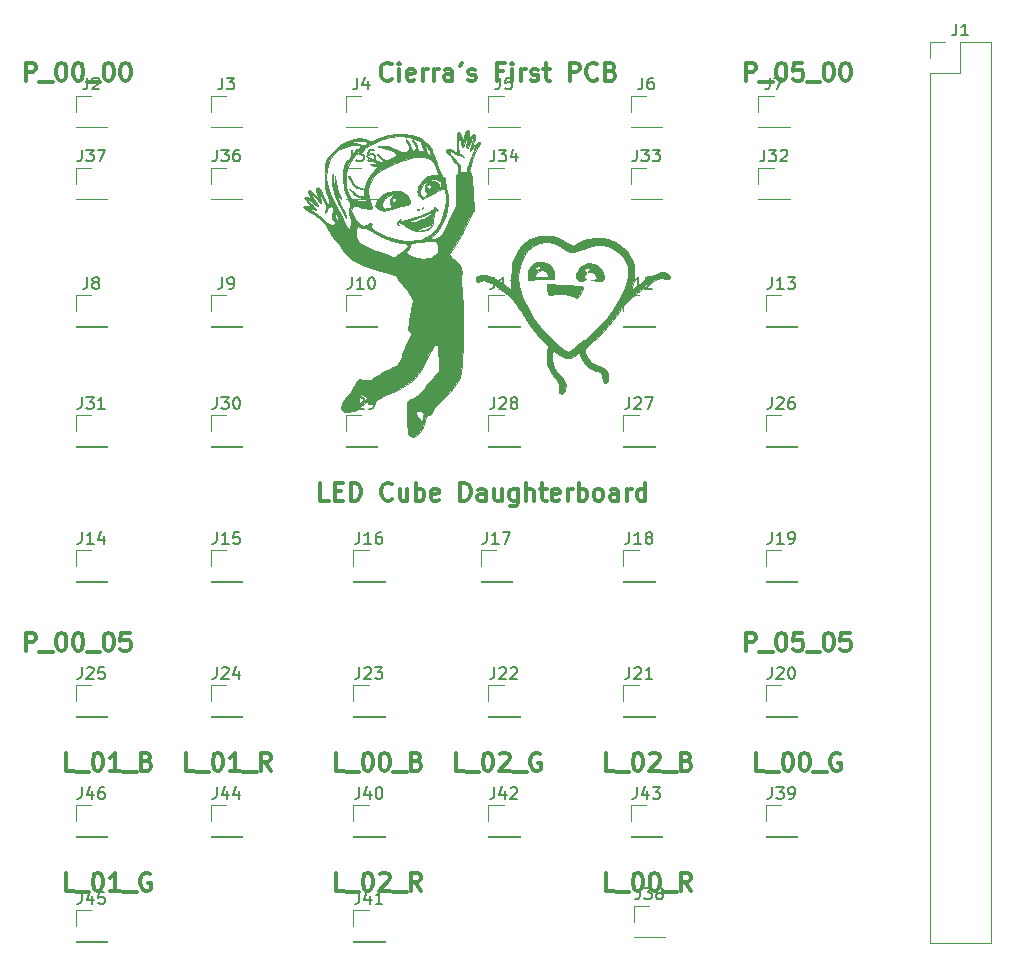
<source format=gto>
G04 #@! TF.FileFunction,Legend,Top*
%FSLAX46Y46*%
G04 Gerber Fmt 4.6, Leading zero omitted, Abs format (unit mm)*
G04 Created by KiCad (PCBNEW 4.0.7) date Monday, March 12, 2018 'AMt' 09:49:52 AM*
%MOMM*%
%LPD*%
G01*
G04 APERTURE LIST*
%ADD10C,0.100000*%
%ADD11C,0.300000*%
%ADD12C,0.010000*%
%ADD13C,0.120000*%
%ADD14C,0.150000*%
G04 APERTURE END LIST*
D10*
D11*
X130700001Y-76735714D02*
X130628572Y-76807143D01*
X130414286Y-76878571D01*
X130271429Y-76878571D01*
X130057144Y-76807143D01*
X129914286Y-76664286D01*
X129842858Y-76521429D01*
X129771429Y-76235714D01*
X129771429Y-76021429D01*
X129842858Y-75735714D01*
X129914286Y-75592857D01*
X130057144Y-75450000D01*
X130271429Y-75378571D01*
X130414286Y-75378571D01*
X130628572Y-75450000D01*
X130700001Y-75521429D01*
X131342858Y-76878571D02*
X131342858Y-75878571D01*
X131342858Y-75378571D02*
X131271429Y-75450000D01*
X131342858Y-75521429D01*
X131414286Y-75450000D01*
X131342858Y-75378571D01*
X131342858Y-75521429D01*
X132628572Y-76807143D02*
X132485715Y-76878571D01*
X132200001Y-76878571D01*
X132057144Y-76807143D01*
X131985715Y-76664286D01*
X131985715Y-76092857D01*
X132057144Y-75950000D01*
X132200001Y-75878571D01*
X132485715Y-75878571D01*
X132628572Y-75950000D01*
X132700001Y-76092857D01*
X132700001Y-76235714D01*
X131985715Y-76378571D01*
X133342858Y-76878571D02*
X133342858Y-75878571D01*
X133342858Y-76164286D02*
X133414286Y-76021429D01*
X133485715Y-75950000D01*
X133628572Y-75878571D01*
X133771429Y-75878571D01*
X134271429Y-76878571D02*
X134271429Y-75878571D01*
X134271429Y-76164286D02*
X134342857Y-76021429D01*
X134414286Y-75950000D01*
X134557143Y-75878571D01*
X134700000Y-75878571D01*
X135842857Y-76878571D02*
X135842857Y-76092857D01*
X135771428Y-75950000D01*
X135628571Y-75878571D01*
X135342857Y-75878571D01*
X135200000Y-75950000D01*
X135842857Y-76807143D02*
X135700000Y-76878571D01*
X135342857Y-76878571D01*
X135200000Y-76807143D01*
X135128571Y-76664286D01*
X135128571Y-76521429D01*
X135200000Y-76378571D01*
X135342857Y-76307143D01*
X135700000Y-76307143D01*
X135842857Y-76235714D01*
X136628571Y-75378571D02*
X136485714Y-75664286D01*
X137200000Y-76807143D02*
X137342857Y-76878571D01*
X137628572Y-76878571D01*
X137771429Y-76807143D01*
X137842857Y-76664286D01*
X137842857Y-76592857D01*
X137771429Y-76450000D01*
X137628572Y-76378571D01*
X137414286Y-76378571D01*
X137271429Y-76307143D01*
X137200000Y-76164286D01*
X137200000Y-76092857D01*
X137271429Y-75950000D01*
X137414286Y-75878571D01*
X137628572Y-75878571D01*
X137771429Y-75950000D01*
X140128572Y-76092857D02*
X139628572Y-76092857D01*
X139628572Y-76878571D02*
X139628572Y-75378571D01*
X140342858Y-75378571D01*
X140914286Y-76878571D02*
X140914286Y-75878571D01*
X140914286Y-75378571D02*
X140842857Y-75450000D01*
X140914286Y-75521429D01*
X140985714Y-75450000D01*
X140914286Y-75378571D01*
X140914286Y-75521429D01*
X141628572Y-76878571D02*
X141628572Y-75878571D01*
X141628572Y-76164286D02*
X141700000Y-76021429D01*
X141771429Y-75950000D01*
X141914286Y-75878571D01*
X142057143Y-75878571D01*
X142485714Y-76807143D02*
X142628571Y-76878571D01*
X142914286Y-76878571D01*
X143057143Y-76807143D01*
X143128571Y-76664286D01*
X143128571Y-76592857D01*
X143057143Y-76450000D01*
X142914286Y-76378571D01*
X142700000Y-76378571D01*
X142557143Y-76307143D01*
X142485714Y-76164286D01*
X142485714Y-76092857D01*
X142557143Y-75950000D01*
X142700000Y-75878571D01*
X142914286Y-75878571D01*
X143057143Y-75950000D01*
X143557143Y-75878571D02*
X144128572Y-75878571D01*
X143771429Y-75378571D02*
X143771429Y-76664286D01*
X143842857Y-76807143D01*
X143985715Y-76878571D01*
X144128572Y-76878571D01*
X145771429Y-76878571D02*
X145771429Y-75378571D01*
X146342857Y-75378571D01*
X146485715Y-75450000D01*
X146557143Y-75521429D01*
X146628572Y-75664286D01*
X146628572Y-75878571D01*
X146557143Y-76021429D01*
X146485715Y-76092857D01*
X146342857Y-76164286D01*
X145771429Y-76164286D01*
X148128572Y-76735714D02*
X148057143Y-76807143D01*
X147842857Y-76878571D01*
X147700000Y-76878571D01*
X147485715Y-76807143D01*
X147342857Y-76664286D01*
X147271429Y-76521429D01*
X147200000Y-76235714D01*
X147200000Y-76021429D01*
X147271429Y-75735714D01*
X147342857Y-75592857D01*
X147485715Y-75450000D01*
X147700000Y-75378571D01*
X147842857Y-75378571D01*
X148057143Y-75450000D01*
X148128572Y-75521429D01*
X149271429Y-76092857D02*
X149485715Y-76164286D01*
X149557143Y-76235714D01*
X149628572Y-76378571D01*
X149628572Y-76592857D01*
X149557143Y-76735714D01*
X149485715Y-76807143D01*
X149342857Y-76878571D01*
X148771429Y-76878571D01*
X148771429Y-75378571D01*
X149271429Y-75378571D01*
X149414286Y-75450000D01*
X149485715Y-75521429D01*
X149557143Y-75664286D01*
X149557143Y-75807143D01*
X149485715Y-75950000D01*
X149414286Y-76021429D01*
X149271429Y-76092857D01*
X148771429Y-76092857D01*
X149542858Y-145458571D02*
X148828572Y-145458571D01*
X148828572Y-143958571D01*
X149685715Y-145601429D02*
X150828572Y-145601429D01*
X151471429Y-143958571D02*
X151614286Y-143958571D01*
X151757143Y-144030000D01*
X151828572Y-144101429D01*
X151900001Y-144244286D01*
X151971429Y-144530000D01*
X151971429Y-144887143D01*
X151900001Y-145172857D01*
X151828572Y-145315714D01*
X151757143Y-145387143D01*
X151614286Y-145458571D01*
X151471429Y-145458571D01*
X151328572Y-145387143D01*
X151257143Y-145315714D01*
X151185715Y-145172857D01*
X151114286Y-144887143D01*
X151114286Y-144530000D01*
X151185715Y-144244286D01*
X151257143Y-144101429D01*
X151328572Y-144030000D01*
X151471429Y-143958571D01*
X152900000Y-143958571D02*
X153042857Y-143958571D01*
X153185714Y-144030000D01*
X153257143Y-144101429D01*
X153328572Y-144244286D01*
X153400000Y-144530000D01*
X153400000Y-144887143D01*
X153328572Y-145172857D01*
X153257143Y-145315714D01*
X153185714Y-145387143D01*
X153042857Y-145458571D01*
X152900000Y-145458571D01*
X152757143Y-145387143D01*
X152685714Y-145315714D01*
X152614286Y-145172857D01*
X152542857Y-144887143D01*
X152542857Y-144530000D01*
X152614286Y-144244286D01*
X152685714Y-144101429D01*
X152757143Y-144030000D01*
X152900000Y-143958571D01*
X153685714Y-145601429D02*
X154828571Y-145601429D01*
X156042857Y-145458571D02*
X155542857Y-144744286D01*
X155185714Y-145458571D02*
X155185714Y-143958571D01*
X155757142Y-143958571D01*
X155900000Y-144030000D01*
X155971428Y-144101429D01*
X156042857Y-144244286D01*
X156042857Y-144458571D01*
X155971428Y-144601429D01*
X155900000Y-144672857D01*
X155757142Y-144744286D01*
X155185714Y-144744286D01*
X126682858Y-145458571D02*
X125968572Y-145458571D01*
X125968572Y-143958571D01*
X126825715Y-145601429D02*
X127968572Y-145601429D01*
X128611429Y-143958571D02*
X128754286Y-143958571D01*
X128897143Y-144030000D01*
X128968572Y-144101429D01*
X129040001Y-144244286D01*
X129111429Y-144530000D01*
X129111429Y-144887143D01*
X129040001Y-145172857D01*
X128968572Y-145315714D01*
X128897143Y-145387143D01*
X128754286Y-145458571D01*
X128611429Y-145458571D01*
X128468572Y-145387143D01*
X128397143Y-145315714D01*
X128325715Y-145172857D01*
X128254286Y-144887143D01*
X128254286Y-144530000D01*
X128325715Y-144244286D01*
X128397143Y-144101429D01*
X128468572Y-144030000D01*
X128611429Y-143958571D01*
X129682857Y-144101429D02*
X129754286Y-144030000D01*
X129897143Y-143958571D01*
X130254286Y-143958571D01*
X130397143Y-144030000D01*
X130468572Y-144101429D01*
X130540000Y-144244286D01*
X130540000Y-144387143D01*
X130468572Y-144601429D01*
X129611429Y-145458571D01*
X130540000Y-145458571D01*
X130825714Y-145601429D02*
X131968571Y-145601429D01*
X133182857Y-145458571D02*
X132682857Y-144744286D01*
X132325714Y-145458571D02*
X132325714Y-143958571D01*
X132897142Y-143958571D01*
X133040000Y-144030000D01*
X133111428Y-144101429D01*
X133182857Y-144244286D01*
X133182857Y-144458571D01*
X133111428Y-144601429D01*
X133040000Y-144672857D01*
X132897142Y-144744286D01*
X132325714Y-144744286D01*
X103822858Y-145458571D02*
X103108572Y-145458571D01*
X103108572Y-143958571D01*
X103965715Y-145601429D02*
X105108572Y-145601429D01*
X105751429Y-143958571D02*
X105894286Y-143958571D01*
X106037143Y-144030000D01*
X106108572Y-144101429D01*
X106180001Y-144244286D01*
X106251429Y-144530000D01*
X106251429Y-144887143D01*
X106180001Y-145172857D01*
X106108572Y-145315714D01*
X106037143Y-145387143D01*
X105894286Y-145458571D01*
X105751429Y-145458571D01*
X105608572Y-145387143D01*
X105537143Y-145315714D01*
X105465715Y-145172857D01*
X105394286Y-144887143D01*
X105394286Y-144530000D01*
X105465715Y-144244286D01*
X105537143Y-144101429D01*
X105608572Y-144030000D01*
X105751429Y-143958571D01*
X107680000Y-145458571D02*
X106822857Y-145458571D01*
X107251429Y-145458571D02*
X107251429Y-143958571D01*
X107108572Y-144172857D01*
X106965714Y-144315714D01*
X106822857Y-144387143D01*
X107965714Y-145601429D02*
X109108571Y-145601429D01*
X110251428Y-144030000D02*
X110108571Y-143958571D01*
X109894285Y-143958571D01*
X109680000Y-144030000D01*
X109537142Y-144172857D01*
X109465714Y-144315714D01*
X109394285Y-144601429D01*
X109394285Y-144815714D01*
X109465714Y-145101429D01*
X109537142Y-145244286D01*
X109680000Y-145387143D01*
X109894285Y-145458571D01*
X110037142Y-145458571D01*
X110251428Y-145387143D01*
X110322857Y-145315714D01*
X110322857Y-144815714D01*
X110037142Y-144815714D01*
X103822858Y-135298571D02*
X103108572Y-135298571D01*
X103108572Y-133798571D01*
X103965715Y-135441429D02*
X105108572Y-135441429D01*
X105751429Y-133798571D02*
X105894286Y-133798571D01*
X106037143Y-133870000D01*
X106108572Y-133941429D01*
X106180001Y-134084286D01*
X106251429Y-134370000D01*
X106251429Y-134727143D01*
X106180001Y-135012857D01*
X106108572Y-135155714D01*
X106037143Y-135227143D01*
X105894286Y-135298571D01*
X105751429Y-135298571D01*
X105608572Y-135227143D01*
X105537143Y-135155714D01*
X105465715Y-135012857D01*
X105394286Y-134727143D01*
X105394286Y-134370000D01*
X105465715Y-134084286D01*
X105537143Y-133941429D01*
X105608572Y-133870000D01*
X105751429Y-133798571D01*
X107680000Y-135298571D02*
X106822857Y-135298571D01*
X107251429Y-135298571D02*
X107251429Y-133798571D01*
X107108572Y-134012857D01*
X106965714Y-134155714D01*
X106822857Y-134227143D01*
X107965714Y-135441429D02*
X109108571Y-135441429D01*
X109965714Y-134512857D02*
X110180000Y-134584286D01*
X110251428Y-134655714D01*
X110322857Y-134798571D01*
X110322857Y-135012857D01*
X110251428Y-135155714D01*
X110180000Y-135227143D01*
X110037142Y-135298571D01*
X109465714Y-135298571D01*
X109465714Y-133798571D01*
X109965714Y-133798571D01*
X110108571Y-133870000D01*
X110180000Y-133941429D01*
X110251428Y-134084286D01*
X110251428Y-134227143D01*
X110180000Y-134370000D01*
X110108571Y-134441429D01*
X109965714Y-134512857D01*
X109465714Y-134512857D01*
X113982858Y-135298571D02*
X113268572Y-135298571D01*
X113268572Y-133798571D01*
X114125715Y-135441429D02*
X115268572Y-135441429D01*
X115911429Y-133798571D02*
X116054286Y-133798571D01*
X116197143Y-133870000D01*
X116268572Y-133941429D01*
X116340001Y-134084286D01*
X116411429Y-134370000D01*
X116411429Y-134727143D01*
X116340001Y-135012857D01*
X116268572Y-135155714D01*
X116197143Y-135227143D01*
X116054286Y-135298571D01*
X115911429Y-135298571D01*
X115768572Y-135227143D01*
X115697143Y-135155714D01*
X115625715Y-135012857D01*
X115554286Y-134727143D01*
X115554286Y-134370000D01*
X115625715Y-134084286D01*
X115697143Y-133941429D01*
X115768572Y-133870000D01*
X115911429Y-133798571D01*
X117840000Y-135298571D02*
X116982857Y-135298571D01*
X117411429Y-135298571D02*
X117411429Y-133798571D01*
X117268572Y-134012857D01*
X117125714Y-134155714D01*
X116982857Y-134227143D01*
X118125714Y-135441429D02*
X119268571Y-135441429D01*
X120482857Y-135298571D02*
X119982857Y-134584286D01*
X119625714Y-135298571D02*
X119625714Y-133798571D01*
X120197142Y-133798571D01*
X120340000Y-133870000D01*
X120411428Y-133941429D01*
X120482857Y-134084286D01*
X120482857Y-134298571D01*
X120411428Y-134441429D01*
X120340000Y-134512857D01*
X120197142Y-134584286D01*
X119625714Y-134584286D01*
X126682858Y-135298571D02*
X125968572Y-135298571D01*
X125968572Y-133798571D01*
X126825715Y-135441429D02*
X127968572Y-135441429D01*
X128611429Y-133798571D02*
X128754286Y-133798571D01*
X128897143Y-133870000D01*
X128968572Y-133941429D01*
X129040001Y-134084286D01*
X129111429Y-134370000D01*
X129111429Y-134727143D01*
X129040001Y-135012857D01*
X128968572Y-135155714D01*
X128897143Y-135227143D01*
X128754286Y-135298571D01*
X128611429Y-135298571D01*
X128468572Y-135227143D01*
X128397143Y-135155714D01*
X128325715Y-135012857D01*
X128254286Y-134727143D01*
X128254286Y-134370000D01*
X128325715Y-134084286D01*
X128397143Y-133941429D01*
X128468572Y-133870000D01*
X128611429Y-133798571D01*
X130040000Y-133798571D02*
X130182857Y-133798571D01*
X130325714Y-133870000D01*
X130397143Y-133941429D01*
X130468572Y-134084286D01*
X130540000Y-134370000D01*
X130540000Y-134727143D01*
X130468572Y-135012857D01*
X130397143Y-135155714D01*
X130325714Y-135227143D01*
X130182857Y-135298571D01*
X130040000Y-135298571D01*
X129897143Y-135227143D01*
X129825714Y-135155714D01*
X129754286Y-135012857D01*
X129682857Y-134727143D01*
X129682857Y-134370000D01*
X129754286Y-134084286D01*
X129825714Y-133941429D01*
X129897143Y-133870000D01*
X130040000Y-133798571D01*
X130825714Y-135441429D02*
X131968571Y-135441429D01*
X132825714Y-134512857D02*
X133040000Y-134584286D01*
X133111428Y-134655714D01*
X133182857Y-134798571D01*
X133182857Y-135012857D01*
X133111428Y-135155714D01*
X133040000Y-135227143D01*
X132897142Y-135298571D01*
X132325714Y-135298571D01*
X132325714Y-133798571D01*
X132825714Y-133798571D01*
X132968571Y-133870000D01*
X133040000Y-133941429D01*
X133111428Y-134084286D01*
X133111428Y-134227143D01*
X133040000Y-134370000D01*
X132968571Y-134441429D01*
X132825714Y-134512857D01*
X132325714Y-134512857D01*
X136842858Y-135298571D02*
X136128572Y-135298571D01*
X136128572Y-133798571D01*
X136985715Y-135441429D02*
X138128572Y-135441429D01*
X138771429Y-133798571D02*
X138914286Y-133798571D01*
X139057143Y-133870000D01*
X139128572Y-133941429D01*
X139200001Y-134084286D01*
X139271429Y-134370000D01*
X139271429Y-134727143D01*
X139200001Y-135012857D01*
X139128572Y-135155714D01*
X139057143Y-135227143D01*
X138914286Y-135298571D01*
X138771429Y-135298571D01*
X138628572Y-135227143D01*
X138557143Y-135155714D01*
X138485715Y-135012857D01*
X138414286Y-134727143D01*
X138414286Y-134370000D01*
X138485715Y-134084286D01*
X138557143Y-133941429D01*
X138628572Y-133870000D01*
X138771429Y-133798571D01*
X139842857Y-133941429D02*
X139914286Y-133870000D01*
X140057143Y-133798571D01*
X140414286Y-133798571D01*
X140557143Y-133870000D01*
X140628572Y-133941429D01*
X140700000Y-134084286D01*
X140700000Y-134227143D01*
X140628572Y-134441429D01*
X139771429Y-135298571D01*
X140700000Y-135298571D01*
X140985714Y-135441429D02*
X142128571Y-135441429D01*
X143271428Y-133870000D02*
X143128571Y-133798571D01*
X142914285Y-133798571D01*
X142700000Y-133870000D01*
X142557142Y-134012857D01*
X142485714Y-134155714D01*
X142414285Y-134441429D01*
X142414285Y-134655714D01*
X142485714Y-134941429D01*
X142557142Y-135084286D01*
X142700000Y-135227143D01*
X142914285Y-135298571D01*
X143057142Y-135298571D01*
X143271428Y-135227143D01*
X143342857Y-135155714D01*
X143342857Y-134655714D01*
X143057142Y-134655714D01*
X149542858Y-135298571D02*
X148828572Y-135298571D01*
X148828572Y-133798571D01*
X149685715Y-135441429D02*
X150828572Y-135441429D01*
X151471429Y-133798571D02*
X151614286Y-133798571D01*
X151757143Y-133870000D01*
X151828572Y-133941429D01*
X151900001Y-134084286D01*
X151971429Y-134370000D01*
X151971429Y-134727143D01*
X151900001Y-135012857D01*
X151828572Y-135155714D01*
X151757143Y-135227143D01*
X151614286Y-135298571D01*
X151471429Y-135298571D01*
X151328572Y-135227143D01*
X151257143Y-135155714D01*
X151185715Y-135012857D01*
X151114286Y-134727143D01*
X151114286Y-134370000D01*
X151185715Y-134084286D01*
X151257143Y-133941429D01*
X151328572Y-133870000D01*
X151471429Y-133798571D01*
X152542857Y-133941429D02*
X152614286Y-133870000D01*
X152757143Y-133798571D01*
X153114286Y-133798571D01*
X153257143Y-133870000D01*
X153328572Y-133941429D01*
X153400000Y-134084286D01*
X153400000Y-134227143D01*
X153328572Y-134441429D01*
X152471429Y-135298571D01*
X153400000Y-135298571D01*
X153685714Y-135441429D02*
X154828571Y-135441429D01*
X155685714Y-134512857D02*
X155900000Y-134584286D01*
X155971428Y-134655714D01*
X156042857Y-134798571D01*
X156042857Y-135012857D01*
X155971428Y-135155714D01*
X155900000Y-135227143D01*
X155757142Y-135298571D01*
X155185714Y-135298571D01*
X155185714Y-133798571D01*
X155685714Y-133798571D01*
X155828571Y-133870000D01*
X155900000Y-133941429D01*
X155971428Y-134084286D01*
X155971428Y-134227143D01*
X155900000Y-134370000D01*
X155828571Y-134441429D01*
X155685714Y-134512857D01*
X155185714Y-134512857D01*
X162242858Y-135298571D02*
X161528572Y-135298571D01*
X161528572Y-133798571D01*
X162385715Y-135441429D02*
X163528572Y-135441429D01*
X164171429Y-133798571D02*
X164314286Y-133798571D01*
X164457143Y-133870000D01*
X164528572Y-133941429D01*
X164600001Y-134084286D01*
X164671429Y-134370000D01*
X164671429Y-134727143D01*
X164600001Y-135012857D01*
X164528572Y-135155714D01*
X164457143Y-135227143D01*
X164314286Y-135298571D01*
X164171429Y-135298571D01*
X164028572Y-135227143D01*
X163957143Y-135155714D01*
X163885715Y-135012857D01*
X163814286Y-134727143D01*
X163814286Y-134370000D01*
X163885715Y-134084286D01*
X163957143Y-133941429D01*
X164028572Y-133870000D01*
X164171429Y-133798571D01*
X165600000Y-133798571D02*
X165742857Y-133798571D01*
X165885714Y-133870000D01*
X165957143Y-133941429D01*
X166028572Y-134084286D01*
X166100000Y-134370000D01*
X166100000Y-134727143D01*
X166028572Y-135012857D01*
X165957143Y-135155714D01*
X165885714Y-135227143D01*
X165742857Y-135298571D01*
X165600000Y-135298571D01*
X165457143Y-135227143D01*
X165385714Y-135155714D01*
X165314286Y-135012857D01*
X165242857Y-134727143D01*
X165242857Y-134370000D01*
X165314286Y-134084286D01*
X165385714Y-133941429D01*
X165457143Y-133870000D01*
X165600000Y-133798571D01*
X166385714Y-135441429D02*
X167528571Y-135441429D01*
X168671428Y-133870000D02*
X168528571Y-133798571D01*
X168314285Y-133798571D01*
X168100000Y-133870000D01*
X167957142Y-134012857D01*
X167885714Y-134155714D01*
X167814285Y-134441429D01*
X167814285Y-134655714D01*
X167885714Y-134941429D01*
X167957142Y-135084286D01*
X168100000Y-135227143D01*
X168314285Y-135298571D01*
X168457142Y-135298571D01*
X168671428Y-135227143D01*
X168742857Y-135155714D01*
X168742857Y-134655714D01*
X168457142Y-134655714D01*
X160707144Y-125138571D02*
X160707144Y-123638571D01*
X161278572Y-123638571D01*
X161421430Y-123710000D01*
X161492858Y-123781429D01*
X161564287Y-123924286D01*
X161564287Y-124138571D01*
X161492858Y-124281429D01*
X161421430Y-124352857D01*
X161278572Y-124424286D01*
X160707144Y-124424286D01*
X161850001Y-125281429D02*
X162992858Y-125281429D01*
X163635715Y-123638571D02*
X163778572Y-123638571D01*
X163921429Y-123710000D01*
X163992858Y-123781429D01*
X164064287Y-123924286D01*
X164135715Y-124210000D01*
X164135715Y-124567143D01*
X164064287Y-124852857D01*
X163992858Y-124995714D01*
X163921429Y-125067143D01*
X163778572Y-125138571D01*
X163635715Y-125138571D01*
X163492858Y-125067143D01*
X163421429Y-124995714D01*
X163350001Y-124852857D01*
X163278572Y-124567143D01*
X163278572Y-124210000D01*
X163350001Y-123924286D01*
X163421429Y-123781429D01*
X163492858Y-123710000D01*
X163635715Y-123638571D01*
X165492858Y-123638571D02*
X164778572Y-123638571D01*
X164707143Y-124352857D01*
X164778572Y-124281429D01*
X164921429Y-124210000D01*
X165278572Y-124210000D01*
X165421429Y-124281429D01*
X165492858Y-124352857D01*
X165564286Y-124495714D01*
X165564286Y-124852857D01*
X165492858Y-124995714D01*
X165421429Y-125067143D01*
X165278572Y-125138571D01*
X164921429Y-125138571D01*
X164778572Y-125067143D01*
X164707143Y-124995714D01*
X165850000Y-125281429D02*
X166992857Y-125281429D01*
X167635714Y-123638571D02*
X167778571Y-123638571D01*
X167921428Y-123710000D01*
X167992857Y-123781429D01*
X168064286Y-123924286D01*
X168135714Y-124210000D01*
X168135714Y-124567143D01*
X168064286Y-124852857D01*
X167992857Y-124995714D01*
X167921428Y-125067143D01*
X167778571Y-125138571D01*
X167635714Y-125138571D01*
X167492857Y-125067143D01*
X167421428Y-124995714D01*
X167350000Y-124852857D01*
X167278571Y-124567143D01*
X167278571Y-124210000D01*
X167350000Y-123924286D01*
X167421428Y-123781429D01*
X167492857Y-123710000D01*
X167635714Y-123638571D01*
X169492857Y-123638571D02*
X168778571Y-123638571D01*
X168707142Y-124352857D01*
X168778571Y-124281429D01*
X168921428Y-124210000D01*
X169278571Y-124210000D01*
X169421428Y-124281429D01*
X169492857Y-124352857D01*
X169564285Y-124495714D01*
X169564285Y-124852857D01*
X169492857Y-124995714D01*
X169421428Y-125067143D01*
X169278571Y-125138571D01*
X168921428Y-125138571D01*
X168778571Y-125067143D01*
X168707142Y-124995714D01*
X99747144Y-125138571D02*
X99747144Y-123638571D01*
X100318572Y-123638571D01*
X100461430Y-123710000D01*
X100532858Y-123781429D01*
X100604287Y-123924286D01*
X100604287Y-124138571D01*
X100532858Y-124281429D01*
X100461430Y-124352857D01*
X100318572Y-124424286D01*
X99747144Y-124424286D01*
X100890001Y-125281429D02*
X102032858Y-125281429D01*
X102675715Y-123638571D02*
X102818572Y-123638571D01*
X102961429Y-123710000D01*
X103032858Y-123781429D01*
X103104287Y-123924286D01*
X103175715Y-124210000D01*
X103175715Y-124567143D01*
X103104287Y-124852857D01*
X103032858Y-124995714D01*
X102961429Y-125067143D01*
X102818572Y-125138571D01*
X102675715Y-125138571D01*
X102532858Y-125067143D01*
X102461429Y-124995714D01*
X102390001Y-124852857D01*
X102318572Y-124567143D01*
X102318572Y-124210000D01*
X102390001Y-123924286D01*
X102461429Y-123781429D01*
X102532858Y-123710000D01*
X102675715Y-123638571D01*
X104104286Y-123638571D02*
X104247143Y-123638571D01*
X104390000Y-123710000D01*
X104461429Y-123781429D01*
X104532858Y-123924286D01*
X104604286Y-124210000D01*
X104604286Y-124567143D01*
X104532858Y-124852857D01*
X104461429Y-124995714D01*
X104390000Y-125067143D01*
X104247143Y-125138571D01*
X104104286Y-125138571D01*
X103961429Y-125067143D01*
X103890000Y-124995714D01*
X103818572Y-124852857D01*
X103747143Y-124567143D01*
X103747143Y-124210000D01*
X103818572Y-123924286D01*
X103890000Y-123781429D01*
X103961429Y-123710000D01*
X104104286Y-123638571D01*
X104890000Y-125281429D02*
X106032857Y-125281429D01*
X106675714Y-123638571D02*
X106818571Y-123638571D01*
X106961428Y-123710000D01*
X107032857Y-123781429D01*
X107104286Y-123924286D01*
X107175714Y-124210000D01*
X107175714Y-124567143D01*
X107104286Y-124852857D01*
X107032857Y-124995714D01*
X106961428Y-125067143D01*
X106818571Y-125138571D01*
X106675714Y-125138571D01*
X106532857Y-125067143D01*
X106461428Y-124995714D01*
X106390000Y-124852857D01*
X106318571Y-124567143D01*
X106318571Y-124210000D01*
X106390000Y-123924286D01*
X106461428Y-123781429D01*
X106532857Y-123710000D01*
X106675714Y-123638571D01*
X108532857Y-123638571D02*
X107818571Y-123638571D01*
X107747142Y-124352857D01*
X107818571Y-124281429D01*
X107961428Y-124210000D01*
X108318571Y-124210000D01*
X108461428Y-124281429D01*
X108532857Y-124352857D01*
X108604285Y-124495714D01*
X108604285Y-124852857D01*
X108532857Y-124995714D01*
X108461428Y-125067143D01*
X108318571Y-125138571D01*
X107961428Y-125138571D01*
X107818571Y-125067143D01*
X107747142Y-124995714D01*
X160707144Y-76878571D02*
X160707144Y-75378571D01*
X161278572Y-75378571D01*
X161421430Y-75450000D01*
X161492858Y-75521429D01*
X161564287Y-75664286D01*
X161564287Y-75878571D01*
X161492858Y-76021429D01*
X161421430Y-76092857D01*
X161278572Y-76164286D01*
X160707144Y-76164286D01*
X161850001Y-77021429D02*
X162992858Y-77021429D01*
X163635715Y-75378571D02*
X163778572Y-75378571D01*
X163921429Y-75450000D01*
X163992858Y-75521429D01*
X164064287Y-75664286D01*
X164135715Y-75950000D01*
X164135715Y-76307143D01*
X164064287Y-76592857D01*
X163992858Y-76735714D01*
X163921429Y-76807143D01*
X163778572Y-76878571D01*
X163635715Y-76878571D01*
X163492858Y-76807143D01*
X163421429Y-76735714D01*
X163350001Y-76592857D01*
X163278572Y-76307143D01*
X163278572Y-75950000D01*
X163350001Y-75664286D01*
X163421429Y-75521429D01*
X163492858Y-75450000D01*
X163635715Y-75378571D01*
X165492858Y-75378571D02*
X164778572Y-75378571D01*
X164707143Y-76092857D01*
X164778572Y-76021429D01*
X164921429Y-75950000D01*
X165278572Y-75950000D01*
X165421429Y-76021429D01*
X165492858Y-76092857D01*
X165564286Y-76235714D01*
X165564286Y-76592857D01*
X165492858Y-76735714D01*
X165421429Y-76807143D01*
X165278572Y-76878571D01*
X164921429Y-76878571D01*
X164778572Y-76807143D01*
X164707143Y-76735714D01*
X165850000Y-77021429D02*
X166992857Y-77021429D01*
X167635714Y-75378571D02*
X167778571Y-75378571D01*
X167921428Y-75450000D01*
X167992857Y-75521429D01*
X168064286Y-75664286D01*
X168135714Y-75950000D01*
X168135714Y-76307143D01*
X168064286Y-76592857D01*
X167992857Y-76735714D01*
X167921428Y-76807143D01*
X167778571Y-76878571D01*
X167635714Y-76878571D01*
X167492857Y-76807143D01*
X167421428Y-76735714D01*
X167350000Y-76592857D01*
X167278571Y-76307143D01*
X167278571Y-75950000D01*
X167350000Y-75664286D01*
X167421428Y-75521429D01*
X167492857Y-75450000D01*
X167635714Y-75378571D01*
X169064285Y-75378571D02*
X169207142Y-75378571D01*
X169349999Y-75450000D01*
X169421428Y-75521429D01*
X169492857Y-75664286D01*
X169564285Y-75950000D01*
X169564285Y-76307143D01*
X169492857Y-76592857D01*
X169421428Y-76735714D01*
X169349999Y-76807143D01*
X169207142Y-76878571D01*
X169064285Y-76878571D01*
X168921428Y-76807143D01*
X168849999Y-76735714D01*
X168778571Y-76592857D01*
X168707142Y-76307143D01*
X168707142Y-75950000D01*
X168778571Y-75664286D01*
X168849999Y-75521429D01*
X168921428Y-75450000D01*
X169064285Y-75378571D01*
X99747144Y-76878571D02*
X99747144Y-75378571D01*
X100318572Y-75378571D01*
X100461430Y-75450000D01*
X100532858Y-75521429D01*
X100604287Y-75664286D01*
X100604287Y-75878571D01*
X100532858Y-76021429D01*
X100461430Y-76092857D01*
X100318572Y-76164286D01*
X99747144Y-76164286D01*
X100890001Y-77021429D02*
X102032858Y-77021429D01*
X102675715Y-75378571D02*
X102818572Y-75378571D01*
X102961429Y-75450000D01*
X103032858Y-75521429D01*
X103104287Y-75664286D01*
X103175715Y-75950000D01*
X103175715Y-76307143D01*
X103104287Y-76592857D01*
X103032858Y-76735714D01*
X102961429Y-76807143D01*
X102818572Y-76878571D01*
X102675715Y-76878571D01*
X102532858Y-76807143D01*
X102461429Y-76735714D01*
X102390001Y-76592857D01*
X102318572Y-76307143D01*
X102318572Y-75950000D01*
X102390001Y-75664286D01*
X102461429Y-75521429D01*
X102532858Y-75450000D01*
X102675715Y-75378571D01*
X104104286Y-75378571D02*
X104247143Y-75378571D01*
X104390000Y-75450000D01*
X104461429Y-75521429D01*
X104532858Y-75664286D01*
X104604286Y-75950000D01*
X104604286Y-76307143D01*
X104532858Y-76592857D01*
X104461429Y-76735714D01*
X104390000Y-76807143D01*
X104247143Y-76878571D01*
X104104286Y-76878571D01*
X103961429Y-76807143D01*
X103890000Y-76735714D01*
X103818572Y-76592857D01*
X103747143Y-76307143D01*
X103747143Y-75950000D01*
X103818572Y-75664286D01*
X103890000Y-75521429D01*
X103961429Y-75450000D01*
X104104286Y-75378571D01*
X104890000Y-77021429D02*
X106032857Y-77021429D01*
X106675714Y-75378571D02*
X106818571Y-75378571D01*
X106961428Y-75450000D01*
X107032857Y-75521429D01*
X107104286Y-75664286D01*
X107175714Y-75950000D01*
X107175714Y-76307143D01*
X107104286Y-76592857D01*
X107032857Y-76735714D01*
X106961428Y-76807143D01*
X106818571Y-76878571D01*
X106675714Y-76878571D01*
X106532857Y-76807143D01*
X106461428Y-76735714D01*
X106390000Y-76592857D01*
X106318571Y-76307143D01*
X106318571Y-75950000D01*
X106390000Y-75664286D01*
X106461428Y-75521429D01*
X106532857Y-75450000D01*
X106675714Y-75378571D01*
X108104285Y-75378571D02*
X108247142Y-75378571D01*
X108389999Y-75450000D01*
X108461428Y-75521429D01*
X108532857Y-75664286D01*
X108604285Y-75950000D01*
X108604285Y-76307143D01*
X108532857Y-76592857D01*
X108461428Y-76735714D01*
X108389999Y-76807143D01*
X108247142Y-76878571D01*
X108104285Y-76878571D01*
X107961428Y-76807143D01*
X107889999Y-76735714D01*
X107818571Y-76592857D01*
X107747142Y-76307143D01*
X107747142Y-75950000D01*
X107818571Y-75664286D01*
X107889999Y-75521429D01*
X107961428Y-75450000D01*
X108104285Y-75378571D01*
X125394286Y-112438571D02*
X124680000Y-112438571D01*
X124680000Y-110938571D01*
X125894286Y-111652857D02*
X126394286Y-111652857D01*
X126608572Y-112438571D02*
X125894286Y-112438571D01*
X125894286Y-110938571D01*
X126608572Y-110938571D01*
X127251429Y-112438571D02*
X127251429Y-110938571D01*
X127608572Y-110938571D01*
X127822857Y-111010000D01*
X127965715Y-111152857D01*
X128037143Y-111295714D01*
X128108572Y-111581429D01*
X128108572Y-111795714D01*
X128037143Y-112081429D01*
X127965715Y-112224286D01*
X127822857Y-112367143D01*
X127608572Y-112438571D01*
X127251429Y-112438571D01*
X130751429Y-112295714D02*
X130680000Y-112367143D01*
X130465714Y-112438571D01*
X130322857Y-112438571D01*
X130108572Y-112367143D01*
X129965714Y-112224286D01*
X129894286Y-112081429D01*
X129822857Y-111795714D01*
X129822857Y-111581429D01*
X129894286Y-111295714D01*
X129965714Y-111152857D01*
X130108572Y-111010000D01*
X130322857Y-110938571D01*
X130465714Y-110938571D01*
X130680000Y-111010000D01*
X130751429Y-111081429D01*
X132037143Y-111438571D02*
X132037143Y-112438571D01*
X131394286Y-111438571D02*
X131394286Y-112224286D01*
X131465714Y-112367143D01*
X131608572Y-112438571D01*
X131822857Y-112438571D01*
X131965714Y-112367143D01*
X132037143Y-112295714D01*
X132751429Y-112438571D02*
X132751429Y-110938571D01*
X132751429Y-111510000D02*
X132894286Y-111438571D01*
X133180000Y-111438571D01*
X133322857Y-111510000D01*
X133394286Y-111581429D01*
X133465715Y-111724286D01*
X133465715Y-112152857D01*
X133394286Y-112295714D01*
X133322857Y-112367143D01*
X133180000Y-112438571D01*
X132894286Y-112438571D01*
X132751429Y-112367143D01*
X134680000Y-112367143D02*
X134537143Y-112438571D01*
X134251429Y-112438571D01*
X134108572Y-112367143D01*
X134037143Y-112224286D01*
X134037143Y-111652857D01*
X134108572Y-111510000D01*
X134251429Y-111438571D01*
X134537143Y-111438571D01*
X134680000Y-111510000D01*
X134751429Y-111652857D01*
X134751429Y-111795714D01*
X134037143Y-111938571D01*
X136537143Y-112438571D02*
X136537143Y-110938571D01*
X136894286Y-110938571D01*
X137108571Y-111010000D01*
X137251429Y-111152857D01*
X137322857Y-111295714D01*
X137394286Y-111581429D01*
X137394286Y-111795714D01*
X137322857Y-112081429D01*
X137251429Y-112224286D01*
X137108571Y-112367143D01*
X136894286Y-112438571D01*
X136537143Y-112438571D01*
X138680000Y-112438571D02*
X138680000Y-111652857D01*
X138608571Y-111510000D01*
X138465714Y-111438571D01*
X138180000Y-111438571D01*
X138037143Y-111510000D01*
X138680000Y-112367143D02*
X138537143Y-112438571D01*
X138180000Y-112438571D01*
X138037143Y-112367143D01*
X137965714Y-112224286D01*
X137965714Y-112081429D01*
X138037143Y-111938571D01*
X138180000Y-111867143D01*
X138537143Y-111867143D01*
X138680000Y-111795714D01*
X140037143Y-111438571D02*
X140037143Y-112438571D01*
X139394286Y-111438571D02*
X139394286Y-112224286D01*
X139465714Y-112367143D01*
X139608572Y-112438571D01*
X139822857Y-112438571D01*
X139965714Y-112367143D01*
X140037143Y-112295714D01*
X141394286Y-111438571D02*
X141394286Y-112652857D01*
X141322857Y-112795714D01*
X141251429Y-112867143D01*
X141108572Y-112938571D01*
X140894286Y-112938571D01*
X140751429Y-112867143D01*
X141394286Y-112367143D02*
X141251429Y-112438571D01*
X140965715Y-112438571D01*
X140822857Y-112367143D01*
X140751429Y-112295714D01*
X140680000Y-112152857D01*
X140680000Y-111724286D01*
X140751429Y-111581429D01*
X140822857Y-111510000D01*
X140965715Y-111438571D01*
X141251429Y-111438571D01*
X141394286Y-111510000D01*
X142108572Y-112438571D02*
X142108572Y-110938571D01*
X142751429Y-112438571D02*
X142751429Y-111652857D01*
X142680000Y-111510000D01*
X142537143Y-111438571D01*
X142322858Y-111438571D01*
X142180000Y-111510000D01*
X142108572Y-111581429D01*
X143251429Y-111438571D02*
X143822858Y-111438571D01*
X143465715Y-110938571D02*
X143465715Y-112224286D01*
X143537143Y-112367143D01*
X143680001Y-112438571D01*
X143822858Y-112438571D01*
X144894286Y-112367143D02*
X144751429Y-112438571D01*
X144465715Y-112438571D01*
X144322858Y-112367143D01*
X144251429Y-112224286D01*
X144251429Y-111652857D01*
X144322858Y-111510000D01*
X144465715Y-111438571D01*
X144751429Y-111438571D01*
X144894286Y-111510000D01*
X144965715Y-111652857D01*
X144965715Y-111795714D01*
X144251429Y-111938571D01*
X145608572Y-112438571D02*
X145608572Y-111438571D01*
X145608572Y-111724286D02*
X145680000Y-111581429D01*
X145751429Y-111510000D01*
X145894286Y-111438571D01*
X146037143Y-111438571D01*
X146537143Y-112438571D02*
X146537143Y-110938571D01*
X146537143Y-111510000D02*
X146680000Y-111438571D01*
X146965714Y-111438571D01*
X147108571Y-111510000D01*
X147180000Y-111581429D01*
X147251429Y-111724286D01*
X147251429Y-112152857D01*
X147180000Y-112295714D01*
X147108571Y-112367143D01*
X146965714Y-112438571D01*
X146680000Y-112438571D01*
X146537143Y-112367143D01*
X148108572Y-112438571D02*
X147965714Y-112367143D01*
X147894286Y-112295714D01*
X147822857Y-112152857D01*
X147822857Y-111724286D01*
X147894286Y-111581429D01*
X147965714Y-111510000D01*
X148108572Y-111438571D01*
X148322857Y-111438571D01*
X148465714Y-111510000D01*
X148537143Y-111581429D01*
X148608572Y-111724286D01*
X148608572Y-112152857D01*
X148537143Y-112295714D01*
X148465714Y-112367143D01*
X148322857Y-112438571D01*
X148108572Y-112438571D01*
X149894286Y-112438571D02*
X149894286Y-111652857D01*
X149822857Y-111510000D01*
X149680000Y-111438571D01*
X149394286Y-111438571D01*
X149251429Y-111510000D01*
X149894286Y-112367143D02*
X149751429Y-112438571D01*
X149394286Y-112438571D01*
X149251429Y-112367143D01*
X149180000Y-112224286D01*
X149180000Y-112081429D01*
X149251429Y-111938571D01*
X149394286Y-111867143D01*
X149751429Y-111867143D01*
X149894286Y-111795714D01*
X150608572Y-112438571D02*
X150608572Y-111438571D01*
X150608572Y-111724286D02*
X150680000Y-111581429D01*
X150751429Y-111510000D01*
X150894286Y-111438571D01*
X151037143Y-111438571D01*
X152180000Y-112438571D02*
X152180000Y-110938571D01*
X152180000Y-112367143D02*
X152037143Y-112438571D01*
X151751429Y-112438571D01*
X151608571Y-112367143D01*
X151537143Y-112295714D01*
X151465714Y-112152857D01*
X151465714Y-111724286D01*
X151537143Y-111581429D01*
X151608571Y-111510000D01*
X151751429Y-111438571D01*
X152037143Y-111438571D01*
X152180000Y-111510000D01*
D12*
G36*
X137221608Y-81120342D02*
X137272273Y-81315827D01*
X137265306Y-81577093D01*
X137222893Y-81983114D01*
X137343308Y-81697474D01*
X137475090Y-81491199D01*
X137624014Y-81409768D01*
X137752417Y-81471774D01*
X137764515Y-81489504D01*
X137768412Y-81612026D01*
X137725390Y-81839158D01*
X137682764Y-81994868D01*
X137608492Y-82246045D01*
X137561081Y-82418579D01*
X137552059Y-82460976D01*
X137607128Y-82431172D01*
X137746670Y-82310736D01*
X137815354Y-82246227D01*
X138030176Y-82081394D01*
X138160053Y-82059427D01*
X138191462Y-82162579D01*
X138110878Y-82373099D01*
X138021680Y-82516992D01*
X137858683Y-82797685D01*
X137685684Y-83164448D01*
X137522606Y-83565762D01*
X137389375Y-83950106D01*
X137305915Y-84265961D01*
X137287758Y-84414717D01*
X137319957Y-84599524D01*
X137385191Y-84681673D01*
X137428601Y-84782050D01*
X137472639Y-85047775D01*
X137516081Y-85468426D01*
X137557706Y-86033581D01*
X137572462Y-86278296D01*
X137661982Y-87842335D01*
X137036821Y-89111967D01*
X136722175Y-89731052D01*
X136421999Y-90283981D01*
X136148002Y-90751607D01*
X135911890Y-91114784D01*
X135725370Y-91354365D01*
X135607765Y-91449119D01*
X135557088Y-91532985D01*
X135638028Y-91687825D01*
X135833659Y-91890623D01*
X136070737Y-92078681D01*
X136427053Y-92405357D01*
X136614013Y-92757863D01*
X136637645Y-93150228D01*
X136603459Y-93318709D01*
X136558840Y-93541086D01*
X136547689Y-93784896D01*
X136571554Y-94097543D01*
X136631983Y-94526432D01*
X136645704Y-94612455D01*
X136704061Y-95098210D01*
X136746425Y-95710139D01*
X136773383Y-96418154D01*
X136785521Y-97192167D01*
X136783426Y-98002088D01*
X136767685Y-98817830D01*
X136738886Y-99609302D01*
X136697616Y-100346418D01*
X136644461Y-100999087D01*
X136580008Y-101537222D01*
X136504845Y-101930733D01*
X136502771Y-101938695D01*
X136335062Y-102326130D01*
X136017287Y-102791020D01*
X135554127Y-103327448D01*
X134950265Y-103929496D01*
X134862954Y-104011085D01*
X134526485Y-104333409D01*
X134304720Y-104574373D01*
X134175149Y-104762478D01*
X134115259Y-104926228D01*
X134108607Y-104966159D01*
X134041034Y-105137042D01*
X133869341Y-105185824D01*
X133859758Y-105185882D01*
X133727152Y-105221967D01*
X133616615Y-105346695D01*
X133515908Y-105584776D01*
X133412790Y-105960919D01*
X133359096Y-106196609D01*
X133258821Y-106415404D01*
X133072315Y-106659188D01*
X132845940Y-106881051D01*
X132626063Y-107034085D01*
X132490399Y-107075502D01*
X132280026Y-107012448D01*
X132180175Y-106931997D01*
X132122296Y-106783748D01*
X132073199Y-106484289D01*
X132031856Y-106025218D01*
X132000023Y-105459851D01*
X131978705Y-104970186D01*
X132717197Y-104970186D01*
X132778321Y-105135372D01*
X132890732Y-105271741D01*
X133044762Y-105454579D01*
X133116378Y-105592975D01*
X133195217Y-105739620D01*
X133276485Y-105718845D01*
X133349133Y-105538494D01*
X133375822Y-105408831D01*
X133405879Y-105125784D01*
X133355945Y-104967115D01*
X133198187Y-104889341D01*
X133025624Y-104861684D01*
X132812530Y-104854967D01*
X132726074Y-104912485D01*
X132717197Y-104970186D01*
X131978705Y-104970186D01*
X131977777Y-104948872D01*
X131967170Y-104584215D01*
X131970527Y-104336669D01*
X131990176Y-104177025D01*
X132028443Y-104076072D01*
X132087654Y-104004602D01*
X132118097Y-103977405D01*
X132298434Y-103860783D01*
X132424475Y-103823599D01*
X132600296Y-103758706D01*
X132842854Y-103586343D01*
X133113844Y-103339978D01*
X133374964Y-103053082D01*
X133513144Y-102872318D01*
X133725243Y-102594103D01*
X134000573Y-102263711D01*
X134272294Y-101960548D01*
X134742329Y-101459781D01*
X134689239Y-100466430D01*
X134665073Y-100058571D01*
X134640082Y-99711088D01*
X134617440Y-99464264D01*
X134602269Y-99363218D01*
X134527584Y-99254563D01*
X134410109Y-99288867D01*
X134244746Y-99471602D01*
X134026396Y-99808238D01*
X133783157Y-100242111D01*
X133442009Y-100866043D01*
X133155745Y-101356796D01*
X132904433Y-101740250D01*
X132668140Y-102042287D01*
X132426934Y-102288790D01*
X132160881Y-102505639D01*
X131901779Y-102685016D01*
X131517627Y-102913478D01*
X131101971Y-103123503D01*
X130733049Y-103276234D01*
X130668617Y-103297459D01*
X130362150Y-103406066D01*
X130116929Y-103518253D01*
X129992398Y-103604154D01*
X129822153Y-103716664D01*
X129724185Y-103735709D01*
X129570875Y-103802680D01*
X129401575Y-103967108D01*
X129377405Y-103999377D01*
X129179570Y-104209432D01*
X129008245Y-104245986D01*
X128862574Y-104109173D01*
X128847387Y-104082256D01*
X128782882Y-103981934D01*
X128709602Y-103967650D01*
X128583765Y-104050623D01*
X128418628Y-104192117D01*
X128091209Y-104474243D01*
X127856532Y-104661691D01*
X127678503Y-104779366D01*
X127521030Y-104852171D01*
X127410164Y-104887928D01*
X126972402Y-104969917D01*
X126660278Y-104936614D01*
X126477027Y-104798885D01*
X126425883Y-104567596D01*
X126510078Y-104253610D01*
X126732849Y-103867794D01*
X126767811Y-103823599D01*
X127971176Y-103823599D01*
X127984032Y-104074313D01*
X128016900Y-104233421D01*
X128042622Y-104263045D01*
X128142996Y-104204922D01*
X128307054Y-104059677D01*
X128365800Y-104000294D01*
X128513004Y-103832358D01*
X128581406Y-103725121D01*
X128579994Y-103710025D01*
X128422709Y-103605596D01*
X128231584Y-103491273D01*
X128073581Y-103405896D01*
X128018213Y-103384152D01*
X127991373Y-103463250D01*
X127974343Y-103665477D01*
X127971176Y-103823599D01*
X126767811Y-103823599D01*
X127004350Y-103524597D01*
X127249829Y-103216660D01*
X127469682Y-102893752D01*
X127609485Y-102639534D01*
X127806559Y-102328780D01*
X128045493Y-102179093D01*
X128314381Y-102196654D01*
X128393765Y-102232569D01*
X128623100Y-102275751D01*
X128934445Y-102196520D01*
X129339978Y-101990609D01*
X129653857Y-101790855D01*
X129979463Y-101588266D01*
X130314762Y-101405905D01*
X130532749Y-101306056D01*
X130844191Y-101173548D01*
X131068460Y-101038803D01*
X131238282Y-100864395D01*
X131386382Y-100612903D01*
X131545486Y-100246902D01*
X131617285Y-100065808D01*
X131783463Y-99652892D01*
X131952405Y-99251749D01*
X132098527Y-98922379D01*
X132159248Y-98794859D01*
X132311316Y-98449292D01*
X132357060Y-98230161D01*
X132297650Y-98124819D01*
X132222454Y-98110796D01*
X132145211Y-98087576D01*
X132112476Y-97992323D01*
X132118255Y-97786641D01*
X132139431Y-97579019D01*
X132187813Y-97237387D01*
X132262541Y-96805122D01*
X132349467Y-96362642D01*
X132371941Y-96257581D01*
X132446337Y-95913807D01*
X132486015Y-95659628D01*
X132478852Y-95455066D01*
X132412730Y-95260140D01*
X132275526Y-95034873D01*
X132055120Y-94739286D01*
X131820069Y-94437306D01*
X131569922Y-94113763D01*
X131346854Y-93821552D01*
X131182113Y-93601790D01*
X131124070Y-93521533D01*
X130964256Y-93377738D01*
X130691316Y-93266740D01*
X130420955Y-93201105D01*
X130137429Y-93126758D01*
X129733443Y-93000007D01*
X129250873Y-92835865D01*
X128731595Y-92649347D01*
X128217485Y-92455469D01*
X127750417Y-92269245D01*
X127395143Y-92116168D01*
X127264109Y-92011033D01*
X127058287Y-91793287D01*
X126799498Y-91491364D01*
X126509562Y-91133700D01*
X126210299Y-90748729D01*
X125923530Y-90364885D01*
X125671076Y-90010603D01*
X125591981Y-89891232D01*
X127707509Y-89891232D01*
X127719202Y-90123908D01*
X127765839Y-90321403D01*
X127864753Y-90495523D01*
X128033275Y-90658070D01*
X128288740Y-90820850D01*
X128648481Y-90995667D01*
X129129830Y-91194325D01*
X129750122Y-91428627D01*
X130212353Y-91597070D01*
X130542476Y-91707131D01*
X130812291Y-91779879D01*
X130977872Y-91804109D01*
X131003356Y-91798886D01*
X131113236Y-91722535D01*
X131319446Y-91571105D01*
X131496543Y-91438109D01*
X131926194Y-91438109D01*
X131998855Y-91509533D01*
X132187048Y-91625098D01*
X132387612Y-91728890D01*
X132869085Y-91894539D01*
X133379387Y-91957536D01*
X133851090Y-91912222D01*
X134007842Y-91864803D01*
X134376725Y-91656648D01*
X134592515Y-91373326D01*
X134650761Y-91081132D01*
X134627157Y-90781588D01*
X134537352Y-90594028D01*
X134352857Y-90499729D01*
X134045180Y-90479971D01*
X133763937Y-90498386D01*
X133222145Y-90548476D01*
X132831007Y-90589604D01*
X132566029Y-90627652D01*
X132402714Y-90668501D01*
X132316567Y-90718030D01*
X132283091Y-90782120D01*
X132277751Y-90855159D01*
X132214855Y-91062983D01*
X132101972Y-91211488D01*
X131971280Y-91352258D01*
X131926194Y-91438109D01*
X131496543Y-91438109D01*
X131578748Y-91376375D01*
X131596609Y-91362825D01*
X131843503Y-91167607D01*
X132023096Y-91010735D01*
X132099956Y-90923367D01*
X132100626Y-90919561D01*
X132035248Y-90772616D01*
X131833830Y-90670240D01*
X131503731Y-90605528D01*
X130701655Y-90426375D01*
X129899000Y-90108971D01*
X129158428Y-89679072D01*
X129035601Y-89591024D01*
X128705513Y-89419662D01*
X128481709Y-89397111D01*
X128216545Y-89370391D01*
X128018672Y-89288333D01*
X127865538Y-89201869D01*
X127792034Y-89221713D01*
X127759588Y-89288416D01*
X127729799Y-89450571D01*
X127710951Y-89715673D01*
X127707509Y-89891232D01*
X125591981Y-89891232D01*
X125474757Y-89714318D01*
X125356393Y-89504464D01*
X125331574Y-89427094D01*
X125274355Y-89249130D01*
X125176350Y-89102145D01*
X124912401Y-88837783D01*
X124559728Y-88537027D01*
X124176268Y-88244928D01*
X123819959Y-88006533D01*
X123636000Y-87904438D01*
X123358241Y-87743024D01*
X123229455Y-87610813D01*
X123251106Y-87523161D01*
X123424660Y-87495427D01*
X123598685Y-87513352D01*
X123972214Y-87572976D01*
X123642630Y-87235239D01*
X123457370Y-87026915D01*
X123372749Y-86906644D01*
X123542451Y-86906644D01*
X123649657Y-87050795D01*
X123884158Y-87306771D01*
X123931272Y-87355553D01*
X124170210Y-87602442D01*
X124290176Y-87747508D01*
X124278865Y-87806405D01*
X124123973Y-87794791D01*
X123813193Y-87728321D01*
X123664602Y-87694833D01*
X123614998Y-87701257D01*
X123705324Y-87767190D01*
X123884325Y-87862290D01*
X124152912Y-88023988D01*
X124486776Y-88266555D01*
X124827165Y-88546306D01*
X124937346Y-88645266D01*
X125223922Y-88906510D01*
X125414416Y-89064084D01*
X125540816Y-89134715D01*
X125635113Y-89135131D01*
X125729293Y-89082060D01*
X125747560Y-89068947D01*
X125892921Y-88944492D01*
X125946961Y-88865433D01*
X125885127Y-88775319D01*
X125758519Y-88670575D01*
X125629425Y-88550159D01*
X125629033Y-88412358D01*
X125670630Y-88309899D01*
X125686686Y-88252473D01*
X125877782Y-88252473D01*
X125893865Y-88419819D01*
X125966306Y-88584149D01*
X126063149Y-88704078D01*
X126152441Y-88738222D01*
X126198695Y-88668083D01*
X126172835Y-88496797D01*
X126069743Y-88287594D01*
X126067900Y-88284848D01*
X125907856Y-88047474D01*
X125877782Y-88252473D01*
X125686686Y-88252473D01*
X125763126Y-87979085D01*
X125742747Y-87682029D01*
X125695887Y-87576981D01*
X125573731Y-87511799D01*
X125413629Y-87567549D01*
X125266974Y-87713781D01*
X125194174Y-87874232D01*
X125125915Y-88037578D01*
X125060123Y-88091419D01*
X125039691Y-88020866D01*
X125085629Y-87844715D01*
X125112880Y-87774786D01*
X125191393Y-87556836D01*
X125187056Y-87414867D01*
X125094958Y-87267302D01*
X125081265Y-87249774D01*
X124958214Y-87053524D01*
X124812531Y-86765584D01*
X124713757Y-86539764D01*
X124587520Y-86257702D01*
X124508857Y-86137013D01*
X124482457Y-86168602D01*
X124513013Y-86343375D01*
X124605215Y-86652236D01*
X124625260Y-86711334D01*
X124715413Y-86996891D01*
X124739636Y-87152504D01*
X124701249Y-87209788D01*
X124677919Y-87212526D01*
X124549232Y-87164840D01*
X124528846Y-87135271D01*
X124453283Y-87020835D01*
X124306044Y-86845470D01*
X124126573Y-86650834D01*
X123954314Y-86478587D01*
X123828712Y-86370385D01*
X123789889Y-86354828D01*
X123820660Y-86437260D01*
X123935751Y-86621261D01*
X124111582Y-86869634D01*
X124143093Y-86911952D01*
X124319363Y-87164839D01*
X124429562Y-87358768D01*
X124453725Y-87457640D01*
X124447589Y-87462489D01*
X124338109Y-87427505D01*
X124144850Y-87305585D01*
X123976564Y-87176849D01*
X123706708Y-86966500D01*
X123561736Y-86877489D01*
X123542451Y-86906644D01*
X123372749Y-86906644D01*
X123337807Y-86856983D01*
X123313045Y-86791346D01*
X123376536Y-86699239D01*
X123531017Y-86701063D01*
X123722498Y-86791355D01*
X123783872Y-86838996D01*
X123884246Y-86919895D01*
X123896942Y-86900091D01*
X123819517Y-86759542D01*
X123762643Y-86664821D01*
X123635199Y-86392507D01*
X123638879Y-86220203D01*
X123773392Y-86156633D01*
X123779651Y-86156494D01*
X123890967Y-86217422D01*
X124068208Y-86376011D01*
X124212409Y-86530023D01*
X124540494Y-86904913D01*
X124399531Y-86480491D01*
X124319737Y-86183307D01*
X124323511Y-86009161D01*
X124353362Y-85961275D01*
X124488810Y-85920648D01*
X124637705Y-86050568D01*
X124795929Y-86346685D01*
X124852712Y-86488687D01*
X124983460Y-86792630D01*
X125129267Y-87069687D01*
X125182595Y-87153380D01*
X125328677Y-87324267D01*
X125414262Y-87343553D01*
X125437119Y-87225478D01*
X125395017Y-86984283D01*
X125285725Y-86634208D01*
X125270485Y-86592322D01*
X125158181Y-86263397D01*
X125086975Y-85974238D01*
X125048086Y-85665353D01*
X125032730Y-85277250D01*
X125032070Y-85147425D01*
X125178194Y-85147425D01*
X125302071Y-85912483D01*
X125587852Y-86692165D01*
X125813601Y-87122461D01*
X126027267Y-87503219D01*
X126275958Y-87966743D01*
X126519249Y-88437035D01*
X126621186Y-88640727D01*
X126797943Y-88987950D01*
X126950599Y-89267612D01*
X127060845Y-89447403D01*
X127106734Y-89497647D01*
X127155699Y-89419472D01*
X127207835Y-89221509D01*
X127228893Y-89100934D01*
X127241337Y-88710398D01*
X127180835Y-88444573D01*
X127118110Y-88151277D01*
X127123113Y-87947041D01*
X127295210Y-87947041D01*
X127396127Y-88288854D01*
X127651762Y-88668866D01*
X127667556Y-88687486D01*
X128000793Y-89007046D01*
X128305481Y-89153447D01*
X128582171Y-89126882D01*
X128705940Y-89052170D01*
X128906392Y-88913571D01*
X129001407Y-88905468D01*
X129005893Y-89030234D01*
X128990907Y-89097562D01*
X128981393Y-89240792D01*
X129056200Y-89368446D01*
X129245701Y-89524107D01*
X129328699Y-89582261D01*
X130118186Y-90027618D01*
X130958571Y-90308901D01*
X131862581Y-90429697D01*
X132340707Y-90431096D01*
X132772659Y-90406361D01*
X133092954Y-90360374D01*
X133365551Y-90279364D01*
X133654414Y-90149559D01*
X133659046Y-90147246D01*
X133977446Y-89963730D01*
X134225288Y-89749440D01*
X134464685Y-89447326D01*
X134538418Y-89339591D01*
X134847711Y-88797152D01*
X135093897Y-88204860D01*
X135260717Y-87614009D01*
X135331914Y-87075890D01*
X135327298Y-86850789D01*
X135285791Y-86539802D01*
X135225383Y-86276731D01*
X135184599Y-86170004D01*
X135129510Y-86080305D01*
X135061748Y-86043840D01*
X134944347Y-86067204D01*
X134740345Y-86156995D01*
X134450109Y-86301075D01*
X134117346Y-86473691D01*
X133819583Y-86638002D01*
X133613862Y-86762360D01*
X133593354Y-86776397D01*
X133395113Y-86878321D01*
X133227833Y-86854068D01*
X133197853Y-86838795D01*
X133001427Y-86693136D01*
X132912262Y-86497760D01*
X132894322Y-86263352D01*
X132917351Y-86142228D01*
X133119161Y-86142228D01*
X133143882Y-86460163D01*
X133260827Y-86660879D01*
X133399265Y-86710678D01*
X133579500Y-86653779D01*
X133722061Y-86518897D01*
X133704317Y-86407406D01*
X133639067Y-86332830D01*
X133519381Y-86132394D01*
X133525495Y-85879848D01*
X133545871Y-85839950D01*
X133643631Y-85839950D01*
X133693657Y-85949792D01*
X133846512Y-86062015D01*
X133968197Y-86005163D01*
X134006020Y-85932224D01*
X134010147Y-85758617D01*
X133906642Y-85666632D01*
X133751624Y-85700278D01*
X133730565Y-85716216D01*
X133643631Y-85839950D01*
X133545871Y-85839950D01*
X133649454Y-85637127D01*
X133739776Y-85549009D01*
X133957511Y-85420852D01*
X134158118Y-85366857D01*
X134159667Y-85366851D01*
X134404573Y-85425951D01*
X134615727Y-85571783D01*
X134731633Y-85757143D01*
X134738650Y-85811281D01*
X134776415Y-85951370D01*
X134826540Y-85982076D01*
X134894519Y-85907408D01*
X134914429Y-85779151D01*
X134847285Y-85496540D01*
X134667735Y-85312463D01*
X134408601Y-85226422D01*
X134102706Y-85237921D01*
X133782872Y-85346466D01*
X133481922Y-85551559D01*
X133263692Y-85804097D01*
X133119161Y-86142228D01*
X132917351Y-86142228D01*
X132967049Y-85880840D01*
X133165688Y-85520007D01*
X133455582Y-85209796D01*
X133802075Y-84979150D01*
X134170508Y-84857014D01*
X134526227Y-84872331D01*
X134551074Y-84879716D01*
X134634998Y-84896878D01*
X134666235Y-84859634D01*
X134640437Y-84738501D01*
X134553254Y-84503997D01*
X134462451Y-84278879D01*
X134259186Y-83853369D01*
X134035965Y-83574373D01*
X133751819Y-83413888D01*
X133365781Y-83343909D01*
X133079805Y-83333760D01*
X132627193Y-83378126D01*
X132076060Y-83503229D01*
X131472562Y-83691510D01*
X130862857Y-83925409D01*
X130293101Y-84187366D01*
X129809450Y-84459823D01*
X129483080Y-84702069D01*
X129210288Y-85002727D01*
X128965641Y-85368043D01*
X128779413Y-85743176D01*
X128681874Y-86073283D01*
X128674291Y-86167281D01*
X128702776Y-86378310D01*
X128777349Y-86694860D01*
X128881683Y-87058127D01*
X128999449Y-87409309D01*
X129068215Y-87586055D01*
X129084835Y-87685025D01*
X128999057Y-87729670D01*
X128782633Y-87739861D01*
X128466341Y-87708250D01*
X128126386Y-87630046D01*
X128059066Y-87608028D01*
X127747801Y-87509702D01*
X127552951Y-87487652D01*
X127431145Y-87544896D01*
X127353193Y-87657127D01*
X127295210Y-87947041D01*
X127123113Y-87947041D01*
X127126505Y-87808587D01*
X127169219Y-87465509D01*
X127173488Y-87238708D01*
X127131749Y-87071419D01*
X127036437Y-86906873D01*
X126999278Y-86853783D01*
X126778337Y-86421913D01*
X126631737Y-85881604D01*
X126565054Y-85286189D01*
X126572865Y-85038216D01*
X126769295Y-85038216D01*
X126821111Y-85728387D01*
X126828973Y-85767744D01*
X126942597Y-86221855D01*
X127082653Y-86558738D01*
X127277066Y-86836934D01*
X127403720Y-86972657D01*
X127580997Y-87137249D01*
X127681903Y-87207081D01*
X127687487Y-87173674D01*
X127608409Y-87064236D01*
X127535822Y-86960125D01*
X127597944Y-86964328D01*
X127663564Y-86991297D01*
X127862553Y-87048193D01*
X128138378Y-87095860D01*
X128213530Y-87104544D01*
X128445120Y-87118544D01*
X128540209Y-87089539D01*
X128535265Y-87005816D01*
X128533711Y-87001705D01*
X128413464Y-86893082D01*
X128265021Y-86860969D01*
X127915725Y-86781978D01*
X127559620Y-86563094D01*
X127318864Y-86325754D01*
X127159588Y-86118400D01*
X127121090Y-86026986D01*
X127192319Y-86051179D01*
X127362224Y-86190646D01*
X127508896Y-86331479D01*
X127795938Y-86575100D01*
X128038351Y-86678539D01*
X128114643Y-86685033D01*
X128259469Y-86675203D01*
X128335825Y-86617002D01*
X128367560Y-86467008D01*
X128377968Y-86205620D01*
X128432012Y-85798464D01*
X128585863Y-85399254D01*
X128856981Y-84972757D01*
X129191787Y-84563473D01*
X129551226Y-84155597D01*
X129247675Y-84098650D01*
X128993888Y-84033279D01*
X128910441Y-83973869D01*
X128992047Y-83933722D01*
X129233420Y-83926137D01*
X129314450Y-83930633D01*
X129772906Y-83962161D01*
X129433877Y-83830889D01*
X129127950Y-83695454D01*
X128842839Y-83540658D01*
X128621275Y-83392857D01*
X128505990Y-83278409D01*
X128498512Y-83253971D01*
X128565058Y-83254254D01*
X128737674Y-83333593D01*
X128928166Y-83443967D01*
X129241598Y-83606336D01*
X129567003Y-83725726D01*
X129722384Y-83759953D01*
X130086948Y-83808851D01*
X129764402Y-83486306D01*
X129592750Y-83295744D01*
X129499987Y-83154464D01*
X129496289Y-83109328D01*
X129580040Y-83133176D01*
X129713843Y-83263030D01*
X129734547Y-83288591D01*
X129968661Y-83538401D01*
X130184622Y-83638358D01*
X130429646Y-83601780D01*
X130590512Y-83530024D01*
X130899315Y-83355326D01*
X131049034Y-83213702D01*
X131046752Y-83080892D01*
X130899551Y-82932632D01*
X130787751Y-82854300D01*
X130339240Y-82645753D01*
X129990469Y-82574048D01*
X129723262Y-82530288D01*
X129578957Y-82472725D01*
X129570992Y-82418483D01*
X129712801Y-82384688D01*
X129838823Y-82380764D01*
X130416934Y-82453083D01*
X130978994Y-82643905D01*
X131237479Y-82783207D01*
X131516157Y-82929599D01*
X131751044Y-82969912D01*
X131892847Y-82953707D01*
X132107028Y-82869067D01*
X132190291Y-82708445D01*
X132145667Y-82453834D01*
X132023557Y-82177476D01*
X131937954Y-81978274D01*
X131919237Y-81862853D01*
X131933411Y-81851280D01*
X132027559Y-81927171D01*
X132142542Y-82120122D01*
X132251347Y-82378054D01*
X132312468Y-82582072D01*
X132389374Y-82761640D01*
X132525854Y-82805944D01*
X132566497Y-82801796D01*
X132739144Y-82711971D01*
X132788597Y-82535816D01*
X132713657Y-82313557D01*
X132585904Y-82151443D01*
X132447291Y-81991933D01*
X132394811Y-81887695D01*
X132398931Y-81876582D01*
X132494504Y-81883224D01*
X132626340Y-82003300D01*
X132759706Y-82189438D01*
X132859869Y-82394269D01*
X132892976Y-82550399D01*
X132929971Y-82758504D01*
X133017621Y-82818062D01*
X133210892Y-82848893D01*
X133281289Y-82871410D01*
X133383364Y-82850108D01*
X133423180Y-82724409D01*
X133399857Y-82554630D01*
X133312516Y-82401087D01*
X133288477Y-82378616D01*
X133178781Y-82240738D01*
X133159421Y-82170103D01*
X133198843Y-82133625D01*
X133291078Y-82210482D01*
X133406077Y-82358987D01*
X133513793Y-82537453D01*
X133584177Y-82704191D01*
X133596090Y-82775926D01*
X133672198Y-82992922D01*
X133779396Y-83085759D01*
X133948213Y-83150117D01*
X134006852Y-83094117D01*
X133960907Y-82906628D01*
X133920178Y-82805589D01*
X133740326Y-82495016D01*
X133471995Y-82235078D01*
X133080113Y-81995491D01*
X132857044Y-81887588D01*
X132162100Y-81665235D01*
X131403064Y-81601708D01*
X130589236Y-81696111D01*
X129729918Y-81947547D01*
X129024063Y-82257096D01*
X128243460Y-82715177D01*
X127626023Y-83224983D01*
X127173410Y-83783861D01*
X126887281Y-84389156D01*
X126769295Y-85038216D01*
X126572865Y-85038216D01*
X126583866Y-84688997D01*
X126693748Y-84143362D01*
X126710509Y-84092074D01*
X126873549Y-83768903D01*
X127141508Y-83399070D01*
X127472237Y-83032192D01*
X127823586Y-82717883D01*
X127965874Y-82614348D01*
X128106362Y-82495475D01*
X128101909Y-82412161D01*
X127941691Y-82353160D01*
X127676647Y-82313920D01*
X127353868Y-82312120D01*
X127026508Y-82396522D01*
X126815385Y-82485083D01*
X126553121Y-82599633D01*
X126357530Y-82674887D01*
X126284189Y-82693279D01*
X126157752Y-82751981D01*
X125975537Y-82921219D01*
X125771672Y-83160482D01*
X125580283Y-83429258D01*
X125435496Y-83687035D01*
X125422470Y-83716244D01*
X125217799Y-84410756D01*
X125178194Y-85147425D01*
X125032070Y-85147425D01*
X125031173Y-84971349D01*
X125036724Y-84520271D01*
X125056505Y-84196659D01*
X125097928Y-83952336D01*
X125168405Y-83739121D01*
X125247480Y-83565121D01*
X125556646Y-83079588D01*
X125967705Y-82648597D01*
X126387026Y-82334671D01*
X126740727Y-82334671D01*
X126784671Y-82378616D01*
X126828616Y-82334671D01*
X126784671Y-82290727D01*
X126740727Y-82334671D01*
X126387026Y-82334671D01*
X126449941Y-82287570D01*
X126527285Y-82246782D01*
X126916505Y-82246782D01*
X126960450Y-82290727D01*
X127004394Y-82246782D01*
X126960450Y-82202837D01*
X126916505Y-82246782D01*
X126527285Y-82246782D01*
X126632383Y-82191358D01*
X127093189Y-82191358D01*
X127188254Y-82198892D01*
X127377924Y-82173797D01*
X127661232Y-82172635D01*
X127957133Y-82236268D01*
X127971176Y-82241419D01*
X128203200Y-82327299D01*
X128332499Y-82355775D01*
X128422053Y-82328105D01*
X128525636Y-82252503D01*
X128614090Y-82169082D01*
X128582587Y-82109759D01*
X128408067Y-82040799D01*
X128372918Y-82029118D01*
X128101249Y-81973087D01*
X127790329Y-81988522D01*
X127576762Y-82026833D01*
X127303398Y-82093536D01*
X127136888Y-82152309D01*
X127093189Y-82191358D01*
X126632383Y-82191358D01*
X126972635Y-82011926D01*
X127505070Y-81837087D01*
X128016531Y-81778474D01*
X128476300Y-81851507D01*
X128579746Y-81892224D01*
X128767870Y-81970571D01*
X128917294Y-81997895D01*
X129086972Y-81969875D01*
X129335857Y-81882191D01*
X129478669Y-81826344D01*
X129854409Y-81680878D01*
X130130914Y-81584572D01*
X130371692Y-81520154D01*
X130640248Y-81470349D01*
X130959412Y-81423569D01*
X131708292Y-81394673D01*
X132445301Y-81508299D01*
X132922855Y-81669473D01*
X133247504Y-81844882D01*
X133572021Y-82079710D01*
X133851227Y-82335053D01*
X134039940Y-82572010D01*
X134086138Y-82671093D01*
X134137586Y-82823870D01*
X134236142Y-83103285D01*
X134368148Y-83471036D01*
X134519944Y-83888818D01*
X134536874Y-83935120D01*
X134725014Y-84427426D01*
X134875071Y-84767597D01*
X134995708Y-84972945D01*
X135095585Y-85060786D01*
X135100897Y-85062631D01*
X135218702Y-85144334D01*
X135258050Y-85320088D01*
X135256109Y-85439691D01*
X135273314Y-85712526D01*
X135335119Y-86052136D01*
X135384791Y-86239724D01*
X135498704Y-86749039D01*
X135511983Y-87238964D01*
X135421563Y-87765934D01*
X135276011Y-88242047D01*
X135007222Y-88900800D01*
X134698738Y-89461293D01*
X134368661Y-89893366D01*
X134179149Y-90069560D01*
X133903702Y-90286701D01*
X134167370Y-90286476D01*
X134391889Y-90280446D01*
X134569433Y-90248457D01*
X134719892Y-90169000D01*
X134863156Y-90020569D01*
X135019114Y-89781657D01*
X135207654Y-89430759D01*
X135448666Y-88946366D01*
X135495975Y-88849834D01*
X136144879Y-87524778D01*
X136144879Y-86138202D01*
X136150296Y-85582943D01*
X136165955Y-85158084D01*
X136190965Y-84877678D01*
X136224434Y-84755778D01*
X136232768Y-84751626D01*
X136285356Y-84673110D01*
X136316756Y-84474615D01*
X136320657Y-84359217D01*
X136299275Y-84084676D01*
X136222402Y-83929197D01*
X136145166Y-83872887D01*
X135995779Y-83737269D01*
X135837344Y-83513559D01*
X135795083Y-83436739D01*
X135646155Y-83210602D01*
X135485017Y-83059271D01*
X135438240Y-83036667D01*
X135303642Y-82929805D01*
X135302202Y-82869278D01*
X135547919Y-82869278D01*
X135634229Y-83017695D01*
X135670389Y-83059758D01*
X136016462Y-83448613D01*
X136258674Y-83735171D01*
X136413587Y-83945188D01*
X136497761Y-84104417D01*
X136527755Y-84238612D01*
X136520131Y-84373529D01*
X136519201Y-84379818D01*
X136501512Y-84573225D01*
X136560669Y-84645697D01*
X136743157Y-84645746D01*
X136771848Y-84643486D01*
X136976826Y-84605322D01*
X137077362Y-84496933D01*
X137125549Y-84312180D01*
X137229206Y-83910013D01*
X137389823Y-83452560D01*
X137580849Y-83005043D01*
X137775730Y-82632686D01*
X137864022Y-82498198D01*
X138112821Y-82158893D01*
X137745688Y-82504739D01*
X137541549Y-82684145D01*
X137391080Y-82792501D01*
X137336549Y-82808579D01*
X137339414Y-82709913D01*
X137387448Y-82491945D01*
X137469046Y-82205893D01*
X137567644Y-81858051D01*
X137610473Y-81641371D01*
X137601261Y-81564972D01*
X137543736Y-81637977D01*
X137441626Y-81869506D01*
X137388778Y-82009521D01*
X137246095Y-82370811D01*
X137142501Y-82561108D01*
X137076131Y-82579945D01*
X137045116Y-82426856D01*
X137047592Y-82101374D01*
X137057296Y-81926625D01*
X137104545Y-81192111D01*
X136970270Y-81763391D01*
X136895934Y-82073456D01*
X136833532Y-82322740D01*
X136798671Y-82450103D01*
X136733568Y-82538527D01*
X136658614Y-82474647D01*
X136587615Y-82280339D01*
X136542811Y-82044730D01*
X136488235Y-81715952D01*
X136440625Y-81560347D01*
X136402426Y-81575367D01*
X136376082Y-81758464D01*
X136364039Y-82107092D01*
X136363559Y-82231515D01*
X136366109Y-82611512D01*
X136379306Y-82853724D01*
X136413263Y-82996141D01*
X136478094Y-83076756D01*
X136583912Y-83133561D01*
X136606297Y-83143404D01*
X136778148Y-83247495D01*
X136847993Y-83346139D01*
X136789961Y-83378487D01*
X136652659Y-83306437D01*
X136452905Y-83202268D01*
X136312954Y-83169619D01*
X136145136Y-83117882D01*
X135945118Y-82993841D01*
X135727327Y-82851601D01*
X135586940Y-82811997D01*
X135547919Y-82869278D01*
X135302202Y-82869278D01*
X135300194Y-82784884D01*
X135420951Y-82672602D01*
X135475567Y-82656737D01*
X135652077Y-82685251D01*
X135869591Y-82796484D01*
X135898941Y-82817273D01*
X136082145Y-82927747D01*
X136204884Y-82956774D01*
X136217705Y-82949699D01*
X136240699Y-82841195D01*
X136253834Y-82598957D01*
X136255550Y-82264833D01*
X136251025Y-82055907D01*
X136241962Y-81668187D01*
X136247009Y-81425116D01*
X136271069Y-81295805D01*
X136319046Y-81249366D01*
X136378756Y-81251281D01*
X136510544Y-81362189D01*
X136621974Y-81628092D01*
X136635086Y-81675915D01*
X136737997Y-82071003D01*
X136803934Y-81699312D01*
X136894355Y-81362685D01*
X137009525Y-81149897D01*
X137126317Y-81067074D01*
X137221608Y-81120342D01*
X137221608Y-81120342D01*
G37*
X137221608Y-81120342D02*
X137272273Y-81315827D01*
X137265306Y-81577093D01*
X137222893Y-81983114D01*
X137343308Y-81697474D01*
X137475090Y-81491199D01*
X137624014Y-81409768D01*
X137752417Y-81471774D01*
X137764515Y-81489504D01*
X137768412Y-81612026D01*
X137725390Y-81839158D01*
X137682764Y-81994868D01*
X137608492Y-82246045D01*
X137561081Y-82418579D01*
X137552059Y-82460976D01*
X137607128Y-82431172D01*
X137746670Y-82310736D01*
X137815354Y-82246227D01*
X138030176Y-82081394D01*
X138160053Y-82059427D01*
X138191462Y-82162579D01*
X138110878Y-82373099D01*
X138021680Y-82516992D01*
X137858683Y-82797685D01*
X137685684Y-83164448D01*
X137522606Y-83565762D01*
X137389375Y-83950106D01*
X137305915Y-84265961D01*
X137287758Y-84414717D01*
X137319957Y-84599524D01*
X137385191Y-84681673D01*
X137428601Y-84782050D01*
X137472639Y-85047775D01*
X137516081Y-85468426D01*
X137557706Y-86033581D01*
X137572462Y-86278296D01*
X137661982Y-87842335D01*
X137036821Y-89111967D01*
X136722175Y-89731052D01*
X136421999Y-90283981D01*
X136148002Y-90751607D01*
X135911890Y-91114784D01*
X135725370Y-91354365D01*
X135607765Y-91449119D01*
X135557088Y-91532985D01*
X135638028Y-91687825D01*
X135833659Y-91890623D01*
X136070737Y-92078681D01*
X136427053Y-92405357D01*
X136614013Y-92757863D01*
X136637645Y-93150228D01*
X136603459Y-93318709D01*
X136558840Y-93541086D01*
X136547689Y-93784896D01*
X136571554Y-94097543D01*
X136631983Y-94526432D01*
X136645704Y-94612455D01*
X136704061Y-95098210D01*
X136746425Y-95710139D01*
X136773383Y-96418154D01*
X136785521Y-97192167D01*
X136783426Y-98002088D01*
X136767685Y-98817830D01*
X136738886Y-99609302D01*
X136697616Y-100346418D01*
X136644461Y-100999087D01*
X136580008Y-101537222D01*
X136504845Y-101930733D01*
X136502771Y-101938695D01*
X136335062Y-102326130D01*
X136017287Y-102791020D01*
X135554127Y-103327448D01*
X134950265Y-103929496D01*
X134862954Y-104011085D01*
X134526485Y-104333409D01*
X134304720Y-104574373D01*
X134175149Y-104762478D01*
X134115259Y-104926228D01*
X134108607Y-104966159D01*
X134041034Y-105137042D01*
X133869341Y-105185824D01*
X133859758Y-105185882D01*
X133727152Y-105221967D01*
X133616615Y-105346695D01*
X133515908Y-105584776D01*
X133412790Y-105960919D01*
X133359096Y-106196609D01*
X133258821Y-106415404D01*
X133072315Y-106659188D01*
X132845940Y-106881051D01*
X132626063Y-107034085D01*
X132490399Y-107075502D01*
X132280026Y-107012448D01*
X132180175Y-106931997D01*
X132122296Y-106783748D01*
X132073199Y-106484289D01*
X132031856Y-106025218D01*
X132000023Y-105459851D01*
X131978705Y-104970186D01*
X132717197Y-104970186D01*
X132778321Y-105135372D01*
X132890732Y-105271741D01*
X133044762Y-105454579D01*
X133116378Y-105592975D01*
X133195217Y-105739620D01*
X133276485Y-105718845D01*
X133349133Y-105538494D01*
X133375822Y-105408831D01*
X133405879Y-105125784D01*
X133355945Y-104967115D01*
X133198187Y-104889341D01*
X133025624Y-104861684D01*
X132812530Y-104854967D01*
X132726074Y-104912485D01*
X132717197Y-104970186D01*
X131978705Y-104970186D01*
X131977777Y-104948872D01*
X131967170Y-104584215D01*
X131970527Y-104336669D01*
X131990176Y-104177025D01*
X132028443Y-104076072D01*
X132087654Y-104004602D01*
X132118097Y-103977405D01*
X132298434Y-103860783D01*
X132424475Y-103823599D01*
X132600296Y-103758706D01*
X132842854Y-103586343D01*
X133113844Y-103339978D01*
X133374964Y-103053082D01*
X133513144Y-102872318D01*
X133725243Y-102594103D01*
X134000573Y-102263711D01*
X134272294Y-101960548D01*
X134742329Y-101459781D01*
X134689239Y-100466430D01*
X134665073Y-100058571D01*
X134640082Y-99711088D01*
X134617440Y-99464264D01*
X134602269Y-99363218D01*
X134527584Y-99254563D01*
X134410109Y-99288867D01*
X134244746Y-99471602D01*
X134026396Y-99808238D01*
X133783157Y-100242111D01*
X133442009Y-100866043D01*
X133155745Y-101356796D01*
X132904433Y-101740250D01*
X132668140Y-102042287D01*
X132426934Y-102288790D01*
X132160881Y-102505639D01*
X131901779Y-102685016D01*
X131517627Y-102913478D01*
X131101971Y-103123503D01*
X130733049Y-103276234D01*
X130668617Y-103297459D01*
X130362150Y-103406066D01*
X130116929Y-103518253D01*
X129992398Y-103604154D01*
X129822153Y-103716664D01*
X129724185Y-103735709D01*
X129570875Y-103802680D01*
X129401575Y-103967108D01*
X129377405Y-103999377D01*
X129179570Y-104209432D01*
X129008245Y-104245986D01*
X128862574Y-104109173D01*
X128847387Y-104082256D01*
X128782882Y-103981934D01*
X128709602Y-103967650D01*
X128583765Y-104050623D01*
X128418628Y-104192117D01*
X128091209Y-104474243D01*
X127856532Y-104661691D01*
X127678503Y-104779366D01*
X127521030Y-104852171D01*
X127410164Y-104887928D01*
X126972402Y-104969917D01*
X126660278Y-104936614D01*
X126477027Y-104798885D01*
X126425883Y-104567596D01*
X126510078Y-104253610D01*
X126732849Y-103867794D01*
X126767811Y-103823599D01*
X127971176Y-103823599D01*
X127984032Y-104074313D01*
X128016900Y-104233421D01*
X128042622Y-104263045D01*
X128142996Y-104204922D01*
X128307054Y-104059677D01*
X128365800Y-104000294D01*
X128513004Y-103832358D01*
X128581406Y-103725121D01*
X128579994Y-103710025D01*
X128422709Y-103605596D01*
X128231584Y-103491273D01*
X128073581Y-103405896D01*
X128018213Y-103384152D01*
X127991373Y-103463250D01*
X127974343Y-103665477D01*
X127971176Y-103823599D01*
X126767811Y-103823599D01*
X127004350Y-103524597D01*
X127249829Y-103216660D01*
X127469682Y-102893752D01*
X127609485Y-102639534D01*
X127806559Y-102328780D01*
X128045493Y-102179093D01*
X128314381Y-102196654D01*
X128393765Y-102232569D01*
X128623100Y-102275751D01*
X128934445Y-102196520D01*
X129339978Y-101990609D01*
X129653857Y-101790855D01*
X129979463Y-101588266D01*
X130314762Y-101405905D01*
X130532749Y-101306056D01*
X130844191Y-101173548D01*
X131068460Y-101038803D01*
X131238282Y-100864395D01*
X131386382Y-100612903D01*
X131545486Y-100246902D01*
X131617285Y-100065808D01*
X131783463Y-99652892D01*
X131952405Y-99251749D01*
X132098527Y-98922379D01*
X132159248Y-98794859D01*
X132311316Y-98449292D01*
X132357060Y-98230161D01*
X132297650Y-98124819D01*
X132222454Y-98110796D01*
X132145211Y-98087576D01*
X132112476Y-97992323D01*
X132118255Y-97786641D01*
X132139431Y-97579019D01*
X132187813Y-97237387D01*
X132262541Y-96805122D01*
X132349467Y-96362642D01*
X132371941Y-96257581D01*
X132446337Y-95913807D01*
X132486015Y-95659628D01*
X132478852Y-95455066D01*
X132412730Y-95260140D01*
X132275526Y-95034873D01*
X132055120Y-94739286D01*
X131820069Y-94437306D01*
X131569922Y-94113763D01*
X131346854Y-93821552D01*
X131182113Y-93601790D01*
X131124070Y-93521533D01*
X130964256Y-93377738D01*
X130691316Y-93266740D01*
X130420955Y-93201105D01*
X130137429Y-93126758D01*
X129733443Y-93000007D01*
X129250873Y-92835865D01*
X128731595Y-92649347D01*
X128217485Y-92455469D01*
X127750417Y-92269245D01*
X127395143Y-92116168D01*
X127264109Y-92011033D01*
X127058287Y-91793287D01*
X126799498Y-91491364D01*
X126509562Y-91133700D01*
X126210299Y-90748729D01*
X125923530Y-90364885D01*
X125671076Y-90010603D01*
X125591981Y-89891232D01*
X127707509Y-89891232D01*
X127719202Y-90123908D01*
X127765839Y-90321403D01*
X127864753Y-90495523D01*
X128033275Y-90658070D01*
X128288740Y-90820850D01*
X128648481Y-90995667D01*
X129129830Y-91194325D01*
X129750122Y-91428627D01*
X130212353Y-91597070D01*
X130542476Y-91707131D01*
X130812291Y-91779879D01*
X130977872Y-91804109D01*
X131003356Y-91798886D01*
X131113236Y-91722535D01*
X131319446Y-91571105D01*
X131496543Y-91438109D01*
X131926194Y-91438109D01*
X131998855Y-91509533D01*
X132187048Y-91625098D01*
X132387612Y-91728890D01*
X132869085Y-91894539D01*
X133379387Y-91957536D01*
X133851090Y-91912222D01*
X134007842Y-91864803D01*
X134376725Y-91656648D01*
X134592515Y-91373326D01*
X134650761Y-91081132D01*
X134627157Y-90781588D01*
X134537352Y-90594028D01*
X134352857Y-90499729D01*
X134045180Y-90479971D01*
X133763937Y-90498386D01*
X133222145Y-90548476D01*
X132831007Y-90589604D01*
X132566029Y-90627652D01*
X132402714Y-90668501D01*
X132316567Y-90718030D01*
X132283091Y-90782120D01*
X132277751Y-90855159D01*
X132214855Y-91062983D01*
X132101972Y-91211488D01*
X131971280Y-91352258D01*
X131926194Y-91438109D01*
X131496543Y-91438109D01*
X131578748Y-91376375D01*
X131596609Y-91362825D01*
X131843503Y-91167607D01*
X132023096Y-91010735D01*
X132099956Y-90923367D01*
X132100626Y-90919561D01*
X132035248Y-90772616D01*
X131833830Y-90670240D01*
X131503731Y-90605528D01*
X130701655Y-90426375D01*
X129899000Y-90108971D01*
X129158428Y-89679072D01*
X129035601Y-89591024D01*
X128705513Y-89419662D01*
X128481709Y-89397111D01*
X128216545Y-89370391D01*
X128018672Y-89288333D01*
X127865538Y-89201869D01*
X127792034Y-89221713D01*
X127759588Y-89288416D01*
X127729799Y-89450571D01*
X127710951Y-89715673D01*
X127707509Y-89891232D01*
X125591981Y-89891232D01*
X125474757Y-89714318D01*
X125356393Y-89504464D01*
X125331574Y-89427094D01*
X125274355Y-89249130D01*
X125176350Y-89102145D01*
X124912401Y-88837783D01*
X124559728Y-88537027D01*
X124176268Y-88244928D01*
X123819959Y-88006533D01*
X123636000Y-87904438D01*
X123358241Y-87743024D01*
X123229455Y-87610813D01*
X123251106Y-87523161D01*
X123424660Y-87495427D01*
X123598685Y-87513352D01*
X123972214Y-87572976D01*
X123642630Y-87235239D01*
X123457370Y-87026915D01*
X123372749Y-86906644D01*
X123542451Y-86906644D01*
X123649657Y-87050795D01*
X123884158Y-87306771D01*
X123931272Y-87355553D01*
X124170210Y-87602442D01*
X124290176Y-87747508D01*
X124278865Y-87806405D01*
X124123973Y-87794791D01*
X123813193Y-87728321D01*
X123664602Y-87694833D01*
X123614998Y-87701257D01*
X123705324Y-87767190D01*
X123884325Y-87862290D01*
X124152912Y-88023988D01*
X124486776Y-88266555D01*
X124827165Y-88546306D01*
X124937346Y-88645266D01*
X125223922Y-88906510D01*
X125414416Y-89064084D01*
X125540816Y-89134715D01*
X125635113Y-89135131D01*
X125729293Y-89082060D01*
X125747560Y-89068947D01*
X125892921Y-88944492D01*
X125946961Y-88865433D01*
X125885127Y-88775319D01*
X125758519Y-88670575D01*
X125629425Y-88550159D01*
X125629033Y-88412358D01*
X125670630Y-88309899D01*
X125686686Y-88252473D01*
X125877782Y-88252473D01*
X125893865Y-88419819D01*
X125966306Y-88584149D01*
X126063149Y-88704078D01*
X126152441Y-88738222D01*
X126198695Y-88668083D01*
X126172835Y-88496797D01*
X126069743Y-88287594D01*
X126067900Y-88284848D01*
X125907856Y-88047474D01*
X125877782Y-88252473D01*
X125686686Y-88252473D01*
X125763126Y-87979085D01*
X125742747Y-87682029D01*
X125695887Y-87576981D01*
X125573731Y-87511799D01*
X125413629Y-87567549D01*
X125266974Y-87713781D01*
X125194174Y-87874232D01*
X125125915Y-88037578D01*
X125060123Y-88091419D01*
X125039691Y-88020866D01*
X125085629Y-87844715D01*
X125112880Y-87774786D01*
X125191393Y-87556836D01*
X125187056Y-87414867D01*
X125094958Y-87267302D01*
X125081265Y-87249774D01*
X124958214Y-87053524D01*
X124812531Y-86765584D01*
X124713757Y-86539764D01*
X124587520Y-86257702D01*
X124508857Y-86137013D01*
X124482457Y-86168602D01*
X124513013Y-86343375D01*
X124605215Y-86652236D01*
X124625260Y-86711334D01*
X124715413Y-86996891D01*
X124739636Y-87152504D01*
X124701249Y-87209788D01*
X124677919Y-87212526D01*
X124549232Y-87164840D01*
X124528846Y-87135271D01*
X124453283Y-87020835D01*
X124306044Y-86845470D01*
X124126573Y-86650834D01*
X123954314Y-86478587D01*
X123828712Y-86370385D01*
X123789889Y-86354828D01*
X123820660Y-86437260D01*
X123935751Y-86621261D01*
X124111582Y-86869634D01*
X124143093Y-86911952D01*
X124319363Y-87164839D01*
X124429562Y-87358768D01*
X124453725Y-87457640D01*
X124447589Y-87462489D01*
X124338109Y-87427505D01*
X124144850Y-87305585D01*
X123976564Y-87176849D01*
X123706708Y-86966500D01*
X123561736Y-86877489D01*
X123542451Y-86906644D01*
X123372749Y-86906644D01*
X123337807Y-86856983D01*
X123313045Y-86791346D01*
X123376536Y-86699239D01*
X123531017Y-86701063D01*
X123722498Y-86791355D01*
X123783872Y-86838996D01*
X123884246Y-86919895D01*
X123896942Y-86900091D01*
X123819517Y-86759542D01*
X123762643Y-86664821D01*
X123635199Y-86392507D01*
X123638879Y-86220203D01*
X123773392Y-86156633D01*
X123779651Y-86156494D01*
X123890967Y-86217422D01*
X124068208Y-86376011D01*
X124212409Y-86530023D01*
X124540494Y-86904913D01*
X124399531Y-86480491D01*
X124319737Y-86183307D01*
X124323511Y-86009161D01*
X124353362Y-85961275D01*
X124488810Y-85920648D01*
X124637705Y-86050568D01*
X124795929Y-86346685D01*
X124852712Y-86488687D01*
X124983460Y-86792630D01*
X125129267Y-87069687D01*
X125182595Y-87153380D01*
X125328677Y-87324267D01*
X125414262Y-87343553D01*
X125437119Y-87225478D01*
X125395017Y-86984283D01*
X125285725Y-86634208D01*
X125270485Y-86592322D01*
X125158181Y-86263397D01*
X125086975Y-85974238D01*
X125048086Y-85665353D01*
X125032730Y-85277250D01*
X125032070Y-85147425D01*
X125178194Y-85147425D01*
X125302071Y-85912483D01*
X125587852Y-86692165D01*
X125813601Y-87122461D01*
X126027267Y-87503219D01*
X126275958Y-87966743D01*
X126519249Y-88437035D01*
X126621186Y-88640727D01*
X126797943Y-88987950D01*
X126950599Y-89267612D01*
X127060845Y-89447403D01*
X127106734Y-89497647D01*
X127155699Y-89419472D01*
X127207835Y-89221509D01*
X127228893Y-89100934D01*
X127241337Y-88710398D01*
X127180835Y-88444573D01*
X127118110Y-88151277D01*
X127123113Y-87947041D01*
X127295210Y-87947041D01*
X127396127Y-88288854D01*
X127651762Y-88668866D01*
X127667556Y-88687486D01*
X128000793Y-89007046D01*
X128305481Y-89153447D01*
X128582171Y-89126882D01*
X128705940Y-89052170D01*
X128906392Y-88913571D01*
X129001407Y-88905468D01*
X129005893Y-89030234D01*
X128990907Y-89097562D01*
X128981393Y-89240792D01*
X129056200Y-89368446D01*
X129245701Y-89524107D01*
X129328699Y-89582261D01*
X130118186Y-90027618D01*
X130958571Y-90308901D01*
X131862581Y-90429697D01*
X132340707Y-90431096D01*
X132772659Y-90406361D01*
X133092954Y-90360374D01*
X133365551Y-90279364D01*
X133654414Y-90149559D01*
X133659046Y-90147246D01*
X133977446Y-89963730D01*
X134225288Y-89749440D01*
X134464685Y-89447326D01*
X134538418Y-89339591D01*
X134847711Y-88797152D01*
X135093897Y-88204860D01*
X135260717Y-87614009D01*
X135331914Y-87075890D01*
X135327298Y-86850789D01*
X135285791Y-86539802D01*
X135225383Y-86276731D01*
X135184599Y-86170004D01*
X135129510Y-86080305D01*
X135061748Y-86043840D01*
X134944347Y-86067204D01*
X134740345Y-86156995D01*
X134450109Y-86301075D01*
X134117346Y-86473691D01*
X133819583Y-86638002D01*
X133613862Y-86762360D01*
X133593354Y-86776397D01*
X133395113Y-86878321D01*
X133227833Y-86854068D01*
X133197853Y-86838795D01*
X133001427Y-86693136D01*
X132912262Y-86497760D01*
X132894322Y-86263352D01*
X132917351Y-86142228D01*
X133119161Y-86142228D01*
X133143882Y-86460163D01*
X133260827Y-86660879D01*
X133399265Y-86710678D01*
X133579500Y-86653779D01*
X133722061Y-86518897D01*
X133704317Y-86407406D01*
X133639067Y-86332830D01*
X133519381Y-86132394D01*
X133525495Y-85879848D01*
X133545871Y-85839950D01*
X133643631Y-85839950D01*
X133693657Y-85949792D01*
X133846512Y-86062015D01*
X133968197Y-86005163D01*
X134006020Y-85932224D01*
X134010147Y-85758617D01*
X133906642Y-85666632D01*
X133751624Y-85700278D01*
X133730565Y-85716216D01*
X133643631Y-85839950D01*
X133545871Y-85839950D01*
X133649454Y-85637127D01*
X133739776Y-85549009D01*
X133957511Y-85420852D01*
X134158118Y-85366857D01*
X134159667Y-85366851D01*
X134404573Y-85425951D01*
X134615727Y-85571783D01*
X134731633Y-85757143D01*
X134738650Y-85811281D01*
X134776415Y-85951370D01*
X134826540Y-85982076D01*
X134894519Y-85907408D01*
X134914429Y-85779151D01*
X134847285Y-85496540D01*
X134667735Y-85312463D01*
X134408601Y-85226422D01*
X134102706Y-85237921D01*
X133782872Y-85346466D01*
X133481922Y-85551559D01*
X133263692Y-85804097D01*
X133119161Y-86142228D01*
X132917351Y-86142228D01*
X132967049Y-85880840D01*
X133165688Y-85520007D01*
X133455582Y-85209796D01*
X133802075Y-84979150D01*
X134170508Y-84857014D01*
X134526227Y-84872331D01*
X134551074Y-84879716D01*
X134634998Y-84896878D01*
X134666235Y-84859634D01*
X134640437Y-84738501D01*
X134553254Y-84503997D01*
X134462451Y-84278879D01*
X134259186Y-83853369D01*
X134035965Y-83574373D01*
X133751819Y-83413888D01*
X133365781Y-83343909D01*
X133079805Y-83333760D01*
X132627193Y-83378126D01*
X132076060Y-83503229D01*
X131472562Y-83691510D01*
X130862857Y-83925409D01*
X130293101Y-84187366D01*
X129809450Y-84459823D01*
X129483080Y-84702069D01*
X129210288Y-85002727D01*
X128965641Y-85368043D01*
X128779413Y-85743176D01*
X128681874Y-86073283D01*
X128674291Y-86167281D01*
X128702776Y-86378310D01*
X128777349Y-86694860D01*
X128881683Y-87058127D01*
X128999449Y-87409309D01*
X129068215Y-87586055D01*
X129084835Y-87685025D01*
X128999057Y-87729670D01*
X128782633Y-87739861D01*
X128466341Y-87708250D01*
X128126386Y-87630046D01*
X128059066Y-87608028D01*
X127747801Y-87509702D01*
X127552951Y-87487652D01*
X127431145Y-87544896D01*
X127353193Y-87657127D01*
X127295210Y-87947041D01*
X127123113Y-87947041D01*
X127126505Y-87808587D01*
X127169219Y-87465509D01*
X127173488Y-87238708D01*
X127131749Y-87071419D01*
X127036437Y-86906873D01*
X126999278Y-86853783D01*
X126778337Y-86421913D01*
X126631737Y-85881604D01*
X126565054Y-85286189D01*
X126572865Y-85038216D01*
X126769295Y-85038216D01*
X126821111Y-85728387D01*
X126828973Y-85767744D01*
X126942597Y-86221855D01*
X127082653Y-86558738D01*
X127277066Y-86836934D01*
X127403720Y-86972657D01*
X127580997Y-87137249D01*
X127681903Y-87207081D01*
X127687487Y-87173674D01*
X127608409Y-87064236D01*
X127535822Y-86960125D01*
X127597944Y-86964328D01*
X127663564Y-86991297D01*
X127862553Y-87048193D01*
X128138378Y-87095860D01*
X128213530Y-87104544D01*
X128445120Y-87118544D01*
X128540209Y-87089539D01*
X128535265Y-87005816D01*
X128533711Y-87001705D01*
X128413464Y-86893082D01*
X128265021Y-86860969D01*
X127915725Y-86781978D01*
X127559620Y-86563094D01*
X127318864Y-86325754D01*
X127159588Y-86118400D01*
X127121090Y-86026986D01*
X127192319Y-86051179D01*
X127362224Y-86190646D01*
X127508896Y-86331479D01*
X127795938Y-86575100D01*
X128038351Y-86678539D01*
X128114643Y-86685033D01*
X128259469Y-86675203D01*
X128335825Y-86617002D01*
X128367560Y-86467008D01*
X128377968Y-86205620D01*
X128432012Y-85798464D01*
X128585863Y-85399254D01*
X128856981Y-84972757D01*
X129191787Y-84563473D01*
X129551226Y-84155597D01*
X129247675Y-84098650D01*
X128993888Y-84033279D01*
X128910441Y-83973869D01*
X128992047Y-83933722D01*
X129233420Y-83926137D01*
X129314450Y-83930633D01*
X129772906Y-83962161D01*
X129433877Y-83830889D01*
X129127950Y-83695454D01*
X128842839Y-83540658D01*
X128621275Y-83392857D01*
X128505990Y-83278409D01*
X128498512Y-83253971D01*
X128565058Y-83254254D01*
X128737674Y-83333593D01*
X128928166Y-83443967D01*
X129241598Y-83606336D01*
X129567003Y-83725726D01*
X129722384Y-83759953D01*
X130086948Y-83808851D01*
X129764402Y-83486306D01*
X129592750Y-83295744D01*
X129499987Y-83154464D01*
X129496289Y-83109328D01*
X129580040Y-83133176D01*
X129713843Y-83263030D01*
X129734547Y-83288591D01*
X129968661Y-83538401D01*
X130184622Y-83638358D01*
X130429646Y-83601780D01*
X130590512Y-83530024D01*
X130899315Y-83355326D01*
X131049034Y-83213702D01*
X131046752Y-83080892D01*
X130899551Y-82932632D01*
X130787751Y-82854300D01*
X130339240Y-82645753D01*
X129990469Y-82574048D01*
X129723262Y-82530288D01*
X129578957Y-82472725D01*
X129570992Y-82418483D01*
X129712801Y-82384688D01*
X129838823Y-82380764D01*
X130416934Y-82453083D01*
X130978994Y-82643905D01*
X131237479Y-82783207D01*
X131516157Y-82929599D01*
X131751044Y-82969912D01*
X131892847Y-82953707D01*
X132107028Y-82869067D01*
X132190291Y-82708445D01*
X132145667Y-82453834D01*
X132023557Y-82177476D01*
X131937954Y-81978274D01*
X131919237Y-81862853D01*
X131933411Y-81851280D01*
X132027559Y-81927171D01*
X132142542Y-82120122D01*
X132251347Y-82378054D01*
X132312468Y-82582072D01*
X132389374Y-82761640D01*
X132525854Y-82805944D01*
X132566497Y-82801796D01*
X132739144Y-82711971D01*
X132788597Y-82535816D01*
X132713657Y-82313557D01*
X132585904Y-82151443D01*
X132447291Y-81991933D01*
X132394811Y-81887695D01*
X132398931Y-81876582D01*
X132494504Y-81883224D01*
X132626340Y-82003300D01*
X132759706Y-82189438D01*
X132859869Y-82394269D01*
X132892976Y-82550399D01*
X132929971Y-82758504D01*
X133017621Y-82818062D01*
X133210892Y-82848893D01*
X133281289Y-82871410D01*
X133383364Y-82850108D01*
X133423180Y-82724409D01*
X133399857Y-82554630D01*
X133312516Y-82401087D01*
X133288477Y-82378616D01*
X133178781Y-82240738D01*
X133159421Y-82170103D01*
X133198843Y-82133625D01*
X133291078Y-82210482D01*
X133406077Y-82358987D01*
X133513793Y-82537453D01*
X133584177Y-82704191D01*
X133596090Y-82775926D01*
X133672198Y-82992922D01*
X133779396Y-83085759D01*
X133948213Y-83150117D01*
X134006852Y-83094117D01*
X133960907Y-82906628D01*
X133920178Y-82805589D01*
X133740326Y-82495016D01*
X133471995Y-82235078D01*
X133080113Y-81995491D01*
X132857044Y-81887588D01*
X132162100Y-81665235D01*
X131403064Y-81601708D01*
X130589236Y-81696111D01*
X129729918Y-81947547D01*
X129024063Y-82257096D01*
X128243460Y-82715177D01*
X127626023Y-83224983D01*
X127173410Y-83783861D01*
X126887281Y-84389156D01*
X126769295Y-85038216D01*
X126572865Y-85038216D01*
X126583866Y-84688997D01*
X126693748Y-84143362D01*
X126710509Y-84092074D01*
X126873549Y-83768903D01*
X127141508Y-83399070D01*
X127472237Y-83032192D01*
X127823586Y-82717883D01*
X127965874Y-82614348D01*
X128106362Y-82495475D01*
X128101909Y-82412161D01*
X127941691Y-82353160D01*
X127676647Y-82313920D01*
X127353868Y-82312120D01*
X127026508Y-82396522D01*
X126815385Y-82485083D01*
X126553121Y-82599633D01*
X126357530Y-82674887D01*
X126284189Y-82693279D01*
X126157752Y-82751981D01*
X125975537Y-82921219D01*
X125771672Y-83160482D01*
X125580283Y-83429258D01*
X125435496Y-83687035D01*
X125422470Y-83716244D01*
X125217799Y-84410756D01*
X125178194Y-85147425D01*
X125032070Y-85147425D01*
X125031173Y-84971349D01*
X125036724Y-84520271D01*
X125056505Y-84196659D01*
X125097928Y-83952336D01*
X125168405Y-83739121D01*
X125247480Y-83565121D01*
X125556646Y-83079588D01*
X125967705Y-82648597D01*
X126387026Y-82334671D01*
X126740727Y-82334671D01*
X126784671Y-82378616D01*
X126828616Y-82334671D01*
X126784671Y-82290727D01*
X126740727Y-82334671D01*
X126387026Y-82334671D01*
X126449941Y-82287570D01*
X126527285Y-82246782D01*
X126916505Y-82246782D01*
X126960450Y-82290727D01*
X127004394Y-82246782D01*
X126960450Y-82202837D01*
X126916505Y-82246782D01*
X126527285Y-82246782D01*
X126632383Y-82191358D01*
X127093189Y-82191358D01*
X127188254Y-82198892D01*
X127377924Y-82173797D01*
X127661232Y-82172635D01*
X127957133Y-82236268D01*
X127971176Y-82241419D01*
X128203200Y-82327299D01*
X128332499Y-82355775D01*
X128422053Y-82328105D01*
X128525636Y-82252503D01*
X128614090Y-82169082D01*
X128582587Y-82109759D01*
X128408067Y-82040799D01*
X128372918Y-82029118D01*
X128101249Y-81973087D01*
X127790329Y-81988522D01*
X127576762Y-82026833D01*
X127303398Y-82093536D01*
X127136888Y-82152309D01*
X127093189Y-82191358D01*
X126632383Y-82191358D01*
X126972635Y-82011926D01*
X127505070Y-81837087D01*
X128016531Y-81778474D01*
X128476300Y-81851507D01*
X128579746Y-81892224D01*
X128767870Y-81970571D01*
X128917294Y-81997895D01*
X129086972Y-81969875D01*
X129335857Y-81882191D01*
X129478669Y-81826344D01*
X129854409Y-81680878D01*
X130130914Y-81584572D01*
X130371692Y-81520154D01*
X130640248Y-81470349D01*
X130959412Y-81423569D01*
X131708292Y-81394673D01*
X132445301Y-81508299D01*
X132922855Y-81669473D01*
X133247504Y-81844882D01*
X133572021Y-82079710D01*
X133851227Y-82335053D01*
X134039940Y-82572010D01*
X134086138Y-82671093D01*
X134137586Y-82823870D01*
X134236142Y-83103285D01*
X134368148Y-83471036D01*
X134519944Y-83888818D01*
X134536874Y-83935120D01*
X134725014Y-84427426D01*
X134875071Y-84767597D01*
X134995708Y-84972945D01*
X135095585Y-85060786D01*
X135100897Y-85062631D01*
X135218702Y-85144334D01*
X135258050Y-85320088D01*
X135256109Y-85439691D01*
X135273314Y-85712526D01*
X135335119Y-86052136D01*
X135384791Y-86239724D01*
X135498704Y-86749039D01*
X135511983Y-87238964D01*
X135421563Y-87765934D01*
X135276011Y-88242047D01*
X135007222Y-88900800D01*
X134698738Y-89461293D01*
X134368661Y-89893366D01*
X134179149Y-90069560D01*
X133903702Y-90286701D01*
X134167370Y-90286476D01*
X134391889Y-90280446D01*
X134569433Y-90248457D01*
X134719892Y-90169000D01*
X134863156Y-90020569D01*
X135019114Y-89781657D01*
X135207654Y-89430759D01*
X135448666Y-88946366D01*
X135495975Y-88849834D01*
X136144879Y-87524778D01*
X136144879Y-86138202D01*
X136150296Y-85582943D01*
X136165955Y-85158084D01*
X136190965Y-84877678D01*
X136224434Y-84755778D01*
X136232768Y-84751626D01*
X136285356Y-84673110D01*
X136316756Y-84474615D01*
X136320657Y-84359217D01*
X136299275Y-84084676D01*
X136222402Y-83929197D01*
X136145166Y-83872887D01*
X135995779Y-83737269D01*
X135837344Y-83513559D01*
X135795083Y-83436739D01*
X135646155Y-83210602D01*
X135485017Y-83059271D01*
X135438240Y-83036667D01*
X135303642Y-82929805D01*
X135302202Y-82869278D01*
X135547919Y-82869278D01*
X135634229Y-83017695D01*
X135670389Y-83059758D01*
X136016462Y-83448613D01*
X136258674Y-83735171D01*
X136413587Y-83945188D01*
X136497761Y-84104417D01*
X136527755Y-84238612D01*
X136520131Y-84373529D01*
X136519201Y-84379818D01*
X136501512Y-84573225D01*
X136560669Y-84645697D01*
X136743157Y-84645746D01*
X136771848Y-84643486D01*
X136976826Y-84605322D01*
X137077362Y-84496933D01*
X137125549Y-84312180D01*
X137229206Y-83910013D01*
X137389823Y-83452560D01*
X137580849Y-83005043D01*
X137775730Y-82632686D01*
X137864022Y-82498198D01*
X138112821Y-82158893D01*
X137745688Y-82504739D01*
X137541549Y-82684145D01*
X137391080Y-82792501D01*
X137336549Y-82808579D01*
X137339414Y-82709913D01*
X137387448Y-82491945D01*
X137469046Y-82205893D01*
X137567644Y-81858051D01*
X137610473Y-81641371D01*
X137601261Y-81564972D01*
X137543736Y-81637977D01*
X137441626Y-81869506D01*
X137388778Y-82009521D01*
X137246095Y-82370811D01*
X137142501Y-82561108D01*
X137076131Y-82579945D01*
X137045116Y-82426856D01*
X137047592Y-82101374D01*
X137057296Y-81926625D01*
X137104545Y-81192111D01*
X136970270Y-81763391D01*
X136895934Y-82073456D01*
X136833532Y-82322740D01*
X136798671Y-82450103D01*
X136733568Y-82538527D01*
X136658614Y-82474647D01*
X136587615Y-82280339D01*
X136542811Y-82044730D01*
X136488235Y-81715952D01*
X136440625Y-81560347D01*
X136402426Y-81575367D01*
X136376082Y-81758464D01*
X136364039Y-82107092D01*
X136363559Y-82231515D01*
X136366109Y-82611512D01*
X136379306Y-82853724D01*
X136413263Y-82996141D01*
X136478094Y-83076756D01*
X136583912Y-83133561D01*
X136606297Y-83143404D01*
X136778148Y-83247495D01*
X136847993Y-83346139D01*
X136789961Y-83378487D01*
X136652659Y-83306437D01*
X136452905Y-83202268D01*
X136312954Y-83169619D01*
X136145136Y-83117882D01*
X135945118Y-82993841D01*
X135727327Y-82851601D01*
X135586940Y-82811997D01*
X135547919Y-82869278D01*
X135302202Y-82869278D01*
X135300194Y-82784884D01*
X135420951Y-82672602D01*
X135475567Y-82656737D01*
X135652077Y-82685251D01*
X135869591Y-82796484D01*
X135898941Y-82817273D01*
X136082145Y-82927747D01*
X136204884Y-82956774D01*
X136217705Y-82949699D01*
X136240699Y-82841195D01*
X136253834Y-82598957D01*
X136255550Y-82264833D01*
X136251025Y-82055907D01*
X136241962Y-81668187D01*
X136247009Y-81425116D01*
X136271069Y-81295805D01*
X136319046Y-81249366D01*
X136378756Y-81251281D01*
X136510544Y-81362189D01*
X136621974Y-81628092D01*
X136635086Y-81675915D01*
X136737997Y-82071003D01*
X136803934Y-81699312D01*
X136894355Y-81362685D01*
X137009525Y-81149897D01*
X137126317Y-81067074D01*
X137221608Y-81120342D01*
G36*
X144102537Y-90033596D02*
X144394737Y-90066758D01*
X144648375Y-90139724D01*
X144931871Y-90266634D01*
X144977751Y-90289468D01*
X145297829Y-90455228D01*
X145593946Y-90617455D01*
X145768754Y-90720637D01*
X146032422Y-90887460D01*
X146691592Y-90570525D01*
X147020806Y-90418941D01*
X147282115Y-90324883D01*
X147540241Y-90274430D01*
X147859908Y-90253659D01*
X148185709Y-90249148D01*
X148603684Y-90253023D01*
X148904111Y-90276793D01*
X149144959Y-90330756D01*
X149384199Y-90425211D01*
X149507324Y-90483939D01*
X150141774Y-90867696D01*
X150630401Y-91329440D01*
X150992159Y-91886402D01*
X151148421Y-92234456D01*
X151230338Y-92537546D01*
X151259254Y-92888051D01*
X151260791Y-93049228D01*
X151241409Y-93450369D01*
X151192143Y-93859954D01*
X151136827Y-94134129D01*
X151078605Y-94398570D01*
X151076968Y-94531917D01*
X151105908Y-94539010D01*
X151215292Y-94462077D01*
X151424783Y-94307805D01*
X151694741Y-94105479D01*
X151779180Y-94041617D01*
X152252845Y-93713039D01*
X152727810Y-93437709D01*
X153167120Y-93233770D01*
X153533822Y-93119369D01*
X153694483Y-93101176D01*
X153986263Y-93164125D01*
X154184708Y-93331491D01*
X154250069Y-93546831D01*
X154183248Y-93680538D01*
X154013385Y-93715115D01*
X153786383Y-93644780D01*
X153729668Y-93612377D01*
X153529126Y-93586062D01*
X153221352Y-93680021D01*
X152819847Y-93886774D01*
X152338112Y-94198839D01*
X151789648Y-94608735D01*
X151484437Y-94856495D01*
X151038480Y-95239270D01*
X150695115Y-95566506D01*
X150412686Y-95883114D01*
X150149536Y-96234007D01*
X149995034Y-96462270D01*
X149743059Y-96810365D01*
X149406334Y-97227297D01*
X149013499Y-97682152D01*
X148593191Y-98144017D01*
X148174048Y-98581977D01*
X147784709Y-98965119D01*
X147453811Y-99262529D01*
X147267755Y-99406273D01*
X147108225Y-99528125D01*
X147052536Y-99641953D01*
X147080572Y-99818902D01*
X147116291Y-99941906D01*
X147294892Y-100351300D01*
X147573231Y-100673678D01*
X147980771Y-100937681D01*
X148278115Y-101071390D01*
X148600782Y-101209496D01*
X148797965Y-101323583D01*
X148910703Y-101445917D01*
X148980037Y-101608765D01*
X148985992Y-101627955D01*
X149053085Y-101973280D01*
X149037504Y-102258380D01*
X148945197Y-102443953D01*
X148855410Y-102491183D01*
X148674797Y-102458697D01*
X148570223Y-102274563D01*
X148538612Y-101967728D01*
X148528553Y-101790557D01*
X148474549Y-101675908D01*
X148338047Y-101586099D01*
X148080499Y-101483448D01*
X148020836Y-101461620D01*
X147700915Y-101328918D01*
X147415144Y-101183285D01*
X147271325Y-101089978D01*
X147079807Y-100888176D01*
X146893945Y-100612296D01*
X146751882Y-100328014D01*
X146691763Y-100101005D01*
X146691592Y-100091806D01*
X146652731Y-99978251D01*
X146525538Y-99981178D01*
X146294092Y-100103231D01*
X146183136Y-100176194D01*
X145855162Y-100346955D01*
X145542154Y-100383395D01*
X145205233Y-100282009D01*
X144826251Y-100053894D01*
X144337998Y-99711872D01*
X144289464Y-100031922D01*
X144279131Y-100449233D01*
X144352502Y-100886021D01*
X144493604Y-101257262D01*
X144531588Y-101320838D01*
X144682143Y-101514785D01*
X144901040Y-101757375D01*
X145035464Y-101893210D01*
X145326241Y-102271829D01*
X145450147Y-102674213D01*
X145403095Y-103085664D01*
X145382901Y-103142457D01*
X145254951Y-103317571D01*
X145081953Y-103389203D01*
X144925021Y-103338604D01*
X144888542Y-103294127D01*
X144859405Y-103156620D01*
X144852477Y-102918523D01*
X144856687Y-102817336D01*
X144856855Y-102583546D01*
X144804121Y-102402216D01*
X144670541Y-102209262D01*
X144515295Y-102034401D01*
X144114881Y-101484347D01*
X143883743Y-100887458D01*
X143822416Y-100245562D01*
X143869890Y-99825872D01*
X143952078Y-99387661D01*
X143454188Y-98834907D01*
X142886244Y-98169234D01*
X142354929Y-97479594D01*
X141892985Y-96810829D01*
X141533154Y-96207783D01*
X141525476Y-96193423D01*
X141272212Y-95764829D01*
X141001598Y-95424831D01*
X140650354Y-95096433D01*
X140566819Y-95026976D01*
X139903605Y-94511319D01*
X139343136Y-94136798D01*
X138884180Y-93902820D01*
X138525509Y-93808791D01*
X138265890Y-93854116D01*
X138212140Y-93890564D01*
X138039545Y-93958887D01*
X137947728Y-93948646D01*
X137831011Y-93829941D01*
X137835712Y-93650176D01*
X137952869Y-93466187D01*
X138034110Y-93400892D01*
X138335352Y-93307002D01*
X138729635Y-93353107D01*
X139208106Y-93535965D01*
X139761914Y-93852339D01*
X140287845Y-94225783D01*
X140846955Y-94654317D01*
X140851931Y-93549884D01*
X141422766Y-93549884D01*
X141484796Y-94244497D01*
X141542274Y-94509533D01*
X141782129Y-95233531D01*
X142140386Y-96010706D01*
X142593072Y-96791148D01*
X142756251Y-97036768D01*
X143026838Y-97398623D01*
X143369013Y-97808319D01*
X143755394Y-98237783D01*
X144158600Y-98658941D01*
X144551249Y-99043718D01*
X144905959Y-99364041D01*
X145195348Y-99591836D01*
X145327556Y-99673086D01*
X145677361Y-99849202D01*
X146074615Y-99579182D01*
X146333164Y-99393917D01*
X146664968Y-99143106D01*
X147008221Y-98873703D01*
X147090421Y-98807458D01*
X147957094Y-98036989D01*
X148735462Y-97209446D01*
X149409036Y-96347705D01*
X149961329Y-95474639D01*
X150375851Y-94613125D01*
X150599276Y-93939562D01*
X150700237Y-93469564D01*
X150726059Y-93084156D01*
X150677034Y-92709157D01*
X150605189Y-92435917D01*
X150367970Y-91909856D01*
X149992450Y-91476003D01*
X149466840Y-91121316D01*
X149374217Y-91074082D01*
X149065715Y-90931039D01*
X148820910Y-90851646D01*
X148566228Y-90821623D01*
X148228094Y-90826690D01*
X148124923Y-90831614D01*
X147685751Y-90871162D01*
X147329848Y-90953478D01*
X146965815Y-91101637D01*
X146868679Y-91148765D01*
X146443150Y-91335546D01*
X146105673Y-91413464D01*
X145805823Y-91381925D01*
X145493176Y-91240335D01*
X145319911Y-91130523D01*
X144826287Y-90830545D01*
X144394644Y-90647557D01*
X143974745Y-90563254D01*
X143733066Y-90552318D01*
X143189991Y-90634400D01*
X142698636Y-90866708D01*
X142270575Y-91228334D01*
X141917383Y-91698372D01*
X141650634Y-92255914D01*
X141481904Y-92880054D01*
X141422766Y-93549884D01*
X140851931Y-93549884D01*
X140851939Y-93548127D01*
X140859252Y-93045599D01*
X140879645Y-92673848D01*
X140918679Y-92388038D01*
X140981915Y-92143328D01*
X141049064Y-91958547D01*
X141397379Y-91289240D01*
X141857375Y-90739608D01*
X142413991Y-90327546D01*
X142428962Y-90319191D01*
X142710347Y-90172515D01*
X142943699Y-90085018D01*
X143194682Y-90041597D01*
X143528965Y-90027152D01*
X143703356Y-90026100D01*
X144102537Y-90033596D01*
X144102537Y-90033596D01*
G37*
X144102537Y-90033596D02*
X144394737Y-90066758D01*
X144648375Y-90139724D01*
X144931871Y-90266634D01*
X144977751Y-90289468D01*
X145297829Y-90455228D01*
X145593946Y-90617455D01*
X145768754Y-90720637D01*
X146032422Y-90887460D01*
X146691592Y-90570525D01*
X147020806Y-90418941D01*
X147282115Y-90324883D01*
X147540241Y-90274430D01*
X147859908Y-90253659D01*
X148185709Y-90249148D01*
X148603684Y-90253023D01*
X148904111Y-90276793D01*
X149144959Y-90330756D01*
X149384199Y-90425211D01*
X149507324Y-90483939D01*
X150141774Y-90867696D01*
X150630401Y-91329440D01*
X150992159Y-91886402D01*
X151148421Y-92234456D01*
X151230338Y-92537546D01*
X151259254Y-92888051D01*
X151260791Y-93049228D01*
X151241409Y-93450369D01*
X151192143Y-93859954D01*
X151136827Y-94134129D01*
X151078605Y-94398570D01*
X151076968Y-94531917D01*
X151105908Y-94539010D01*
X151215292Y-94462077D01*
X151424783Y-94307805D01*
X151694741Y-94105479D01*
X151779180Y-94041617D01*
X152252845Y-93713039D01*
X152727810Y-93437709D01*
X153167120Y-93233770D01*
X153533822Y-93119369D01*
X153694483Y-93101176D01*
X153986263Y-93164125D01*
X154184708Y-93331491D01*
X154250069Y-93546831D01*
X154183248Y-93680538D01*
X154013385Y-93715115D01*
X153786383Y-93644780D01*
X153729668Y-93612377D01*
X153529126Y-93586062D01*
X153221352Y-93680021D01*
X152819847Y-93886774D01*
X152338112Y-94198839D01*
X151789648Y-94608735D01*
X151484437Y-94856495D01*
X151038480Y-95239270D01*
X150695115Y-95566506D01*
X150412686Y-95883114D01*
X150149536Y-96234007D01*
X149995034Y-96462270D01*
X149743059Y-96810365D01*
X149406334Y-97227297D01*
X149013499Y-97682152D01*
X148593191Y-98144017D01*
X148174048Y-98581977D01*
X147784709Y-98965119D01*
X147453811Y-99262529D01*
X147267755Y-99406273D01*
X147108225Y-99528125D01*
X147052536Y-99641953D01*
X147080572Y-99818902D01*
X147116291Y-99941906D01*
X147294892Y-100351300D01*
X147573231Y-100673678D01*
X147980771Y-100937681D01*
X148278115Y-101071390D01*
X148600782Y-101209496D01*
X148797965Y-101323583D01*
X148910703Y-101445917D01*
X148980037Y-101608765D01*
X148985992Y-101627955D01*
X149053085Y-101973280D01*
X149037504Y-102258380D01*
X148945197Y-102443953D01*
X148855410Y-102491183D01*
X148674797Y-102458697D01*
X148570223Y-102274563D01*
X148538612Y-101967728D01*
X148528553Y-101790557D01*
X148474549Y-101675908D01*
X148338047Y-101586099D01*
X148080499Y-101483448D01*
X148020836Y-101461620D01*
X147700915Y-101328918D01*
X147415144Y-101183285D01*
X147271325Y-101089978D01*
X147079807Y-100888176D01*
X146893945Y-100612296D01*
X146751882Y-100328014D01*
X146691763Y-100101005D01*
X146691592Y-100091806D01*
X146652731Y-99978251D01*
X146525538Y-99981178D01*
X146294092Y-100103231D01*
X146183136Y-100176194D01*
X145855162Y-100346955D01*
X145542154Y-100383395D01*
X145205233Y-100282009D01*
X144826251Y-100053894D01*
X144337998Y-99711872D01*
X144289464Y-100031922D01*
X144279131Y-100449233D01*
X144352502Y-100886021D01*
X144493604Y-101257262D01*
X144531588Y-101320838D01*
X144682143Y-101514785D01*
X144901040Y-101757375D01*
X145035464Y-101893210D01*
X145326241Y-102271829D01*
X145450147Y-102674213D01*
X145403095Y-103085664D01*
X145382901Y-103142457D01*
X145254951Y-103317571D01*
X145081953Y-103389203D01*
X144925021Y-103338604D01*
X144888542Y-103294127D01*
X144859405Y-103156620D01*
X144852477Y-102918523D01*
X144856687Y-102817336D01*
X144856855Y-102583546D01*
X144804121Y-102402216D01*
X144670541Y-102209262D01*
X144515295Y-102034401D01*
X144114881Y-101484347D01*
X143883743Y-100887458D01*
X143822416Y-100245562D01*
X143869890Y-99825872D01*
X143952078Y-99387661D01*
X143454188Y-98834907D01*
X142886244Y-98169234D01*
X142354929Y-97479594D01*
X141892985Y-96810829D01*
X141533154Y-96207783D01*
X141525476Y-96193423D01*
X141272212Y-95764829D01*
X141001598Y-95424831D01*
X140650354Y-95096433D01*
X140566819Y-95026976D01*
X139903605Y-94511319D01*
X139343136Y-94136798D01*
X138884180Y-93902820D01*
X138525509Y-93808791D01*
X138265890Y-93854116D01*
X138212140Y-93890564D01*
X138039545Y-93958887D01*
X137947728Y-93948646D01*
X137831011Y-93829941D01*
X137835712Y-93650176D01*
X137952869Y-93466187D01*
X138034110Y-93400892D01*
X138335352Y-93307002D01*
X138729635Y-93353107D01*
X139208106Y-93535965D01*
X139761914Y-93852339D01*
X140287845Y-94225783D01*
X140846955Y-94654317D01*
X140851931Y-93549884D01*
X141422766Y-93549884D01*
X141484796Y-94244497D01*
X141542274Y-94509533D01*
X141782129Y-95233531D01*
X142140386Y-96010706D01*
X142593072Y-96791148D01*
X142756251Y-97036768D01*
X143026838Y-97398623D01*
X143369013Y-97808319D01*
X143755394Y-98237783D01*
X144158600Y-98658941D01*
X144551249Y-99043718D01*
X144905959Y-99364041D01*
X145195348Y-99591836D01*
X145327556Y-99673086D01*
X145677361Y-99849202D01*
X146074615Y-99579182D01*
X146333164Y-99393917D01*
X146664968Y-99143106D01*
X147008221Y-98873703D01*
X147090421Y-98807458D01*
X147957094Y-98036989D01*
X148735462Y-97209446D01*
X149409036Y-96347705D01*
X149961329Y-95474639D01*
X150375851Y-94613125D01*
X150599276Y-93939562D01*
X150700237Y-93469564D01*
X150726059Y-93084156D01*
X150677034Y-92709157D01*
X150605189Y-92435917D01*
X150367970Y-91909856D01*
X149992450Y-91476003D01*
X149466840Y-91121316D01*
X149374217Y-91074082D01*
X149065715Y-90931039D01*
X148820910Y-90851646D01*
X148566228Y-90821623D01*
X148228094Y-90826690D01*
X148124923Y-90831614D01*
X147685751Y-90871162D01*
X147329848Y-90953478D01*
X146965815Y-91101637D01*
X146868679Y-91148765D01*
X146443150Y-91335546D01*
X146105673Y-91413464D01*
X145805823Y-91381925D01*
X145493176Y-91240335D01*
X145319911Y-91130523D01*
X144826287Y-90830545D01*
X144394644Y-90647557D01*
X143974745Y-90563254D01*
X143733066Y-90552318D01*
X143189991Y-90634400D01*
X142698636Y-90866708D01*
X142270575Y-91228334D01*
X141917383Y-91698372D01*
X141650634Y-92255914D01*
X141481904Y-92880054D01*
X141422766Y-93549884D01*
X140851931Y-93549884D01*
X140851939Y-93548127D01*
X140859252Y-93045599D01*
X140879645Y-92673848D01*
X140918679Y-92388038D01*
X140981915Y-92143328D01*
X141049064Y-91958547D01*
X141397379Y-91289240D01*
X141857375Y-90739608D01*
X142413991Y-90327546D01*
X142428962Y-90319191D01*
X142710347Y-90172515D01*
X142943699Y-90085018D01*
X143194682Y-90041597D01*
X143528965Y-90027152D01*
X143703356Y-90026100D01*
X144102537Y-90033596D01*
G36*
X134373773Y-87796504D02*
X134345046Y-87891989D01*
X134303652Y-88061377D01*
X134261271Y-88337518D01*
X134235341Y-88574810D01*
X134184914Y-88971724D01*
X134105072Y-89235095D01*
X133973713Y-89407005D01*
X133768736Y-89529539D01*
X133723672Y-89549032D01*
X133250410Y-89659258D01*
X132756755Y-89599062D01*
X132540511Y-89519619D01*
X132981039Y-89519619D01*
X133054209Y-89577759D01*
X133241914Y-89574236D01*
X133495731Y-89513285D01*
X133632128Y-89462670D01*
X133871041Y-89335037D01*
X134011226Y-89204502D01*
X134020268Y-89101806D01*
X134016693Y-89097950D01*
X133919468Y-89105396D01*
X133719188Y-89167820D01*
X133470546Y-89262955D01*
X133228233Y-89368533D01*
X133046942Y-89462285D01*
X132981039Y-89519619D01*
X132540511Y-89519619D01*
X132487611Y-89500185D01*
X132175704Y-89345995D01*
X131845320Y-89160651D01*
X131764271Y-89110892D01*
X131477185Y-88945157D01*
X131313560Y-88891665D01*
X131262940Y-88948797D01*
X131282718Y-89036228D01*
X131305202Y-89137972D01*
X131233740Y-89093999D01*
X131216018Y-89077754D01*
X131155744Y-88924519D01*
X131180902Y-88862528D01*
X132101972Y-88862528D01*
X132177765Y-88892029D01*
X132376297Y-88873489D01*
X132654296Y-88816651D01*
X132968492Y-88731258D01*
X133275615Y-88627053D01*
X133429453Y-88563633D01*
X133743447Y-88408519D01*
X133972134Y-88268040D01*
X134093840Y-88159057D01*
X134086890Y-88098432D01*
X134036478Y-88091419D01*
X133914129Y-88121699D01*
X133679137Y-88202109D01*
X133370767Y-88316996D01*
X133028280Y-88450712D01*
X132690937Y-88587605D01*
X132398001Y-88712027D01*
X132188734Y-88808325D01*
X132102398Y-88860852D01*
X132101972Y-88862528D01*
X131180902Y-88862528D01*
X131223453Y-88757685D01*
X131390554Y-88643544D01*
X131405137Y-88639267D01*
X131480220Y-88630899D01*
X131410500Y-88698158D01*
X131398858Y-88707202D01*
X131343059Y-88780525D01*
X131426925Y-88798740D01*
X131625860Y-88769329D01*
X131915272Y-88699774D01*
X132270568Y-88597559D01*
X132667153Y-88470166D01*
X133080433Y-88325077D01*
X133485817Y-88169774D01*
X133858708Y-88011740D01*
X134155445Y-87868529D01*
X134323527Y-87787185D01*
X134373773Y-87796504D01*
X134373773Y-87796504D01*
G37*
X134373773Y-87796504D02*
X134345046Y-87891989D01*
X134303652Y-88061377D01*
X134261271Y-88337518D01*
X134235341Y-88574810D01*
X134184914Y-88971724D01*
X134105072Y-89235095D01*
X133973713Y-89407005D01*
X133768736Y-89529539D01*
X133723672Y-89549032D01*
X133250410Y-89659258D01*
X132756755Y-89599062D01*
X132540511Y-89519619D01*
X132981039Y-89519619D01*
X133054209Y-89577759D01*
X133241914Y-89574236D01*
X133495731Y-89513285D01*
X133632128Y-89462670D01*
X133871041Y-89335037D01*
X134011226Y-89204502D01*
X134020268Y-89101806D01*
X134016693Y-89097950D01*
X133919468Y-89105396D01*
X133719188Y-89167820D01*
X133470546Y-89262955D01*
X133228233Y-89368533D01*
X133046942Y-89462285D01*
X132981039Y-89519619D01*
X132540511Y-89519619D01*
X132487611Y-89500185D01*
X132175704Y-89345995D01*
X131845320Y-89160651D01*
X131764271Y-89110892D01*
X131477185Y-88945157D01*
X131313560Y-88891665D01*
X131262940Y-88948797D01*
X131282718Y-89036228D01*
X131305202Y-89137972D01*
X131233740Y-89093999D01*
X131216018Y-89077754D01*
X131155744Y-88924519D01*
X131180902Y-88862528D01*
X132101972Y-88862528D01*
X132177765Y-88892029D01*
X132376297Y-88873489D01*
X132654296Y-88816651D01*
X132968492Y-88731258D01*
X133275615Y-88627053D01*
X133429453Y-88563633D01*
X133743447Y-88408519D01*
X133972134Y-88268040D01*
X134093840Y-88159057D01*
X134086890Y-88098432D01*
X134036478Y-88091419D01*
X133914129Y-88121699D01*
X133679137Y-88202109D01*
X133370767Y-88316996D01*
X133028280Y-88450712D01*
X132690937Y-88587605D01*
X132398001Y-88712027D01*
X132188734Y-88808325D01*
X132102398Y-88860852D01*
X132101972Y-88862528D01*
X131180902Y-88862528D01*
X131223453Y-88757685D01*
X131390554Y-88643544D01*
X131405137Y-88639267D01*
X131480220Y-88630899D01*
X131410500Y-88698158D01*
X131398858Y-88707202D01*
X131343059Y-88780525D01*
X131426925Y-88798740D01*
X131625860Y-88769329D01*
X131915272Y-88699774D01*
X132270568Y-88597559D01*
X132667153Y-88470166D01*
X133080433Y-88325077D01*
X133485817Y-88169774D01*
X133858708Y-88011740D01*
X134155445Y-87868529D01*
X134323527Y-87787185D01*
X134373773Y-87796504D01*
G36*
X131374751Y-86260022D02*
X131743604Y-86381242D01*
X132029650Y-86572496D01*
X132204208Y-86819183D01*
X132238595Y-87106702D01*
X132227196Y-87163628D01*
X132177174Y-87298789D01*
X132082627Y-87388408D01*
X131902528Y-87453984D01*
X131595847Y-87517016D01*
X131530692Y-87528582D01*
X131238524Y-87594650D01*
X130886208Y-87694102D01*
X130703957Y-87752991D01*
X130325936Y-87867732D01*
X130050145Y-87905027D01*
X129820724Y-87864273D01*
X129581810Y-87744870D01*
X129575156Y-87740825D01*
X129380494Y-87605226D01*
X129307267Y-87478523D01*
X129307421Y-87477910D01*
X129873766Y-87477910D01*
X129895398Y-87534731D01*
X129987984Y-87684197D01*
X130120233Y-87730363D01*
X130314256Y-87710668D01*
X130535410Y-87664399D01*
X130669870Y-87617065D01*
X130678802Y-87610321D01*
X130669934Y-87516839D01*
X130623968Y-87457151D01*
X130527460Y-87246466D01*
X130564284Y-86992977D01*
X130709652Y-86992977D01*
X130769059Y-87137202D01*
X130907218Y-87199247D01*
X130936164Y-87196040D01*
X131082845Y-87094690D01*
X131089027Y-87080692D01*
X131943328Y-87080692D01*
X131952828Y-87230791D01*
X131980341Y-87244006D01*
X131983843Y-87236171D01*
X132001230Y-87061694D01*
X131987100Y-86972503D01*
X131959124Y-86936662D01*
X131943907Y-87053399D01*
X131943328Y-87080692D01*
X131089027Y-87080692D01*
X131118704Y-87013500D01*
X131078497Y-86865546D01*
X130942920Y-86789982D01*
X130788792Y-86823865D01*
X130766055Y-86843391D01*
X130709652Y-86992977D01*
X130564284Y-86992977D01*
X130566415Y-86978312D01*
X130702123Y-86740987D01*
X130802161Y-86574968D01*
X130768511Y-86511382D01*
X130611668Y-86552121D01*
X130370934Y-86681323D01*
X130046063Y-86937516D01*
X129877573Y-87208011D01*
X129873766Y-87477910D01*
X129307421Y-87477910D01*
X129349770Y-87310255D01*
X129497839Y-87056973D01*
X129762900Y-86698639D01*
X130041974Y-86466693D01*
X130392407Y-86317169D01*
X130503358Y-86286090D01*
X130951775Y-86223438D01*
X131374751Y-86260022D01*
X131374751Y-86260022D01*
G37*
X131374751Y-86260022D02*
X131743604Y-86381242D01*
X132029650Y-86572496D01*
X132204208Y-86819183D01*
X132238595Y-87106702D01*
X132227196Y-87163628D01*
X132177174Y-87298789D01*
X132082627Y-87388408D01*
X131902528Y-87453984D01*
X131595847Y-87517016D01*
X131530692Y-87528582D01*
X131238524Y-87594650D01*
X130886208Y-87694102D01*
X130703957Y-87752991D01*
X130325936Y-87867732D01*
X130050145Y-87905027D01*
X129820724Y-87864273D01*
X129581810Y-87744870D01*
X129575156Y-87740825D01*
X129380494Y-87605226D01*
X129307267Y-87478523D01*
X129307421Y-87477910D01*
X129873766Y-87477910D01*
X129895398Y-87534731D01*
X129987984Y-87684197D01*
X130120233Y-87730363D01*
X130314256Y-87710668D01*
X130535410Y-87664399D01*
X130669870Y-87617065D01*
X130678802Y-87610321D01*
X130669934Y-87516839D01*
X130623968Y-87457151D01*
X130527460Y-87246466D01*
X130564284Y-86992977D01*
X130709652Y-86992977D01*
X130769059Y-87137202D01*
X130907218Y-87199247D01*
X130936164Y-87196040D01*
X131082845Y-87094690D01*
X131089027Y-87080692D01*
X131943328Y-87080692D01*
X131952828Y-87230791D01*
X131980341Y-87244006D01*
X131983843Y-87236171D01*
X132001230Y-87061694D01*
X131987100Y-86972503D01*
X131959124Y-86936662D01*
X131943907Y-87053399D01*
X131943328Y-87080692D01*
X131089027Y-87080692D01*
X131118704Y-87013500D01*
X131078497Y-86865546D01*
X130942920Y-86789982D01*
X130788792Y-86823865D01*
X130766055Y-86843391D01*
X130709652Y-86992977D01*
X130564284Y-86992977D01*
X130566415Y-86978312D01*
X130702123Y-86740987D01*
X130802161Y-86574968D01*
X130768511Y-86511382D01*
X130611668Y-86552121D01*
X130370934Y-86681323D01*
X130046063Y-86937516D01*
X129877573Y-87208011D01*
X129873766Y-87477910D01*
X129307421Y-87477910D01*
X129349770Y-87310255D01*
X129497839Y-87056973D01*
X129762900Y-86698639D01*
X130041974Y-86466693D01*
X130392407Y-86317169D01*
X130503358Y-86286090D01*
X130951775Y-86223438D01*
X131374751Y-86260022D01*
G36*
X134479931Y-87633866D02*
X134562872Y-87739861D01*
X134610571Y-87878086D01*
X134555278Y-87894308D01*
X134419728Y-87789369D01*
X134365121Y-87732537D01*
X134270030Y-87608825D01*
X134302270Y-87566217D01*
X134340056Y-87564083D01*
X134479931Y-87633866D01*
X134479931Y-87633866D01*
G37*
X134479931Y-87633866D02*
X134562872Y-87739861D01*
X134610571Y-87878086D01*
X134555278Y-87894308D01*
X134419728Y-87789369D01*
X134365121Y-87732537D01*
X134270030Y-87608825D01*
X134302270Y-87566217D01*
X134340056Y-87564083D01*
X134479931Y-87633866D01*
G36*
X133044951Y-87774651D02*
X133018739Y-87814598D01*
X132929596Y-87820812D01*
X132835815Y-87799348D01*
X132876496Y-87767712D01*
X133013857Y-87757235D01*
X133044951Y-87774651D01*
X133044951Y-87774651D01*
G37*
X133044951Y-87774651D02*
X133018739Y-87814598D01*
X132929596Y-87820812D01*
X132835815Y-87799348D01*
X132876496Y-87767712D01*
X133013857Y-87757235D01*
X133044951Y-87774651D01*
G36*
X133392737Y-87620855D02*
X133376367Y-87651972D01*
X133293556Y-87735907D01*
X133278103Y-87739861D01*
X133272107Y-87683090D01*
X133288477Y-87651972D01*
X133371288Y-87568038D01*
X133386741Y-87564083D01*
X133392737Y-87620855D01*
X133392737Y-87620855D01*
G37*
X133392737Y-87620855D02*
X133376367Y-87651972D01*
X133293556Y-87735907D01*
X133278103Y-87739861D01*
X133272107Y-87683090D01*
X133288477Y-87651972D01*
X133371288Y-87568038D01*
X133386741Y-87564083D01*
X133392737Y-87620855D01*
G36*
X125732714Y-84863013D02*
X125752049Y-85085548D01*
X125772549Y-85417740D01*
X125795150Y-85743676D01*
X125828616Y-86005758D01*
X125886327Y-86247038D01*
X125981663Y-86510562D01*
X126128005Y-86839381D01*
X126338734Y-87276544D01*
X126370424Y-87341268D01*
X126581822Y-87782720D01*
X126738853Y-88130300D01*
X126838413Y-88373299D01*
X126877400Y-88501006D01*
X126852714Y-88502713D01*
X126761250Y-88367708D01*
X126599908Y-88085284D01*
X126570128Y-88030721D01*
X126177413Y-87267300D01*
X125893280Y-86616932D01*
X125711630Y-86059457D01*
X125626363Y-85574713D01*
X125631378Y-85142539D01*
X125653253Y-85000390D01*
X125687951Y-84836649D01*
X125712893Y-84785452D01*
X125732714Y-84863013D01*
X125732714Y-84863013D01*
G37*
X125732714Y-84863013D02*
X125752049Y-85085548D01*
X125772549Y-85417740D01*
X125795150Y-85743676D01*
X125828616Y-86005758D01*
X125886327Y-86247038D01*
X125981663Y-86510562D01*
X126128005Y-86839381D01*
X126338734Y-87276544D01*
X126370424Y-87341268D01*
X126581822Y-87782720D01*
X126738853Y-88130300D01*
X126838413Y-88373299D01*
X126877400Y-88501006D01*
X126852714Y-88502713D01*
X126761250Y-88367708D01*
X126599908Y-88085284D01*
X126570128Y-88030721D01*
X126177413Y-87267300D01*
X125893280Y-86616932D01*
X125711630Y-86059457D01*
X125626363Y-85574713D01*
X125631378Y-85142539D01*
X125653253Y-85000390D01*
X125687951Y-84836649D01*
X125712893Y-84785452D01*
X125732714Y-84863013D01*
G36*
X125956074Y-85525525D02*
X126040898Y-85929997D01*
X126175719Y-86321839D01*
X126253825Y-86483700D01*
X126383486Y-86737015D01*
X126440206Y-86893782D01*
X126420534Y-86934780D01*
X126321022Y-86840791D01*
X126317080Y-86836061D01*
X126105332Y-86483714D01*
X125950235Y-86037690D01*
X125877174Y-85577285D01*
X125874909Y-85454740D01*
X125884123Y-84971349D01*
X125956074Y-85525525D01*
X125956074Y-85525525D01*
G37*
X125956074Y-85525525D02*
X126040898Y-85929997D01*
X126175719Y-86321839D01*
X126253825Y-86483700D01*
X126383486Y-86737015D01*
X126440206Y-86893782D01*
X126420534Y-86934780D01*
X126321022Y-86840791D01*
X126317080Y-86836061D01*
X126105332Y-86483714D01*
X125950235Y-86037690D01*
X125877174Y-85577285D01*
X125874909Y-85454740D01*
X125884123Y-84971349D01*
X125956074Y-85525525D01*
G36*
X127154012Y-85002865D02*
X127263749Y-85179411D01*
X127312235Y-85279467D01*
X127465037Y-85571762D01*
X127635650Y-85755197D01*
X127887840Y-85888330D01*
X128036260Y-85944344D01*
X128225534Y-86018058D01*
X128257738Y-86053443D01*
X128146955Y-86062589D01*
X127902487Y-86019960D01*
X127698128Y-85938403D01*
X127406186Y-85691733D01*
X127163022Y-85311851D01*
X127092077Y-85146585D01*
X127044788Y-84972335D01*
X127073229Y-84929133D01*
X127154012Y-85002865D01*
X127154012Y-85002865D01*
G37*
X127154012Y-85002865D02*
X127263749Y-85179411D01*
X127312235Y-85279467D01*
X127465037Y-85571762D01*
X127635650Y-85755197D01*
X127887840Y-85888330D01*
X128036260Y-85944344D01*
X128225534Y-86018058D01*
X128257738Y-86053443D01*
X128146955Y-86062589D01*
X127902487Y-86019960D01*
X127698128Y-85938403D01*
X127406186Y-85691733D01*
X127163022Y-85311851D01*
X127092077Y-85146585D01*
X127044788Y-84972335D01*
X127073229Y-84929133D01*
X127154012Y-85002865D01*
G36*
X145351280Y-94197402D02*
X145844981Y-94222646D01*
X146277954Y-94252598D01*
X146619361Y-94284498D01*
X146838361Y-94315592D01*
X146903153Y-94336136D01*
X146913318Y-94452568D01*
X146847318Y-94655997D01*
X146733292Y-94891931D01*
X146599378Y-95105878D01*
X146473712Y-95243345D01*
X146422821Y-95266364D01*
X146267721Y-95234888D01*
X146043377Y-95141308D01*
X145988477Y-95112915D01*
X145695525Y-95014460D01*
X145300982Y-94957223D01*
X144874889Y-94944456D01*
X144487286Y-94979410D01*
X144277735Y-95033493D01*
X144103997Y-95075281D01*
X144008942Y-94997993D01*
X143964401Y-94895938D01*
X143900198Y-94634740D01*
X143879135Y-94403058D01*
X143879135Y-94134444D01*
X145351280Y-94197402D01*
X145351280Y-94197402D01*
G37*
X145351280Y-94197402D02*
X145844981Y-94222646D01*
X146277954Y-94252598D01*
X146619361Y-94284498D01*
X146838361Y-94315592D01*
X146903153Y-94336136D01*
X146913318Y-94452568D01*
X146847318Y-94655997D01*
X146733292Y-94891931D01*
X146599378Y-95105878D01*
X146473712Y-95243345D01*
X146422821Y-95266364D01*
X146267721Y-95234888D01*
X146043377Y-95141308D01*
X145988477Y-95112915D01*
X145695525Y-95014460D01*
X145300982Y-94957223D01*
X144874889Y-94944456D01*
X144487286Y-94979410D01*
X144277735Y-95033493D01*
X144103997Y-95075281D01*
X144008942Y-94997993D01*
X143964401Y-94895938D01*
X143900198Y-94634740D01*
X143879135Y-94403058D01*
X143879135Y-94134444D01*
X145351280Y-94197402D01*
G36*
X147821729Y-92394277D02*
X148168897Y-92558645D01*
X148450478Y-92813509D01*
X148634482Y-93134380D01*
X148688921Y-93496771D01*
X148663468Y-93663538D01*
X148603306Y-93804643D01*
X148488834Y-93874081D01*
X148284177Y-93878510D01*
X147953460Y-93824586D01*
X147878097Y-93809264D01*
X147664394Y-93763061D01*
X147614060Y-93740398D01*
X147718159Y-93730045D01*
X147812180Y-93726439D01*
X148034967Y-93681539D01*
X148097820Y-93584498D01*
X148021746Y-93390090D01*
X147835085Y-93215330D01*
X147600179Y-93111394D01*
X147508962Y-93101107D01*
X147353163Y-93085156D01*
X147349927Y-93025972D01*
X147377128Y-92995640D01*
X147476014Y-92847409D01*
X147412292Y-92765699D01*
X147277520Y-92749550D01*
X147060794Y-92782671D01*
X147006416Y-92881057D01*
X147089119Y-93015456D01*
X147177472Y-93141798D01*
X147134001Y-93235708D01*
X147089311Y-93275046D01*
X146973043Y-93430811D01*
X146976656Y-93567149D01*
X147097727Y-93628346D01*
X147104671Y-93628443D01*
X147199861Y-93655096D01*
X147162502Y-93718218D01*
X147024631Y-93792548D01*
X146820679Y-93852358D01*
X146575258Y-93854466D01*
X146449896Y-93792484D01*
X146341047Y-93568685D01*
X146357354Y-93284378D01*
X146480447Y-92980533D01*
X146691953Y-92698120D01*
X146973504Y-92478111D01*
X147058583Y-92434978D01*
X147440962Y-92344892D01*
X147821729Y-92394277D01*
X147821729Y-92394277D01*
G37*
X147821729Y-92394277D02*
X148168897Y-92558645D01*
X148450478Y-92813509D01*
X148634482Y-93134380D01*
X148688921Y-93496771D01*
X148663468Y-93663538D01*
X148603306Y-93804643D01*
X148488834Y-93874081D01*
X148284177Y-93878510D01*
X147953460Y-93824586D01*
X147878097Y-93809264D01*
X147664394Y-93763061D01*
X147614060Y-93740398D01*
X147718159Y-93730045D01*
X147812180Y-93726439D01*
X148034967Y-93681539D01*
X148097820Y-93584498D01*
X148021746Y-93390090D01*
X147835085Y-93215330D01*
X147600179Y-93111394D01*
X147508962Y-93101107D01*
X147353163Y-93085156D01*
X147349927Y-93025972D01*
X147377128Y-92995640D01*
X147476014Y-92847409D01*
X147412292Y-92765699D01*
X147277520Y-92749550D01*
X147060794Y-92782671D01*
X147006416Y-92881057D01*
X147089119Y-93015456D01*
X147177472Y-93141798D01*
X147134001Y-93235708D01*
X147089311Y-93275046D01*
X146973043Y-93430811D01*
X146976656Y-93567149D01*
X147097727Y-93628346D01*
X147104671Y-93628443D01*
X147199861Y-93655096D01*
X147162502Y-93718218D01*
X147024631Y-93792548D01*
X146820679Y-93852358D01*
X146575258Y-93854466D01*
X146449896Y-93792484D01*
X146341047Y-93568685D01*
X146357354Y-93284378D01*
X146480447Y-92980533D01*
X146691953Y-92698120D01*
X146973504Y-92478111D01*
X147058583Y-92434978D01*
X147440962Y-92344892D01*
X147821729Y-92394277D01*
G36*
X143478182Y-92251131D02*
X143781826Y-92299817D01*
X144001867Y-92412573D01*
X144203268Y-92605111D01*
X144393811Y-92848163D01*
X144478320Y-93079166D01*
X144494360Y-93318157D01*
X144494360Y-93713566D01*
X143681384Y-93700610D01*
X143287248Y-93701786D01*
X142930966Y-93716021D01*
X142669842Y-93740540D01*
X142604240Y-93752762D01*
X142399009Y-93779528D01*
X142274992Y-93752785D01*
X142274655Y-93752452D01*
X142210615Y-93582978D01*
X142213507Y-93408720D01*
X142824464Y-93408720D01*
X142862603Y-93482667D01*
X142998881Y-93523768D01*
X143266091Y-93539588D01*
X143395744Y-93540554D01*
X143716184Y-93531752D01*
X143894285Y-93500303D01*
X143962841Y-93438639D01*
X143967024Y-93408720D01*
X143891832Y-93216788D01*
X143708826Y-93041109D01*
X143481863Y-92935714D01*
X143395744Y-92925329D01*
X143168916Y-92988953D01*
X142961295Y-93143804D01*
X142836738Y-93335849D01*
X142824464Y-93408720D01*
X142213507Y-93408720D01*
X142214992Y-93319292D01*
X142279261Y-93025227D01*
X142394897Y-92764615D01*
X142399532Y-92757453D01*
X142842495Y-92757453D01*
X142868408Y-92837439D01*
X143004604Y-92920657D01*
X143177793Y-92874340D01*
X143252386Y-92807380D01*
X143304541Y-92667546D01*
X143199289Y-92586573D01*
X143078670Y-92573772D01*
X142905521Y-92628632D01*
X142842495Y-92757453D01*
X142399532Y-92757453D01*
X142409628Y-92741856D01*
X142675933Y-92437507D01*
X142987333Y-92278928D01*
X143389265Y-92245252D01*
X143478182Y-92251131D01*
X143478182Y-92251131D01*
G37*
X143478182Y-92251131D02*
X143781826Y-92299817D01*
X144001867Y-92412573D01*
X144203268Y-92605111D01*
X144393811Y-92848163D01*
X144478320Y-93079166D01*
X144494360Y-93318157D01*
X144494360Y-93713566D01*
X143681384Y-93700610D01*
X143287248Y-93701786D01*
X142930966Y-93716021D01*
X142669842Y-93740540D01*
X142604240Y-93752762D01*
X142399009Y-93779528D01*
X142274992Y-93752785D01*
X142274655Y-93752452D01*
X142210615Y-93582978D01*
X142213507Y-93408720D01*
X142824464Y-93408720D01*
X142862603Y-93482667D01*
X142998881Y-93523768D01*
X143266091Y-93539588D01*
X143395744Y-93540554D01*
X143716184Y-93531752D01*
X143894285Y-93500303D01*
X143962841Y-93438639D01*
X143967024Y-93408720D01*
X143891832Y-93216788D01*
X143708826Y-93041109D01*
X143481863Y-92935714D01*
X143395744Y-92925329D01*
X143168916Y-92988953D01*
X142961295Y-93143804D01*
X142836738Y-93335849D01*
X142824464Y-93408720D01*
X142213507Y-93408720D01*
X142214992Y-93319292D01*
X142279261Y-93025227D01*
X142394897Y-92764615D01*
X142399532Y-92757453D01*
X142842495Y-92757453D01*
X142868408Y-92837439D01*
X143004604Y-92920657D01*
X143177793Y-92874340D01*
X143252386Y-92807380D01*
X143304541Y-92667546D01*
X143199289Y-92586573D01*
X143078670Y-92573772D01*
X142905521Y-92628632D01*
X142842495Y-92757453D01*
X142399532Y-92757453D01*
X142409628Y-92741856D01*
X142675933Y-92437507D01*
X142987333Y-92278928D01*
X143389265Y-92245252D01*
X143478182Y-92251131D01*
D13*
X176256096Y-149923000D02*
X181456096Y-149923000D01*
X176256096Y-76203000D02*
X176256096Y-149923000D01*
X181456096Y-73603000D02*
X181456096Y-149923000D01*
X176256096Y-76203000D02*
X178856096Y-76203000D01*
X178856096Y-76203000D02*
X178856096Y-73603000D01*
X178856096Y-73603000D02*
X181456096Y-73603000D01*
X176256096Y-74933000D02*
X176256096Y-73603000D01*
X176256096Y-73603000D02*
X177586096Y-73603000D01*
X103953000Y-80832000D02*
X106613000Y-80832000D01*
X103953000Y-80772000D02*
X103953000Y-80832000D01*
X106613000Y-80772000D02*
X106613000Y-80832000D01*
X103953000Y-80772000D02*
X106613000Y-80772000D01*
X103953000Y-79502000D02*
X103953000Y-78172000D01*
X103953000Y-78172000D02*
X105283000Y-78172000D01*
X115383000Y-80832000D02*
X118043000Y-80832000D01*
X115383000Y-80772000D02*
X115383000Y-80832000D01*
X118043000Y-80772000D02*
X118043000Y-80832000D01*
X115383000Y-80772000D02*
X118043000Y-80772000D01*
X115383000Y-79502000D02*
X115383000Y-78172000D01*
X115383000Y-78172000D02*
X116713000Y-78172000D01*
X126813000Y-80832000D02*
X129473000Y-80832000D01*
X126813000Y-80772000D02*
X126813000Y-80832000D01*
X129473000Y-80772000D02*
X129473000Y-80832000D01*
X126813000Y-80772000D02*
X129473000Y-80772000D01*
X126813000Y-79502000D02*
X126813000Y-78172000D01*
X126813000Y-78172000D02*
X128143000Y-78172000D01*
X138878000Y-80832000D02*
X141538000Y-80832000D01*
X138878000Y-80772000D02*
X138878000Y-80832000D01*
X141538000Y-80772000D02*
X141538000Y-80832000D01*
X138878000Y-80772000D02*
X141538000Y-80772000D01*
X138878000Y-79502000D02*
X138878000Y-78172000D01*
X138878000Y-78172000D02*
X140208000Y-78172000D01*
X150943000Y-80832000D02*
X153603000Y-80832000D01*
X150943000Y-80772000D02*
X150943000Y-80832000D01*
X153603000Y-80772000D02*
X153603000Y-80832000D01*
X150943000Y-80772000D02*
X153603000Y-80772000D01*
X150943000Y-79502000D02*
X150943000Y-78172000D01*
X150943000Y-78172000D02*
X152273000Y-78172000D01*
X161738000Y-80832000D02*
X164398000Y-80832000D01*
X161738000Y-80772000D02*
X161738000Y-80832000D01*
X164398000Y-80772000D02*
X164398000Y-80832000D01*
X161738000Y-80772000D02*
X164398000Y-80772000D01*
X161738000Y-79502000D02*
X161738000Y-78172000D01*
X161738000Y-78172000D02*
X163068000Y-78172000D01*
X103953000Y-97723000D02*
X106613000Y-97723000D01*
X103953000Y-97663000D02*
X103953000Y-97723000D01*
X106613000Y-97663000D02*
X106613000Y-97723000D01*
X103953000Y-97663000D02*
X106613000Y-97663000D01*
X103953000Y-96393000D02*
X103953000Y-95063000D01*
X103953000Y-95063000D02*
X105283000Y-95063000D01*
X115383000Y-97723000D02*
X118043000Y-97723000D01*
X115383000Y-97663000D02*
X115383000Y-97723000D01*
X118043000Y-97663000D02*
X118043000Y-97723000D01*
X115383000Y-97663000D02*
X118043000Y-97663000D01*
X115383000Y-96393000D02*
X115383000Y-95063000D01*
X115383000Y-95063000D02*
X116713000Y-95063000D01*
X126813000Y-97723000D02*
X129473000Y-97723000D01*
X126813000Y-97663000D02*
X126813000Y-97723000D01*
X129473000Y-97663000D02*
X129473000Y-97723000D01*
X126813000Y-97663000D02*
X129473000Y-97663000D01*
X126813000Y-96393000D02*
X126813000Y-95063000D01*
X126813000Y-95063000D02*
X128143000Y-95063000D01*
X138878000Y-97723000D02*
X141538000Y-97723000D01*
X138878000Y-97663000D02*
X138878000Y-97723000D01*
X141538000Y-97663000D02*
X141538000Y-97723000D01*
X138878000Y-97663000D02*
X141538000Y-97663000D01*
X138878000Y-96393000D02*
X138878000Y-95063000D01*
X138878000Y-95063000D02*
X140208000Y-95063000D01*
X150308000Y-97723000D02*
X152968000Y-97723000D01*
X150308000Y-97663000D02*
X150308000Y-97723000D01*
X152968000Y-97663000D02*
X152968000Y-97723000D01*
X150308000Y-97663000D02*
X152968000Y-97663000D01*
X150308000Y-96393000D02*
X150308000Y-95063000D01*
X150308000Y-95063000D02*
X151638000Y-95063000D01*
X162373000Y-97723000D02*
X165033000Y-97723000D01*
X162373000Y-97663000D02*
X162373000Y-97723000D01*
X165033000Y-97663000D02*
X165033000Y-97723000D01*
X162373000Y-97663000D02*
X165033000Y-97663000D01*
X162373000Y-96393000D02*
X162373000Y-95063000D01*
X162373000Y-95063000D02*
X163703000Y-95063000D01*
X103953000Y-119313000D02*
X106613000Y-119313000D01*
X103953000Y-119253000D02*
X103953000Y-119313000D01*
X106613000Y-119253000D02*
X106613000Y-119313000D01*
X103953000Y-119253000D02*
X106613000Y-119253000D01*
X103953000Y-117983000D02*
X103953000Y-116653000D01*
X103953000Y-116653000D02*
X105283000Y-116653000D01*
X115383000Y-119313000D02*
X118043000Y-119313000D01*
X115383000Y-119253000D02*
X115383000Y-119313000D01*
X118043000Y-119253000D02*
X118043000Y-119313000D01*
X115383000Y-119253000D02*
X118043000Y-119253000D01*
X115383000Y-117983000D02*
X115383000Y-116653000D01*
X115383000Y-116653000D02*
X116713000Y-116653000D01*
X127448000Y-119313000D02*
X130108000Y-119313000D01*
X127448000Y-119253000D02*
X127448000Y-119313000D01*
X130108000Y-119253000D02*
X130108000Y-119313000D01*
X127448000Y-119253000D02*
X130108000Y-119253000D01*
X127448000Y-117983000D02*
X127448000Y-116653000D01*
X127448000Y-116653000D02*
X128778000Y-116653000D01*
X138243000Y-119313000D02*
X140903000Y-119313000D01*
X138243000Y-119253000D02*
X138243000Y-119313000D01*
X140903000Y-119253000D02*
X140903000Y-119313000D01*
X138243000Y-119253000D02*
X140903000Y-119253000D01*
X138243000Y-117983000D02*
X138243000Y-116653000D01*
X138243000Y-116653000D02*
X139573000Y-116653000D01*
X150308000Y-119313000D02*
X152968000Y-119313000D01*
X150308000Y-119253000D02*
X150308000Y-119313000D01*
X152968000Y-119253000D02*
X152968000Y-119313000D01*
X150308000Y-119253000D02*
X152968000Y-119253000D01*
X150308000Y-117983000D02*
X150308000Y-116653000D01*
X150308000Y-116653000D02*
X151638000Y-116653000D01*
X162373000Y-119313000D02*
X165033000Y-119313000D01*
X162373000Y-119253000D02*
X162373000Y-119313000D01*
X165033000Y-119253000D02*
X165033000Y-119313000D01*
X162373000Y-119253000D02*
X165033000Y-119253000D01*
X162373000Y-117983000D02*
X162373000Y-116653000D01*
X162373000Y-116653000D02*
X163703000Y-116653000D01*
X162373000Y-130743000D02*
X165033000Y-130743000D01*
X162373000Y-130683000D02*
X162373000Y-130743000D01*
X165033000Y-130683000D02*
X165033000Y-130743000D01*
X162373000Y-130683000D02*
X165033000Y-130683000D01*
X162373000Y-129413000D02*
X162373000Y-128083000D01*
X162373000Y-128083000D02*
X163703000Y-128083000D01*
X150308000Y-130743000D02*
X152968000Y-130743000D01*
X150308000Y-130683000D02*
X150308000Y-130743000D01*
X152968000Y-130683000D02*
X152968000Y-130743000D01*
X150308000Y-130683000D02*
X152968000Y-130683000D01*
X150308000Y-129413000D02*
X150308000Y-128083000D01*
X150308000Y-128083000D02*
X151638000Y-128083000D01*
X138878000Y-130743000D02*
X141538000Y-130743000D01*
X138878000Y-130683000D02*
X138878000Y-130743000D01*
X141538000Y-130683000D02*
X141538000Y-130743000D01*
X138878000Y-130683000D02*
X141538000Y-130683000D01*
X138878000Y-129413000D02*
X138878000Y-128083000D01*
X138878000Y-128083000D02*
X140208000Y-128083000D01*
X127448000Y-130743000D02*
X130108000Y-130743000D01*
X127448000Y-130683000D02*
X127448000Y-130743000D01*
X130108000Y-130683000D02*
X130108000Y-130743000D01*
X127448000Y-130683000D02*
X130108000Y-130683000D01*
X127448000Y-129413000D02*
X127448000Y-128083000D01*
X127448000Y-128083000D02*
X128778000Y-128083000D01*
X115383000Y-130743000D02*
X118043000Y-130743000D01*
X115383000Y-130683000D02*
X115383000Y-130743000D01*
X118043000Y-130683000D02*
X118043000Y-130743000D01*
X115383000Y-130683000D02*
X118043000Y-130683000D01*
X115383000Y-129413000D02*
X115383000Y-128083000D01*
X115383000Y-128083000D02*
X116713000Y-128083000D01*
X103953000Y-130743000D02*
X106613000Y-130743000D01*
X103953000Y-130683000D02*
X103953000Y-130743000D01*
X106613000Y-130683000D02*
X106613000Y-130743000D01*
X103953000Y-130683000D02*
X106613000Y-130683000D01*
X103953000Y-129413000D02*
X103953000Y-128083000D01*
X103953000Y-128083000D02*
X105283000Y-128083000D01*
X162373000Y-107883000D02*
X165033000Y-107883000D01*
X162373000Y-107823000D02*
X162373000Y-107883000D01*
X165033000Y-107823000D02*
X165033000Y-107883000D01*
X162373000Y-107823000D02*
X165033000Y-107823000D01*
X162373000Y-106553000D02*
X162373000Y-105223000D01*
X162373000Y-105223000D02*
X163703000Y-105223000D01*
X150308000Y-107883000D02*
X152968000Y-107883000D01*
X150308000Y-107823000D02*
X150308000Y-107883000D01*
X152968000Y-107823000D02*
X152968000Y-107883000D01*
X150308000Y-107823000D02*
X152968000Y-107823000D01*
X150308000Y-106553000D02*
X150308000Y-105223000D01*
X150308000Y-105223000D02*
X151638000Y-105223000D01*
X138878000Y-107883000D02*
X141538000Y-107883000D01*
X138878000Y-107823000D02*
X138878000Y-107883000D01*
X141538000Y-107823000D02*
X141538000Y-107883000D01*
X138878000Y-107823000D02*
X141538000Y-107823000D01*
X138878000Y-106553000D02*
X138878000Y-105223000D01*
X138878000Y-105223000D02*
X140208000Y-105223000D01*
X126813000Y-107883000D02*
X129473000Y-107883000D01*
X126813000Y-107823000D02*
X126813000Y-107883000D01*
X129473000Y-107823000D02*
X129473000Y-107883000D01*
X126813000Y-107823000D02*
X129473000Y-107823000D01*
X126813000Y-106553000D02*
X126813000Y-105223000D01*
X126813000Y-105223000D02*
X128143000Y-105223000D01*
X115383000Y-107883000D02*
X118043000Y-107883000D01*
X115383000Y-107823000D02*
X115383000Y-107883000D01*
X118043000Y-107823000D02*
X118043000Y-107883000D01*
X115383000Y-107823000D02*
X118043000Y-107823000D01*
X115383000Y-106553000D02*
X115383000Y-105223000D01*
X115383000Y-105223000D02*
X116713000Y-105223000D01*
X103953000Y-107883000D02*
X106613000Y-107883000D01*
X103953000Y-107823000D02*
X103953000Y-107883000D01*
X106613000Y-107823000D02*
X106613000Y-107883000D01*
X103953000Y-107823000D02*
X106613000Y-107823000D01*
X103953000Y-106553000D02*
X103953000Y-105223000D01*
X103953000Y-105223000D02*
X105283000Y-105223000D01*
X161738000Y-86928000D02*
X164398000Y-86928000D01*
X161738000Y-86868000D02*
X161738000Y-86928000D01*
X164398000Y-86868000D02*
X164398000Y-86928000D01*
X161738000Y-86868000D02*
X164398000Y-86868000D01*
X161738000Y-85598000D02*
X161738000Y-84268000D01*
X161738000Y-84268000D02*
X163068000Y-84268000D01*
X150943000Y-86928000D02*
X153603000Y-86928000D01*
X150943000Y-86868000D02*
X150943000Y-86928000D01*
X153603000Y-86868000D02*
X153603000Y-86928000D01*
X150943000Y-86868000D02*
X153603000Y-86868000D01*
X150943000Y-85598000D02*
X150943000Y-84268000D01*
X150943000Y-84268000D02*
X152273000Y-84268000D01*
X138878000Y-86928000D02*
X141538000Y-86928000D01*
X138878000Y-86868000D02*
X138878000Y-86928000D01*
X141538000Y-86868000D02*
X141538000Y-86928000D01*
X138878000Y-86868000D02*
X141538000Y-86868000D01*
X138878000Y-85598000D02*
X138878000Y-84268000D01*
X138878000Y-84268000D02*
X140208000Y-84268000D01*
X126813000Y-86928000D02*
X129473000Y-86928000D01*
X126813000Y-86868000D02*
X126813000Y-86928000D01*
X129473000Y-86868000D02*
X129473000Y-86928000D01*
X126813000Y-86868000D02*
X129473000Y-86868000D01*
X126813000Y-85598000D02*
X126813000Y-84268000D01*
X126813000Y-84268000D02*
X128143000Y-84268000D01*
X115383000Y-86928000D02*
X118043000Y-86928000D01*
X115383000Y-86868000D02*
X115383000Y-86928000D01*
X118043000Y-86868000D02*
X118043000Y-86928000D01*
X115383000Y-86868000D02*
X118043000Y-86868000D01*
X115383000Y-85598000D02*
X115383000Y-84268000D01*
X115383000Y-84268000D02*
X116713000Y-84268000D01*
X103953000Y-86928000D02*
X106613000Y-86928000D01*
X103953000Y-86868000D02*
X103953000Y-86928000D01*
X106613000Y-86868000D02*
X106613000Y-86928000D01*
X103953000Y-86868000D02*
X106613000Y-86868000D01*
X103953000Y-85598000D02*
X103953000Y-84268000D01*
X103953000Y-84268000D02*
X105283000Y-84268000D01*
X151197000Y-149412000D02*
X153857000Y-149412000D01*
X151197000Y-149352000D02*
X151197000Y-149412000D01*
X153857000Y-149352000D02*
X153857000Y-149412000D01*
X151197000Y-149352000D02*
X153857000Y-149352000D01*
X151197000Y-148082000D02*
X151197000Y-146752000D01*
X151197000Y-146752000D02*
X152527000Y-146752000D01*
X162373000Y-140903000D02*
X165033000Y-140903000D01*
X162373000Y-140843000D02*
X162373000Y-140903000D01*
X165033000Y-140843000D02*
X165033000Y-140903000D01*
X162373000Y-140843000D02*
X165033000Y-140843000D01*
X162373000Y-139573000D02*
X162373000Y-138243000D01*
X162373000Y-138243000D02*
X163703000Y-138243000D01*
X127448000Y-140903000D02*
X130108000Y-140903000D01*
X127448000Y-140843000D02*
X127448000Y-140903000D01*
X130108000Y-140843000D02*
X130108000Y-140903000D01*
X127448000Y-140843000D02*
X130108000Y-140843000D01*
X127448000Y-139573000D02*
X127448000Y-138243000D01*
X127448000Y-138243000D02*
X128778000Y-138243000D01*
X127448000Y-149793000D02*
X130108000Y-149793000D01*
X127448000Y-149733000D02*
X127448000Y-149793000D01*
X130108000Y-149733000D02*
X130108000Y-149793000D01*
X127448000Y-149733000D02*
X130108000Y-149733000D01*
X127448000Y-148463000D02*
X127448000Y-147133000D01*
X127448000Y-147133000D02*
X128778000Y-147133000D01*
X138878000Y-140903000D02*
X141538000Y-140903000D01*
X138878000Y-140843000D02*
X138878000Y-140903000D01*
X141538000Y-140843000D02*
X141538000Y-140903000D01*
X138878000Y-140843000D02*
X141538000Y-140843000D01*
X138878000Y-139573000D02*
X138878000Y-138243000D01*
X138878000Y-138243000D02*
X140208000Y-138243000D01*
X150943000Y-140903000D02*
X153603000Y-140903000D01*
X150943000Y-140843000D02*
X150943000Y-140903000D01*
X153603000Y-140843000D02*
X153603000Y-140903000D01*
X150943000Y-140843000D02*
X153603000Y-140843000D01*
X150943000Y-139573000D02*
X150943000Y-138243000D01*
X150943000Y-138243000D02*
X152273000Y-138243000D01*
X115383000Y-140903000D02*
X118043000Y-140903000D01*
X115383000Y-140843000D02*
X115383000Y-140903000D01*
X118043000Y-140843000D02*
X118043000Y-140903000D01*
X115383000Y-140843000D02*
X118043000Y-140843000D01*
X115383000Y-139573000D02*
X115383000Y-138243000D01*
X115383000Y-138243000D02*
X116713000Y-138243000D01*
X103953000Y-149793000D02*
X106613000Y-149793000D01*
X103953000Y-149733000D02*
X103953000Y-149793000D01*
X106613000Y-149733000D02*
X106613000Y-149793000D01*
X103953000Y-149733000D02*
X106613000Y-149733000D01*
X103953000Y-148463000D02*
X103953000Y-147133000D01*
X103953000Y-147133000D02*
X105283000Y-147133000D01*
X103953000Y-140903000D02*
X106613000Y-140903000D01*
X103953000Y-140843000D02*
X103953000Y-140903000D01*
X106613000Y-140843000D02*
X106613000Y-140903000D01*
X103953000Y-140843000D02*
X106613000Y-140843000D01*
X103953000Y-139573000D02*
X103953000Y-138243000D01*
X103953000Y-138243000D02*
X105283000Y-138243000D01*
D14*
X178522763Y-72055381D02*
X178522763Y-72769667D01*
X178475143Y-72912524D01*
X178379905Y-73007762D01*
X178237048Y-73055381D01*
X178141810Y-73055381D01*
X179522763Y-73055381D02*
X178951334Y-73055381D01*
X179237048Y-73055381D02*
X179237048Y-72055381D01*
X179141810Y-72198238D01*
X179046572Y-72293476D01*
X178951334Y-72341095D01*
X104949667Y-76624381D02*
X104949667Y-77338667D01*
X104902047Y-77481524D01*
X104806809Y-77576762D01*
X104663952Y-77624381D01*
X104568714Y-77624381D01*
X105378238Y-76719619D02*
X105425857Y-76672000D01*
X105521095Y-76624381D01*
X105759191Y-76624381D01*
X105854429Y-76672000D01*
X105902048Y-76719619D01*
X105949667Y-76814857D01*
X105949667Y-76910095D01*
X105902048Y-77052952D01*
X105330619Y-77624381D01*
X105949667Y-77624381D01*
X116379667Y-76624381D02*
X116379667Y-77338667D01*
X116332047Y-77481524D01*
X116236809Y-77576762D01*
X116093952Y-77624381D01*
X115998714Y-77624381D01*
X116760619Y-76624381D02*
X117379667Y-76624381D01*
X117046333Y-77005333D01*
X117189191Y-77005333D01*
X117284429Y-77052952D01*
X117332048Y-77100571D01*
X117379667Y-77195810D01*
X117379667Y-77433905D01*
X117332048Y-77529143D01*
X117284429Y-77576762D01*
X117189191Y-77624381D01*
X116903476Y-77624381D01*
X116808238Y-77576762D01*
X116760619Y-77529143D01*
X127809667Y-76624381D02*
X127809667Y-77338667D01*
X127762047Y-77481524D01*
X127666809Y-77576762D01*
X127523952Y-77624381D01*
X127428714Y-77624381D01*
X128714429Y-76957714D02*
X128714429Y-77624381D01*
X128476333Y-76576762D02*
X128238238Y-77291048D01*
X128857286Y-77291048D01*
X139874667Y-76624381D02*
X139874667Y-77338667D01*
X139827047Y-77481524D01*
X139731809Y-77576762D01*
X139588952Y-77624381D01*
X139493714Y-77624381D01*
X140827048Y-76624381D02*
X140350857Y-76624381D01*
X140303238Y-77100571D01*
X140350857Y-77052952D01*
X140446095Y-77005333D01*
X140684191Y-77005333D01*
X140779429Y-77052952D01*
X140827048Y-77100571D01*
X140874667Y-77195810D01*
X140874667Y-77433905D01*
X140827048Y-77529143D01*
X140779429Y-77576762D01*
X140684191Y-77624381D01*
X140446095Y-77624381D01*
X140350857Y-77576762D01*
X140303238Y-77529143D01*
X151939667Y-76624381D02*
X151939667Y-77338667D01*
X151892047Y-77481524D01*
X151796809Y-77576762D01*
X151653952Y-77624381D01*
X151558714Y-77624381D01*
X152844429Y-76624381D02*
X152653952Y-76624381D01*
X152558714Y-76672000D01*
X152511095Y-76719619D01*
X152415857Y-76862476D01*
X152368238Y-77052952D01*
X152368238Y-77433905D01*
X152415857Y-77529143D01*
X152463476Y-77576762D01*
X152558714Y-77624381D01*
X152749191Y-77624381D01*
X152844429Y-77576762D01*
X152892048Y-77529143D01*
X152939667Y-77433905D01*
X152939667Y-77195810D01*
X152892048Y-77100571D01*
X152844429Y-77052952D01*
X152749191Y-77005333D01*
X152558714Y-77005333D01*
X152463476Y-77052952D01*
X152415857Y-77100571D01*
X152368238Y-77195810D01*
X162734667Y-76624381D02*
X162734667Y-77338667D01*
X162687047Y-77481524D01*
X162591809Y-77576762D01*
X162448952Y-77624381D01*
X162353714Y-77624381D01*
X163115619Y-76624381D02*
X163782286Y-76624381D01*
X163353714Y-77624381D01*
X104949667Y-93515381D02*
X104949667Y-94229667D01*
X104902047Y-94372524D01*
X104806809Y-94467762D01*
X104663952Y-94515381D01*
X104568714Y-94515381D01*
X105568714Y-93943952D02*
X105473476Y-93896333D01*
X105425857Y-93848714D01*
X105378238Y-93753476D01*
X105378238Y-93705857D01*
X105425857Y-93610619D01*
X105473476Y-93563000D01*
X105568714Y-93515381D01*
X105759191Y-93515381D01*
X105854429Y-93563000D01*
X105902048Y-93610619D01*
X105949667Y-93705857D01*
X105949667Y-93753476D01*
X105902048Y-93848714D01*
X105854429Y-93896333D01*
X105759191Y-93943952D01*
X105568714Y-93943952D01*
X105473476Y-93991571D01*
X105425857Y-94039190D01*
X105378238Y-94134429D01*
X105378238Y-94324905D01*
X105425857Y-94420143D01*
X105473476Y-94467762D01*
X105568714Y-94515381D01*
X105759191Y-94515381D01*
X105854429Y-94467762D01*
X105902048Y-94420143D01*
X105949667Y-94324905D01*
X105949667Y-94134429D01*
X105902048Y-94039190D01*
X105854429Y-93991571D01*
X105759191Y-93943952D01*
X116379667Y-93515381D02*
X116379667Y-94229667D01*
X116332047Y-94372524D01*
X116236809Y-94467762D01*
X116093952Y-94515381D01*
X115998714Y-94515381D01*
X116903476Y-94515381D02*
X117093952Y-94515381D01*
X117189191Y-94467762D01*
X117236810Y-94420143D01*
X117332048Y-94277286D01*
X117379667Y-94086810D01*
X117379667Y-93705857D01*
X117332048Y-93610619D01*
X117284429Y-93563000D01*
X117189191Y-93515381D01*
X116998714Y-93515381D01*
X116903476Y-93563000D01*
X116855857Y-93610619D01*
X116808238Y-93705857D01*
X116808238Y-93943952D01*
X116855857Y-94039190D01*
X116903476Y-94086810D01*
X116998714Y-94134429D01*
X117189191Y-94134429D01*
X117284429Y-94086810D01*
X117332048Y-94039190D01*
X117379667Y-93943952D01*
X127333477Y-93515381D02*
X127333477Y-94229667D01*
X127285857Y-94372524D01*
X127190619Y-94467762D01*
X127047762Y-94515381D01*
X126952524Y-94515381D01*
X128333477Y-94515381D02*
X127762048Y-94515381D01*
X128047762Y-94515381D02*
X128047762Y-93515381D01*
X127952524Y-93658238D01*
X127857286Y-93753476D01*
X127762048Y-93801095D01*
X128952524Y-93515381D02*
X129047763Y-93515381D01*
X129143001Y-93563000D01*
X129190620Y-93610619D01*
X129238239Y-93705857D01*
X129285858Y-93896333D01*
X129285858Y-94134429D01*
X129238239Y-94324905D01*
X129190620Y-94420143D01*
X129143001Y-94467762D01*
X129047763Y-94515381D01*
X128952524Y-94515381D01*
X128857286Y-94467762D01*
X128809667Y-94420143D01*
X128762048Y-94324905D01*
X128714429Y-94134429D01*
X128714429Y-93896333D01*
X128762048Y-93705857D01*
X128809667Y-93610619D01*
X128857286Y-93563000D01*
X128952524Y-93515381D01*
X139398477Y-93515381D02*
X139398477Y-94229667D01*
X139350857Y-94372524D01*
X139255619Y-94467762D01*
X139112762Y-94515381D01*
X139017524Y-94515381D01*
X140398477Y-94515381D02*
X139827048Y-94515381D01*
X140112762Y-94515381D02*
X140112762Y-93515381D01*
X140017524Y-93658238D01*
X139922286Y-93753476D01*
X139827048Y-93801095D01*
X141350858Y-94515381D02*
X140779429Y-94515381D01*
X141065143Y-94515381D02*
X141065143Y-93515381D01*
X140969905Y-93658238D01*
X140874667Y-93753476D01*
X140779429Y-93801095D01*
X150828477Y-93515381D02*
X150828477Y-94229667D01*
X150780857Y-94372524D01*
X150685619Y-94467762D01*
X150542762Y-94515381D01*
X150447524Y-94515381D01*
X151828477Y-94515381D02*
X151257048Y-94515381D01*
X151542762Y-94515381D02*
X151542762Y-93515381D01*
X151447524Y-93658238D01*
X151352286Y-93753476D01*
X151257048Y-93801095D01*
X152209429Y-93610619D02*
X152257048Y-93563000D01*
X152352286Y-93515381D01*
X152590382Y-93515381D01*
X152685620Y-93563000D01*
X152733239Y-93610619D01*
X152780858Y-93705857D01*
X152780858Y-93801095D01*
X152733239Y-93943952D01*
X152161810Y-94515381D01*
X152780858Y-94515381D01*
X162893477Y-93515381D02*
X162893477Y-94229667D01*
X162845857Y-94372524D01*
X162750619Y-94467762D01*
X162607762Y-94515381D01*
X162512524Y-94515381D01*
X163893477Y-94515381D02*
X163322048Y-94515381D01*
X163607762Y-94515381D02*
X163607762Y-93515381D01*
X163512524Y-93658238D01*
X163417286Y-93753476D01*
X163322048Y-93801095D01*
X164226810Y-93515381D02*
X164845858Y-93515381D01*
X164512524Y-93896333D01*
X164655382Y-93896333D01*
X164750620Y-93943952D01*
X164798239Y-93991571D01*
X164845858Y-94086810D01*
X164845858Y-94324905D01*
X164798239Y-94420143D01*
X164750620Y-94467762D01*
X164655382Y-94515381D01*
X164369667Y-94515381D01*
X164274429Y-94467762D01*
X164226810Y-94420143D01*
X104473477Y-115105381D02*
X104473477Y-115819667D01*
X104425857Y-115962524D01*
X104330619Y-116057762D01*
X104187762Y-116105381D01*
X104092524Y-116105381D01*
X105473477Y-116105381D02*
X104902048Y-116105381D01*
X105187762Y-116105381D02*
X105187762Y-115105381D01*
X105092524Y-115248238D01*
X104997286Y-115343476D01*
X104902048Y-115391095D01*
X106330620Y-115438714D02*
X106330620Y-116105381D01*
X106092524Y-115057762D02*
X105854429Y-115772048D01*
X106473477Y-115772048D01*
X115903477Y-115105381D02*
X115903477Y-115819667D01*
X115855857Y-115962524D01*
X115760619Y-116057762D01*
X115617762Y-116105381D01*
X115522524Y-116105381D01*
X116903477Y-116105381D02*
X116332048Y-116105381D01*
X116617762Y-116105381D02*
X116617762Y-115105381D01*
X116522524Y-115248238D01*
X116427286Y-115343476D01*
X116332048Y-115391095D01*
X117808239Y-115105381D02*
X117332048Y-115105381D01*
X117284429Y-115581571D01*
X117332048Y-115533952D01*
X117427286Y-115486333D01*
X117665382Y-115486333D01*
X117760620Y-115533952D01*
X117808239Y-115581571D01*
X117855858Y-115676810D01*
X117855858Y-115914905D01*
X117808239Y-116010143D01*
X117760620Y-116057762D01*
X117665382Y-116105381D01*
X117427286Y-116105381D01*
X117332048Y-116057762D01*
X117284429Y-116010143D01*
X127968477Y-115105381D02*
X127968477Y-115819667D01*
X127920857Y-115962524D01*
X127825619Y-116057762D01*
X127682762Y-116105381D01*
X127587524Y-116105381D01*
X128968477Y-116105381D02*
X128397048Y-116105381D01*
X128682762Y-116105381D02*
X128682762Y-115105381D01*
X128587524Y-115248238D01*
X128492286Y-115343476D01*
X128397048Y-115391095D01*
X129825620Y-115105381D02*
X129635143Y-115105381D01*
X129539905Y-115153000D01*
X129492286Y-115200619D01*
X129397048Y-115343476D01*
X129349429Y-115533952D01*
X129349429Y-115914905D01*
X129397048Y-116010143D01*
X129444667Y-116057762D01*
X129539905Y-116105381D01*
X129730382Y-116105381D01*
X129825620Y-116057762D01*
X129873239Y-116010143D01*
X129920858Y-115914905D01*
X129920858Y-115676810D01*
X129873239Y-115581571D01*
X129825620Y-115533952D01*
X129730382Y-115486333D01*
X129539905Y-115486333D01*
X129444667Y-115533952D01*
X129397048Y-115581571D01*
X129349429Y-115676810D01*
X138763477Y-115105381D02*
X138763477Y-115819667D01*
X138715857Y-115962524D01*
X138620619Y-116057762D01*
X138477762Y-116105381D01*
X138382524Y-116105381D01*
X139763477Y-116105381D02*
X139192048Y-116105381D01*
X139477762Y-116105381D02*
X139477762Y-115105381D01*
X139382524Y-115248238D01*
X139287286Y-115343476D01*
X139192048Y-115391095D01*
X140096810Y-115105381D02*
X140763477Y-115105381D01*
X140334905Y-116105381D01*
X150828477Y-115105381D02*
X150828477Y-115819667D01*
X150780857Y-115962524D01*
X150685619Y-116057762D01*
X150542762Y-116105381D01*
X150447524Y-116105381D01*
X151828477Y-116105381D02*
X151257048Y-116105381D01*
X151542762Y-116105381D02*
X151542762Y-115105381D01*
X151447524Y-115248238D01*
X151352286Y-115343476D01*
X151257048Y-115391095D01*
X152399905Y-115533952D02*
X152304667Y-115486333D01*
X152257048Y-115438714D01*
X152209429Y-115343476D01*
X152209429Y-115295857D01*
X152257048Y-115200619D01*
X152304667Y-115153000D01*
X152399905Y-115105381D01*
X152590382Y-115105381D01*
X152685620Y-115153000D01*
X152733239Y-115200619D01*
X152780858Y-115295857D01*
X152780858Y-115343476D01*
X152733239Y-115438714D01*
X152685620Y-115486333D01*
X152590382Y-115533952D01*
X152399905Y-115533952D01*
X152304667Y-115581571D01*
X152257048Y-115629190D01*
X152209429Y-115724429D01*
X152209429Y-115914905D01*
X152257048Y-116010143D01*
X152304667Y-116057762D01*
X152399905Y-116105381D01*
X152590382Y-116105381D01*
X152685620Y-116057762D01*
X152733239Y-116010143D01*
X152780858Y-115914905D01*
X152780858Y-115724429D01*
X152733239Y-115629190D01*
X152685620Y-115581571D01*
X152590382Y-115533952D01*
X162893477Y-115105381D02*
X162893477Y-115819667D01*
X162845857Y-115962524D01*
X162750619Y-116057762D01*
X162607762Y-116105381D01*
X162512524Y-116105381D01*
X163893477Y-116105381D02*
X163322048Y-116105381D01*
X163607762Y-116105381D02*
X163607762Y-115105381D01*
X163512524Y-115248238D01*
X163417286Y-115343476D01*
X163322048Y-115391095D01*
X164369667Y-116105381D02*
X164560143Y-116105381D01*
X164655382Y-116057762D01*
X164703001Y-116010143D01*
X164798239Y-115867286D01*
X164845858Y-115676810D01*
X164845858Y-115295857D01*
X164798239Y-115200619D01*
X164750620Y-115153000D01*
X164655382Y-115105381D01*
X164464905Y-115105381D01*
X164369667Y-115153000D01*
X164322048Y-115200619D01*
X164274429Y-115295857D01*
X164274429Y-115533952D01*
X164322048Y-115629190D01*
X164369667Y-115676810D01*
X164464905Y-115724429D01*
X164655382Y-115724429D01*
X164750620Y-115676810D01*
X164798239Y-115629190D01*
X164845858Y-115533952D01*
X162893477Y-126535381D02*
X162893477Y-127249667D01*
X162845857Y-127392524D01*
X162750619Y-127487762D01*
X162607762Y-127535381D01*
X162512524Y-127535381D01*
X163322048Y-126630619D02*
X163369667Y-126583000D01*
X163464905Y-126535381D01*
X163703001Y-126535381D01*
X163798239Y-126583000D01*
X163845858Y-126630619D01*
X163893477Y-126725857D01*
X163893477Y-126821095D01*
X163845858Y-126963952D01*
X163274429Y-127535381D01*
X163893477Y-127535381D01*
X164512524Y-126535381D02*
X164607763Y-126535381D01*
X164703001Y-126583000D01*
X164750620Y-126630619D01*
X164798239Y-126725857D01*
X164845858Y-126916333D01*
X164845858Y-127154429D01*
X164798239Y-127344905D01*
X164750620Y-127440143D01*
X164703001Y-127487762D01*
X164607763Y-127535381D01*
X164512524Y-127535381D01*
X164417286Y-127487762D01*
X164369667Y-127440143D01*
X164322048Y-127344905D01*
X164274429Y-127154429D01*
X164274429Y-126916333D01*
X164322048Y-126725857D01*
X164369667Y-126630619D01*
X164417286Y-126583000D01*
X164512524Y-126535381D01*
X150828477Y-126535381D02*
X150828477Y-127249667D01*
X150780857Y-127392524D01*
X150685619Y-127487762D01*
X150542762Y-127535381D01*
X150447524Y-127535381D01*
X151257048Y-126630619D02*
X151304667Y-126583000D01*
X151399905Y-126535381D01*
X151638001Y-126535381D01*
X151733239Y-126583000D01*
X151780858Y-126630619D01*
X151828477Y-126725857D01*
X151828477Y-126821095D01*
X151780858Y-126963952D01*
X151209429Y-127535381D01*
X151828477Y-127535381D01*
X152780858Y-127535381D02*
X152209429Y-127535381D01*
X152495143Y-127535381D02*
X152495143Y-126535381D01*
X152399905Y-126678238D01*
X152304667Y-126773476D01*
X152209429Y-126821095D01*
X139398477Y-126535381D02*
X139398477Y-127249667D01*
X139350857Y-127392524D01*
X139255619Y-127487762D01*
X139112762Y-127535381D01*
X139017524Y-127535381D01*
X139827048Y-126630619D02*
X139874667Y-126583000D01*
X139969905Y-126535381D01*
X140208001Y-126535381D01*
X140303239Y-126583000D01*
X140350858Y-126630619D01*
X140398477Y-126725857D01*
X140398477Y-126821095D01*
X140350858Y-126963952D01*
X139779429Y-127535381D01*
X140398477Y-127535381D01*
X140779429Y-126630619D02*
X140827048Y-126583000D01*
X140922286Y-126535381D01*
X141160382Y-126535381D01*
X141255620Y-126583000D01*
X141303239Y-126630619D01*
X141350858Y-126725857D01*
X141350858Y-126821095D01*
X141303239Y-126963952D01*
X140731810Y-127535381D01*
X141350858Y-127535381D01*
X127968477Y-126535381D02*
X127968477Y-127249667D01*
X127920857Y-127392524D01*
X127825619Y-127487762D01*
X127682762Y-127535381D01*
X127587524Y-127535381D01*
X128397048Y-126630619D02*
X128444667Y-126583000D01*
X128539905Y-126535381D01*
X128778001Y-126535381D01*
X128873239Y-126583000D01*
X128920858Y-126630619D01*
X128968477Y-126725857D01*
X128968477Y-126821095D01*
X128920858Y-126963952D01*
X128349429Y-127535381D01*
X128968477Y-127535381D01*
X129301810Y-126535381D02*
X129920858Y-126535381D01*
X129587524Y-126916333D01*
X129730382Y-126916333D01*
X129825620Y-126963952D01*
X129873239Y-127011571D01*
X129920858Y-127106810D01*
X129920858Y-127344905D01*
X129873239Y-127440143D01*
X129825620Y-127487762D01*
X129730382Y-127535381D01*
X129444667Y-127535381D01*
X129349429Y-127487762D01*
X129301810Y-127440143D01*
X115903477Y-126535381D02*
X115903477Y-127249667D01*
X115855857Y-127392524D01*
X115760619Y-127487762D01*
X115617762Y-127535381D01*
X115522524Y-127535381D01*
X116332048Y-126630619D02*
X116379667Y-126583000D01*
X116474905Y-126535381D01*
X116713001Y-126535381D01*
X116808239Y-126583000D01*
X116855858Y-126630619D01*
X116903477Y-126725857D01*
X116903477Y-126821095D01*
X116855858Y-126963952D01*
X116284429Y-127535381D01*
X116903477Y-127535381D01*
X117760620Y-126868714D02*
X117760620Y-127535381D01*
X117522524Y-126487762D02*
X117284429Y-127202048D01*
X117903477Y-127202048D01*
X104473477Y-126535381D02*
X104473477Y-127249667D01*
X104425857Y-127392524D01*
X104330619Y-127487762D01*
X104187762Y-127535381D01*
X104092524Y-127535381D01*
X104902048Y-126630619D02*
X104949667Y-126583000D01*
X105044905Y-126535381D01*
X105283001Y-126535381D01*
X105378239Y-126583000D01*
X105425858Y-126630619D01*
X105473477Y-126725857D01*
X105473477Y-126821095D01*
X105425858Y-126963952D01*
X104854429Y-127535381D01*
X105473477Y-127535381D01*
X106378239Y-126535381D02*
X105902048Y-126535381D01*
X105854429Y-127011571D01*
X105902048Y-126963952D01*
X105997286Y-126916333D01*
X106235382Y-126916333D01*
X106330620Y-126963952D01*
X106378239Y-127011571D01*
X106425858Y-127106810D01*
X106425858Y-127344905D01*
X106378239Y-127440143D01*
X106330620Y-127487762D01*
X106235382Y-127535381D01*
X105997286Y-127535381D01*
X105902048Y-127487762D01*
X105854429Y-127440143D01*
X162893477Y-103675381D02*
X162893477Y-104389667D01*
X162845857Y-104532524D01*
X162750619Y-104627762D01*
X162607762Y-104675381D01*
X162512524Y-104675381D01*
X163322048Y-103770619D02*
X163369667Y-103723000D01*
X163464905Y-103675381D01*
X163703001Y-103675381D01*
X163798239Y-103723000D01*
X163845858Y-103770619D01*
X163893477Y-103865857D01*
X163893477Y-103961095D01*
X163845858Y-104103952D01*
X163274429Y-104675381D01*
X163893477Y-104675381D01*
X164750620Y-103675381D02*
X164560143Y-103675381D01*
X164464905Y-103723000D01*
X164417286Y-103770619D01*
X164322048Y-103913476D01*
X164274429Y-104103952D01*
X164274429Y-104484905D01*
X164322048Y-104580143D01*
X164369667Y-104627762D01*
X164464905Y-104675381D01*
X164655382Y-104675381D01*
X164750620Y-104627762D01*
X164798239Y-104580143D01*
X164845858Y-104484905D01*
X164845858Y-104246810D01*
X164798239Y-104151571D01*
X164750620Y-104103952D01*
X164655382Y-104056333D01*
X164464905Y-104056333D01*
X164369667Y-104103952D01*
X164322048Y-104151571D01*
X164274429Y-104246810D01*
X150828477Y-103675381D02*
X150828477Y-104389667D01*
X150780857Y-104532524D01*
X150685619Y-104627762D01*
X150542762Y-104675381D01*
X150447524Y-104675381D01*
X151257048Y-103770619D02*
X151304667Y-103723000D01*
X151399905Y-103675381D01*
X151638001Y-103675381D01*
X151733239Y-103723000D01*
X151780858Y-103770619D01*
X151828477Y-103865857D01*
X151828477Y-103961095D01*
X151780858Y-104103952D01*
X151209429Y-104675381D01*
X151828477Y-104675381D01*
X152161810Y-103675381D02*
X152828477Y-103675381D01*
X152399905Y-104675381D01*
X139398477Y-103675381D02*
X139398477Y-104389667D01*
X139350857Y-104532524D01*
X139255619Y-104627762D01*
X139112762Y-104675381D01*
X139017524Y-104675381D01*
X139827048Y-103770619D02*
X139874667Y-103723000D01*
X139969905Y-103675381D01*
X140208001Y-103675381D01*
X140303239Y-103723000D01*
X140350858Y-103770619D01*
X140398477Y-103865857D01*
X140398477Y-103961095D01*
X140350858Y-104103952D01*
X139779429Y-104675381D01*
X140398477Y-104675381D01*
X140969905Y-104103952D02*
X140874667Y-104056333D01*
X140827048Y-104008714D01*
X140779429Y-103913476D01*
X140779429Y-103865857D01*
X140827048Y-103770619D01*
X140874667Y-103723000D01*
X140969905Y-103675381D01*
X141160382Y-103675381D01*
X141255620Y-103723000D01*
X141303239Y-103770619D01*
X141350858Y-103865857D01*
X141350858Y-103913476D01*
X141303239Y-104008714D01*
X141255620Y-104056333D01*
X141160382Y-104103952D01*
X140969905Y-104103952D01*
X140874667Y-104151571D01*
X140827048Y-104199190D01*
X140779429Y-104294429D01*
X140779429Y-104484905D01*
X140827048Y-104580143D01*
X140874667Y-104627762D01*
X140969905Y-104675381D01*
X141160382Y-104675381D01*
X141255620Y-104627762D01*
X141303239Y-104580143D01*
X141350858Y-104484905D01*
X141350858Y-104294429D01*
X141303239Y-104199190D01*
X141255620Y-104151571D01*
X141160382Y-104103952D01*
X127333477Y-103675381D02*
X127333477Y-104389667D01*
X127285857Y-104532524D01*
X127190619Y-104627762D01*
X127047762Y-104675381D01*
X126952524Y-104675381D01*
X127762048Y-103770619D02*
X127809667Y-103723000D01*
X127904905Y-103675381D01*
X128143001Y-103675381D01*
X128238239Y-103723000D01*
X128285858Y-103770619D01*
X128333477Y-103865857D01*
X128333477Y-103961095D01*
X128285858Y-104103952D01*
X127714429Y-104675381D01*
X128333477Y-104675381D01*
X128809667Y-104675381D02*
X129000143Y-104675381D01*
X129095382Y-104627762D01*
X129143001Y-104580143D01*
X129238239Y-104437286D01*
X129285858Y-104246810D01*
X129285858Y-103865857D01*
X129238239Y-103770619D01*
X129190620Y-103723000D01*
X129095382Y-103675381D01*
X128904905Y-103675381D01*
X128809667Y-103723000D01*
X128762048Y-103770619D01*
X128714429Y-103865857D01*
X128714429Y-104103952D01*
X128762048Y-104199190D01*
X128809667Y-104246810D01*
X128904905Y-104294429D01*
X129095382Y-104294429D01*
X129190620Y-104246810D01*
X129238239Y-104199190D01*
X129285858Y-104103952D01*
X115903477Y-103675381D02*
X115903477Y-104389667D01*
X115855857Y-104532524D01*
X115760619Y-104627762D01*
X115617762Y-104675381D01*
X115522524Y-104675381D01*
X116284429Y-103675381D02*
X116903477Y-103675381D01*
X116570143Y-104056333D01*
X116713001Y-104056333D01*
X116808239Y-104103952D01*
X116855858Y-104151571D01*
X116903477Y-104246810D01*
X116903477Y-104484905D01*
X116855858Y-104580143D01*
X116808239Y-104627762D01*
X116713001Y-104675381D01*
X116427286Y-104675381D01*
X116332048Y-104627762D01*
X116284429Y-104580143D01*
X117522524Y-103675381D02*
X117617763Y-103675381D01*
X117713001Y-103723000D01*
X117760620Y-103770619D01*
X117808239Y-103865857D01*
X117855858Y-104056333D01*
X117855858Y-104294429D01*
X117808239Y-104484905D01*
X117760620Y-104580143D01*
X117713001Y-104627762D01*
X117617763Y-104675381D01*
X117522524Y-104675381D01*
X117427286Y-104627762D01*
X117379667Y-104580143D01*
X117332048Y-104484905D01*
X117284429Y-104294429D01*
X117284429Y-104056333D01*
X117332048Y-103865857D01*
X117379667Y-103770619D01*
X117427286Y-103723000D01*
X117522524Y-103675381D01*
X104473477Y-103675381D02*
X104473477Y-104389667D01*
X104425857Y-104532524D01*
X104330619Y-104627762D01*
X104187762Y-104675381D01*
X104092524Y-104675381D01*
X104854429Y-103675381D02*
X105473477Y-103675381D01*
X105140143Y-104056333D01*
X105283001Y-104056333D01*
X105378239Y-104103952D01*
X105425858Y-104151571D01*
X105473477Y-104246810D01*
X105473477Y-104484905D01*
X105425858Y-104580143D01*
X105378239Y-104627762D01*
X105283001Y-104675381D01*
X104997286Y-104675381D01*
X104902048Y-104627762D01*
X104854429Y-104580143D01*
X106425858Y-104675381D02*
X105854429Y-104675381D01*
X106140143Y-104675381D02*
X106140143Y-103675381D01*
X106044905Y-103818238D01*
X105949667Y-103913476D01*
X105854429Y-103961095D01*
X162258477Y-82720381D02*
X162258477Y-83434667D01*
X162210857Y-83577524D01*
X162115619Y-83672762D01*
X161972762Y-83720381D01*
X161877524Y-83720381D01*
X162639429Y-82720381D02*
X163258477Y-82720381D01*
X162925143Y-83101333D01*
X163068001Y-83101333D01*
X163163239Y-83148952D01*
X163210858Y-83196571D01*
X163258477Y-83291810D01*
X163258477Y-83529905D01*
X163210858Y-83625143D01*
X163163239Y-83672762D01*
X163068001Y-83720381D01*
X162782286Y-83720381D01*
X162687048Y-83672762D01*
X162639429Y-83625143D01*
X163639429Y-82815619D02*
X163687048Y-82768000D01*
X163782286Y-82720381D01*
X164020382Y-82720381D01*
X164115620Y-82768000D01*
X164163239Y-82815619D01*
X164210858Y-82910857D01*
X164210858Y-83006095D01*
X164163239Y-83148952D01*
X163591810Y-83720381D01*
X164210858Y-83720381D01*
X151463477Y-82720381D02*
X151463477Y-83434667D01*
X151415857Y-83577524D01*
X151320619Y-83672762D01*
X151177762Y-83720381D01*
X151082524Y-83720381D01*
X151844429Y-82720381D02*
X152463477Y-82720381D01*
X152130143Y-83101333D01*
X152273001Y-83101333D01*
X152368239Y-83148952D01*
X152415858Y-83196571D01*
X152463477Y-83291810D01*
X152463477Y-83529905D01*
X152415858Y-83625143D01*
X152368239Y-83672762D01*
X152273001Y-83720381D01*
X151987286Y-83720381D01*
X151892048Y-83672762D01*
X151844429Y-83625143D01*
X152796810Y-82720381D02*
X153415858Y-82720381D01*
X153082524Y-83101333D01*
X153225382Y-83101333D01*
X153320620Y-83148952D01*
X153368239Y-83196571D01*
X153415858Y-83291810D01*
X153415858Y-83529905D01*
X153368239Y-83625143D01*
X153320620Y-83672762D01*
X153225382Y-83720381D01*
X152939667Y-83720381D01*
X152844429Y-83672762D01*
X152796810Y-83625143D01*
X139398477Y-82720381D02*
X139398477Y-83434667D01*
X139350857Y-83577524D01*
X139255619Y-83672762D01*
X139112762Y-83720381D01*
X139017524Y-83720381D01*
X139779429Y-82720381D02*
X140398477Y-82720381D01*
X140065143Y-83101333D01*
X140208001Y-83101333D01*
X140303239Y-83148952D01*
X140350858Y-83196571D01*
X140398477Y-83291810D01*
X140398477Y-83529905D01*
X140350858Y-83625143D01*
X140303239Y-83672762D01*
X140208001Y-83720381D01*
X139922286Y-83720381D01*
X139827048Y-83672762D01*
X139779429Y-83625143D01*
X141255620Y-83053714D02*
X141255620Y-83720381D01*
X141017524Y-82672762D02*
X140779429Y-83387048D01*
X141398477Y-83387048D01*
X127333477Y-82720381D02*
X127333477Y-83434667D01*
X127285857Y-83577524D01*
X127190619Y-83672762D01*
X127047762Y-83720381D01*
X126952524Y-83720381D01*
X127714429Y-82720381D02*
X128333477Y-82720381D01*
X128000143Y-83101333D01*
X128143001Y-83101333D01*
X128238239Y-83148952D01*
X128285858Y-83196571D01*
X128333477Y-83291810D01*
X128333477Y-83529905D01*
X128285858Y-83625143D01*
X128238239Y-83672762D01*
X128143001Y-83720381D01*
X127857286Y-83720381D01*
X127762048Y-83672762D01*
X127714429Y-83625143D01*
X129238239Y-82720381D02*
X128762048Y-82720381D01*
X128714429Y-83196571D01*
X128762048Y-83148952D01*
X128857286Y-83101333D01*
X129095382Y-83101333D01*
X129190620Y-83148952D01*
X129238239Y-83196571D01*
X129285858Y-83291810D01*
X129285858Y-83529905D01*
X129238239Y-83625143D01*
X129190620Y-83672762D01*
X129095382Y-83720381D01*
X128857286Y-83720381D01*
X128762048Y-83672762D01*
X128714429Y-83625143D01*
X115903477Y-82720381D02*
X115903477Y-83434667D01*
X115855857Y-83577524D01*
X115760619Y-83672762D01*
X115617762Y-83720381D01*
X115522524Y-83720381D01*
X116284429Y-82720381D02*
X116903477Y-82720381D01*
X116570143Y-83101333D01*
X116713001Y-83101333D01*
X116808239Y-83148952D01*
X116855858Y-83196571D01*
X116903477Y-83291810D01*
X116903477Y-83529905D01*
X116855858Y-83625143D01*
X116808239Y-83672762D01*
X116713001Y-83720381D01*
X116427286Y-83720381D01*
X116332048Y-83672762D01*
X116284429Y-83625143D01*
X117760620Y-82720381D02*
X117570143Y-82720381D01*
X117474905Y-82768000D01*
X117427286Y-82815619D01*
X117332048Y-82958476D01*
X117284429Y-83148952D01*
X117284429Y-83529905D01*
X117332048Y-83625143D01*
X117379667Y-83672762D01*
X117474905Y-83720381D01*
X117665382Y-83720381D01*
X117760620Y-83672762D01*
X117808239Y-83625143D01*
X117855858Y-83529905D01*
X117855858Y-83291810D01*
X117808239Y-83196571D01*
X117760620Y-83148952D01*
X117665382Y-83101333D01*
X117474905Y-83101333D01*
X117379667Y-83148952D01*
X117332048Y-83196571D01*
X117284429Y-83291810D01*
X104473477Y-82720381D02*
X104473477Y-83434667D01*
X104425857Y-83577524D01*
X104330619Y-83672762D01*
X104187762Y-83720381D01*
X104092524Y-83720381D01*
X104854429Y-82720381D02*
X105473477Y-82720381D01*
X105140143Y-83101333D01*
X105283001Y-83101333D01*
X105378239Y-83148952D01*
X105425858Y-83196571D01*
X105473477Y-83291810D01*
X105473477Y-83529905D01*
X105425858Y-83625143D01*
X105378239Y-83672762D01*
X105283001Y-83720381D01*
X104997286Y-83720381D01*
X104902048Y-83672762D01*
X104854429Y-83625143D01*
X105806810Y-82720381D02*
X106473477Y-82720381D01*
X106044905Y-83720381D01*
X151717477Y-145204381D02*
X151717477Y-145918667D01*
X151669857Y-146061524D01*
X151574619Y-146156762D01*
X151431762Y-146204381D01*
X151336524Y-146204381D01*
X152098429Y-145204381D02*
X152717477Y-145204381D01*
X152384143Y-145585333D01*
X152527001Y-145585333D01*
X152622239Y-145632952D01*
X152669858Y-145680571D01*
X152717477Y-145775810D01*
X152717477Y-146013905D01*
X152669858Y-146109143D01*
X152622239Y-146156762D01*
X152527001Y-146204381D01*
X152241286Y-146204381D01*
X152146048Y-146156762D01*
X152098429Y-146109143D01*
X153288905Y-145632952D02*
X153193667Y-145585333D01*
X153146048Y-145537714D01*
X153098429Y-145442476D01*
X153098429Y-145394857D01*
X153146048Y-145299619D01*
X153193667Y-145252000D01*
X153288905Y-145204381D01*
X153479382Y-145204381D01*
X153574620Y-145252000D01*
X153622239Y-145299619D01*
X153669858Y-145394857D01*
X153669858Y-145442476D01*
X153622239Y-145537714D01*
X153574620Y-145585333D01*
X153479382Y-145632952D01*
X153288905Y-145632952D01*
X153193667Y-145680571D01*
X153146048Y-145728190D01*
X153098429Y-145823429D01*
X153098429Y-146013905D01*
X153146048Y-146109143D01*
X153193667Y-146156762D01*
X153288905Y-146204381D01*
X153479382Y-146204381D01*
X153574620Y-146156762D01*
X153622239Y-146109143D01*
X153669858Y-146013905D01*
X153669858Y-145823429D01*
X153622239Y-145728190D01*
X153574620Y-145680571D01*
X153479382Y-145632952D01*
X162893477Y-136695381D02*
X162893477Y-137409667D01*
X162845857Y-137552524D01*
X162750619Y-137647762D01*
X162607762Y-137695381D01*
X162512524Y-137695381D01*
X163274429Y-136695381D02*
X163893477Y-136695381D01*
X163560143Y-137076333D01*
X163703001Y-137076333D01*
X163798239Y-137123952D01*
X163845858Y-137171571D01*
X163893477Y-137266810D01*
X163893477Y-137504905D01*
X163845858Y-137600143D01*
X163798239Y-137647762D01*
X163703001Y-137695381D01*
X163417286Y-137695381D01*
X163322048Y-137647762D01*
X163274429Y-137600143D01*
X164369667Y-137695381D02*
X164560143Y-137695381D01*
X164655382Y-137647762D01*
X164703001Y-137600143D01*
X164798239Y-137457286D01*
X164845858Y-137266810D01*
X164845858Y-136885857D01*
X164798239Y-136790619D01*
X164750620Y-136743000D01*
X164655382Y-136695381D01*
X164464905Y-136695381D01*
X164369667Y-136743000D01*
X164322048Y-136790619D01*
X164274429Y-136885857D01*
X164274429Y-137123952D01*
X164322048Y-137219190D01*
X164369667Y-137266810D01*
X164464905Y-137314429D01*
X164655382Y-137314429D01*
X164750620Y-137266810D01*
X164798239Y-137219190D01*
X164845858Y-137123952D01*
X127968477Y-136695381D02*
X127968477Y-137409667D01*
X127920857Y-137552524D01*
X127825619Y-137647762D01*
X127682762Y-137695381D01*
X127587524Y-137695381D01*
X128873239Y-137028714D02*
X128873239Y-137695381D01*
X128635143Y-136647762D02*
X128397048Y-137362048D01*
X129016096Y-137362048D01*
X129587524Y-136695381D02*
X129682763Y-136695381D01*
X129778001Y-136743000D01*
X129825620Y-136790619D01*
X129873239Y-136885857D01*
X129920858Y-137076333D01*
X129920858Y-137314429D01*
X129873239Y-137504905D01*
X129825620Y-137600143D01*
X129778001Y-137647762D01*
X129682763Y-137695381D01*
X129587524Y-137695381D01*
X129492286Y-137647762D01*
X129444667Y-137600143D01*
X129397048Y-137504905D01*
X129349429Y-137314429D01*
X129349429Y-137076333D01*
X129397048Y-136885857D01*
X129444667Y-136790619D01*
X129492286Y-136743000D01*
X129587524Y-136695381D01*
X127968477Y-145585381D02*
X127968477Y-146299667D01*
X127920857Y-146442524D01*
X127825619Y-146537762D01*
X127682762Y-146585381D01*
X127587524Y-146585381D01*
X128873239Y-145918714D02*
X128873239Y-146585381D01*
X128635143Y-145537762D02*
X128397048Y-146252048D01*
X129016096Y-146252048D01*
X129920858Y-146585381D02*
X129349429Y-146585381D01*
X129635143Y-146585381D02*
X129635143Y-145585381D01*
X129539905Y-145728238D01*
X129444667Y-145823476D01*
X129349429Y-145871095D01*
X139398477Y-136695381D02*
X139398477Y-137409667D01*
X139350857Y-137552524D01*
X139255619Y-137647762D01*
X139112762Y-137695381D01*
X139017524Y-137695381D01*
X140303239Y-137028714D02*
X140303239Y-137695381D01*
X140065143Y-136647762D02*
X139827048Y-137362048D01*
X140446096Y-137362048D01*
X140779429Y-136790619D02*
X140827048Y-136743000D01*
X140922286Y-136695381D01*
X141160382Y-136695381D01*
X141255620Y-136743000D01*
X141303239Y-136790619D01*
X141350858Y-136885857D01*
X141350858Y-136981095D01*
X141303239Y-137123952D01*
X140731810Y-137695381D01*
X141350858Y-137695381D01*
X151463477Y-136695381D02*
X151463477Y-137409667D01*
X151415857Y-137552524D01*
X151320619Y-137647762D01*
X151177762Y-137695381D01*
X151082524Y-137695381D01*
X152368239Y-137028714D02*
X152368239Y-137695381D01*
X152130143Y-136647762D02*
X151892048Y-137362048D01*
X152511096Y-137362048D01*
X152796810Y-136695381D02*
X153415858Y-136695381D01*
X153082524Y-137076333D01*
X153225382Y-137076333D01*
X153320620Y-137123952D01*
X153368239Y-137171571D01*
X153415858Y-137266810D01*
X153415858Y-137504905D01*
X153368239Y-137600143D01*
X153320620Y-137647762D01*
X153225382Y-137695381D01*
X152939667Y-137695381D01*
X152844429Y-137647762D01*
X152796810Y-137600143D01*
X115903477Y-136695381D02*
X115903477Y-137409667D01*
X115855857Y-137552524D01*
X115760619Y-137647762D01*
X115617762Y-137695381D01*
X115522524Y-137695381D01*
X116808239Y-137028714D02*
X116808239Y-137695381D01*
X116570143Y-136647762D02*
X116332048Y-137362048D01*
X116951096Y-137362048D01*
X117760620Y-137028714D02*
X117760620Y-137695381D01*
X117522524Y-136647762D02*
X117284429Y-137362048D01*
X117903477Y-137362048D01*
X104473477Y-145585381D02*
X104473477Y-146299667D01*
X104425857Y-146442524D01*
X104330619Y-146537762D01*
X104187762Y-146585381D01*
X104092524Y-146585381D01*
X105378239Y-145918714D02*
X105378239Y-146585381D01*
X105140143Y-145537762D02*
X104902048Y-146252048D01*
X105521096Y-146252048D01*
X106378239Y-145585381D02*
X105902048Y-145585381D01*
X105854429Y-146061571D01*
X105902048Y-146013952D01*
X105997286Y-145966333D01*
X106235382Y-145966333D01*
X106330620Y-146013952D01*
X106378239Y-146061571D01*
X106425858Y-146156810D01*
X106425858Y-146394905D01*
X106378239Y-146490143D01*
X106330620Y-146537762D01*
X106235382Y-146585381D01*
X105997286Y-146585381D01*
X105902048Y-146537762D01*
X105854429Y-146490143D01*
X104473477Y-136695381D02*
X104473477Y-137409667D01*
X104425857Y-137552524D01*
X104330619Y-137647762D01*
X104187762Y-137695381D01*
X104092524Y-137695381D01*
X105378239Y-137028714D02*
X105378239Y-137695381D01*
X105140143Y-136647762D02*
X104902048Y-137362048D01*
X105521096Y-137362048D01*
X106330620Y-136695381D02*
X106140143Y-136695381D01*
X106044905Y-136743000D01*
X105997286Y-136790619D01*
X105902048Y-136933476D01*
X105854429Y-137123952D01*
X105854429Y-137504905D01*
X105902048Y-137600143D01*
X105949667Y-137647762D01*
X106044905Y-137695381D01*
X106235382Y-137695381D01*
X106330620Y-137647762D01*
X106378239Y-137600143D01*
X106425858Y-137504905D01*
X106425858Y-137266810D01*
X106378239Y-137171571D01*
X106330620Y-137123952D01*
X106235382Y-137076333D01*
X106044905Y-137076333D01*
X105949667Y-137123952D01*
X105902048Y-137171571D01*
X105854429Y-137266810D01*
M02*

</source>
